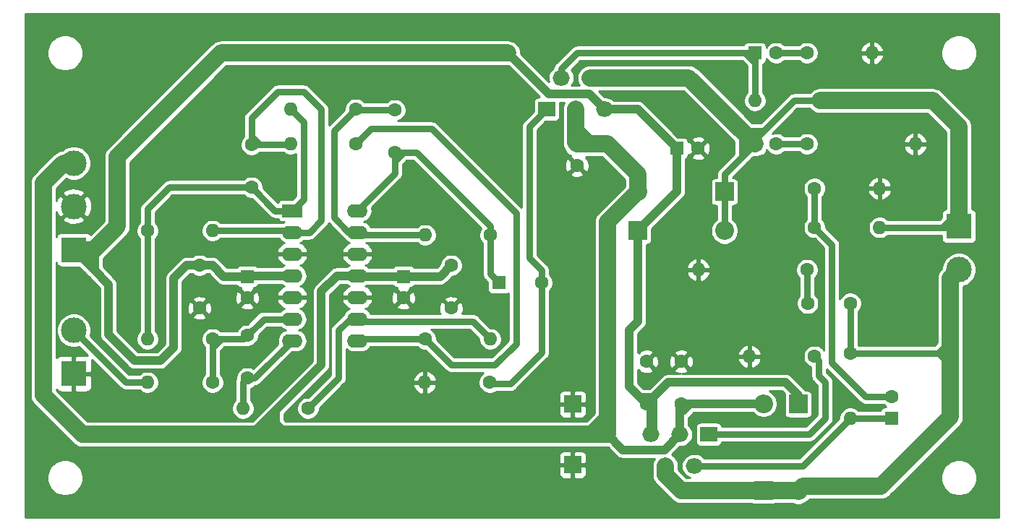
<source format=gbl>
%TF.GenerationSoftware,KiCad,Pcbnew,5.1.6*%
%TF.CreationDate,2020-07-01T20:31:24-03:00*%
%TF.ProjectId,audioamp,61756469-6f61-46d7-902e-6b696361645f,2*%
%TF.SameCoordinates,Original*%
%TF.FileFunction,Copper,L2,Bot*%
%TF.FilePolarity,Positive*%
%FSLAX46Y46*%
G04 Gerber Fmt 4.6, Leading zero omitted, Abs format (unit mm)*
G04 Created by KiCad (PCBNEW 5.1.6) date 2020-07-01 20:31:24*
%MOMM*%
%LPD*%
G01*
G04 APERTURE LIST*
%TA.AperFunction,ComponentPad*%
%ADD10O,1.600000X1.600000*%
%TD*%
%TA.AperFunction,ComponentPad*%
%ADD11C,1.600000*%
%TD*%
%TA.AperFunction,ComponentPad*%
%ADD12R,3.000000X3.000000*%
%TD*%
%TA.AperFunction,ComponentPad*%
%ADD13C,3.000000*%
%TD*%
%TA.AperFunction,ComponentPad*%
%ADD14R,2.000000X2.000000*%
%TD*%
%TA.AperFunction,ComponentPad*%
%ADD15R,1.600000X1.600000*%
%TD*%
%TA.AperFunction,ComponentPad*%
%ADD16R,2.200000X2.200000*%
%TD*%
%TA.AperFunction,ComponentPad*%
%ADD17O,2.200000X2.200000*%
%TD*%
%TA.AperFunction,ComponentPad*%
%ADD18R,2.000000X1.800000*%
%TD*%
%TA.AperFunction,ComponentPad*%
%ADD19O,2.000000X1.800000*%
%TD*%
%TA.AperFunction,ComponentPad*%
%ADD20R,2.400000X1.600000*%
%TD*%
%TA.AperFunction,ComponentPad*%
%ADD21O,2.400000X1.600000*%
%TD*%
%TA.AperFunction,Conductor*%
%ADD22C,0.800000*%
%TD*%
%TA.AperFunction,Conductor*%
%ADD23C,1.000000*%
%TD*%
%TA.AperFunction,Conductor*%
%ADD24C,2.000000*%
%TD*%
%TA.AperFunction,Conductor*%
%ADD25C,0.254000*%
%TD*%
G04 APERTURE END LIST*
D10*
%TO.P,R1,2*%
%TO.N,GND*%
X93408500Y-95504000D03*
D11*
%TO.P,R1,1*%
%TO.N,/T1+*%
X101028500Y-95504000D03*
%TD*%
D12*
%TO.P,LS1,1*%
%TO.N,/OUT+*%
X155956000Y-77216000D03*
D13*
%TO.P,LS1,2*%
%TO.N,/OUT-*%
X155956000Y-82296000D03*
%TD*%
D10*
%TO.P,R6,2*%
%TO.N,/T2-*%
X143256000Y-99695000D03*
D11*
%TO.P,R6,1*%
%TO.N,/OUT-*%
X143256000Y-92075000D03*
%TD*%
D12*
%TO.P,J1,1*%
%TO.N,+VDC*%
X52324000Y-79946500D03*
D13*
%TO.P,J1,2*%
%TO.N,GND*%
X52324000Y-74866500D03*
%TO.P,J1,3*%
%TO.N,-VDC*%
X52324000Y-69786500D03*
%TD*%
D14*
%TO.P,JPR1,1*%
%TO.N,GND*%
X110744000Y-98044000D03*
%TD*%
%TO.P,JPR1,1*%
%TO.N,GND*%
X110744000Y-105156000D03*
%TD*%
D15*
%TO.P,C3,1*%
%TO.N,-VDC*%
X111252000Y-67564000D03*
D11*
%TO.P,C3,2*%
%TO.N,GND*%
X111252000Y-70064000D03*
%TD*%
D10*
%TO.P,R5,2*%
%TO.N,GND*%
X125476000Y-82296000D03*
D11*
%TO.P,R5,1*%
%TO.N,Net-(C7-Pad2)*%
X138176000Y-82296000D03*
%TD*%
D15*
%TO.P,C6,1*%
%TO.N,+VDC*%
X122936000Y-68072000D03*
D11*
%TO.P,C6,2*%
%TO.N,GND*%
X125436000Y-68072000D03*
%TD*%
D16*
%TO.P,D2,1*%
%TO.N,/OUT+*%
X128524000Y-73152000D03*
D17*
%TO.P,D2,2*%
%TO.N,-VDC*%
X118364000Y-73152000D03*
%TD*%
D11*
%TO.P,C1,2*%
%TO.N,/T1+*%
X107108000Y-83820000D03*
D15*
%TO.P,C1,1*%
%TO.N,/+SIG_F*%
X102108000Y-83820000D03*
%TD*%
D10*
%TO.P,R4,2*%
%TO.N,GND*%
X150876000Y-67564000D03*
D11*
%TO.P,R4,1*%
%TO.N,Net-(C5-Pad2)*%
X138176000Y-67564000D03*
%TD*%
D10*
%TO.P,R13,2*%
%TO.N,Net-(C10-Pad2)*%
X77724000Y-67564000D03*
D11*
%TO.P,R13,1*%
%TO.N,Net-(R13-Pad1)*%
X85344000Y-67564000D03*
%TD*%
%TO.P,R12,1*%
%TO.N,Net-(C11-Pad2)*%
X68580000Y-95504000D03*
D10*
%TO.P,R12,2*%
%TO.N,/+SIG*%
X60960000Y-95504000D03*
%TD*%
D11*
%TO.P,R14,1*%
%TO.N,Net-(R14-Pad1)*%
X79756000Y-98552000D03*
D10*
%TO.P,R14,2*%
%TO.N,Net-(C11-Pad1)*%
X72136000Y-98552000D03*
%TD*%
D11*
%TO.P,C16,2*%
%TO.N,GND*%
X96520000Y-86788000D03*
%TO.P,C16,1*%
%TO.N,-VDC*%
X96520000Y-81788000D03*
%TD*%
%TO.P,C15,2*%
%TO.N,GND*%
X90932000Y-85582888D03*
D15*
%TO.P,C15,1*%
%TO.N,-VDC*%
X90932000Y-83082888D03*
%TD*%
D11*
%TO.P,C14,2*%
%TO.N,GND*%
X72644000Y-85582888D03*
D15*
%TO.P,C14,1*%
%TO.N,+VDC*%
X72644000Y-83082888D03*
%TD*%
D11*
%TO.P,C13,2*%
%TO.N,GND*%
X67056000Y-86788000D03*
%TO.P,C13,1*%
%TO.N,+VDC*%
X67056000Y-81788000D03*
%TD*%
D15*
%TO.P,C2,1*%
%TO.N,/T2+*%
X132080000Y-56896000D03*
D11*
%TO.P,C2,2*%
%TO.N,Net-(C2-Pad2)*%
X134580000Y-56896000D03*
%TD*%
%TO.P,C4,1*%
%TO.N,+VDC*%
X119380000Y-98044000D03*
%TO.P,C4,2*%
%TO.N,GND*%
X119380000Y-93044000D03*
%TD*%
%TO.P,C5,2*%
%TO.N,Net-(C5-Pad2)*%
X134580000Y-67564000D03*
D15*
%TO.P,C5,1*%
%TO.N,/OUT+*%
X132080000Y-67564000D03*
%TD*%
D11*
%TO.P,C7,2*%
%TO.N,Net-(C7-Pad2)*%
X138256000Y-86233000D03*
%TO.P,C7,1*%
%TO.N,/OUT-*%
X143256000Y-86233000D03*
%TD*%
%TO.P,C8,1*%
%TO.N,-VDC*%
X123444000Y-98044000D03*
%TO.P,C8,2*%
%TO.N,GND*%
X123444000Y-93044000D03*
%TD*%
%TO.P,C9,2*%
%TO.N,Net-(C9-Pad2)*%
X148082000Y-97195000D03*
D15*
%TO.P,C9,1*%
%TO.N,/T2-*%
X148082000Y-99695000D03*
%TD*%
D11*
%TO.P,C10,1*%
%TO.N,/Filtro Passa-Baixas/Vo1*%
X73152000Y-72644000D03*
%TO.P,C10,2*%
%TO.N,Net-(C10-Pad2)*%
X73152000Y-67644000D03*
%TD*%
%TO.P,C11,2*%
%TO.N,Net-(C11-Pad2)*%
X72644000Y-89996000D03*
%TO.P,C11,1*%
%TO.N,Net-(C11-Pad1)*%
X72644000Y-94996000D03*
%TD*%
%TO.P,C12,1*%
%TO.N,/+SIG_F*%
X89916000Y-68580000D03*
%TO.P,C12,2*%
%TO.N,Net-(C12-Pad2)*%
X89916000Y-63580000D03*
%TD*%
D17*
%TO.P,D1,2*%
%TO.N,/OUT+*%
X128524000Y-77724000D03*
D16*
%TO.P,D1,1*%
%TO.N,+VDC*%
X118364000Y-77724000D03*
%TD*%
%TO.P,D3,1*%
%TO.N,/OUT-*%
X133096000Y-108162499D03*
D17*
%TO.P,D3,2*%
%TO.N,-VDC*%
X133096000Y-98002499D03*
%TD*%
%TO.P,D4,2*%
%TO.N,/OUT-*%
X137160000Y-108204000D03*
D16*
%TO.P,D4,1*%
%TO.N,+VDC*%
X137160000Y-98044000D03*
%TD*%
D12*
%TO.P,J2,1*%
%TO.N,GND*%
X52324000Y-94488000D03*
D13*
%TO.P,J2,2*%
%TO.N,/+SIG*%
X52324000Y-89408000D03*
%TD*%
D10*
%TO.P,R2,2*%
%TO.N,GND*%
X145796000Y-56896000D03*
D11*
%TO.P,R2,1*%
%TO.N,Net-(C2-Pad2)*%
X138176000Y-56896000D03*
%TD*%
%TO.P,R3,1*%
%TO.N,/OUT+*%
X139700000Y-62484000D03*
D10*
%TO.P,R3,2*%
%TO.N,/T2+*%
X132080000Y-62484000D03*
%TD*%
%TO.P,R7,2*%
%TO.N,/OUT+*%
X146685000Y-77343000D03*
D11*
%TO.P,R7,1*%
%TO.N,Net-(C9-Pad2)*%
X139065000Y-77343000D03*
%TD*%
%TO.P,R8,1*%
%TO.N,Net-(C9-Pad2)*%
X139065000Y-72771000D03*
D10*
%TO.P,R8,2*%
%TO.N,GND*%
X146685000Y-72771000D03*
%TD*%
D11*
%TO.P,R9,1*%
%TO.N,/T1-*%
X139065000Y-92456000D03*
D10*
%TO.P,R9,2*%
%TO.N,GND*%
X131445000Y-92456000D03*
%TD*%
D11*
%TO.P,R10,1*%
%TO.N,/Filtro Passa-Baixas/Vo1*%
X60960000Y-77724000D03*
D10*
%TO.P,R10,2*%
%TO.N,Net-(C10-Pad2)*%
X68580000Y-77724000D03*
%TD*%
%TO.P,R11,2*%
%TO.N,/Filtro Passa-Baixas/Vo1*%
X60960000Y-90424000D03*
D11*
%TO.P,R11,1*%
%TO.N,Net-(C11-Pad2)*%
X68580000Y-90424000D03*
%TD*%
D10*
%TO.P,R15,2*%
%TO.N,Net-(R14-Pad1)*%
X101092000Y-90424000D03*
D11*
%TO.P,R15,1*%
%TO.N,Net-(R13-Pad1)*%
X93472000Y-90424000D03*
%TD*%
D10*
%TO.P,R16,2*%
%TO.N,/Filtro Passa-Baixas/Vo1*%
X77724000Y-63500000D03*
D11*
%TO.P,R16,1*%
%TO.N,Net-(C12-Pad2)*%
X85344000Y-63500000D03*
%TD*%
D10*
%TO.P,R17,2*%
%TO.N,Net-(C12-Pad2)*%
X93472000Y-78232000D03*
D11*
%TO.P,R17,1*%
%TO.N,/+SIG_F*%
X101092000Y-78232000D03*
%TD*%
D18*
%TO.P,U1,1*%
%TO.N,/T1+*%
X107696000Y-63500000D03*
D19*
%TO.P,U1,2*%
%TO.N,/T2+*%
X109396000Y-59800000D03*
%TO.P,U1,3*%
%TO.N,-VDC*%
X111096000Y-63500000D03*
%TO.P,U1,4*%
%TO.N,/OUT+*%
X112796000Y-59800000D03*
%TO.P,U1,5*%
%TO.N,+VDC*%
X114496000Y-63500000D03*
%TD*%
%TO.P,U2,5*%
%TO.N,+VDC*%
X119888000Y-101600000D03*
%TO.P,U2,4*%
%TO.N,/OUT-*%
X121588000Y-105300000D03*
%TO.P,U2,3*%
%TO.N,-VDC*%
X123288000Y-101600000D03*
%TO.P,U2,2*%
%TO.N,/T2-*%
X124988000Y-105300000D03*
D18*
%TO.P,U2,1*%
%TO.N,/T1-*%
X126688000Y-101600000D03*
%TD*%
D20*
%TO.P,U3,1*%
%TO.N,/Filtro Passa-Baixas/Vo1*%
X77914500Y-75374500D03*
D21*
%TO.P,U3,8*%
%TO.N,Net-(R13-Pad1)*%
X85534500Y-90614500D03*
%TO.P,U3,2*%
%TO.N,Net-(C10-Pad2)*%
X77914500Y-77914500D03*
%TO.P,U3,9*%
%TO.N,Net-(R14-Pad1)*%
X85534500Y-88074500D03*
%TO.P,U3,3*%
%TO.N,GND*%
X77914500Y-80454500D03*
%TO.P,U3,10*%
X85534500Y-85534500D03*
%TO.P,U3,4*%
%TO.N,+VDC*%
X77914500Y-82994500D03*
%TO.P,U3,11*%
%TO.N,-VDC*%
X85534500Y-82994500D03*
%TO.P,U3,5*%
%TO.N,GND*%
X77914500Y-85534500D03*
%TO.P,U3,12*%
X85534500Y-80454500D03*
%TO.P,U3,6*%
%TO.N,Net-(C11-Pad2)*%
X77914500Y-88074500D03*
%TO.P,U3,13*%
%TO.N,Net-(C12-Pad2)*%
X85534500Y-77914500D03*
%TO.P,U3,7*%
%TO.N,Net-(C11-Pad1)*%
X77914500Y-90614500D03*
%TO.P,U3,14*%
%TO.N,/+SIG_F*%
X85534500Y-75374500D03*
%TD*%
D22*
%TO.N,/+SIG_F*%
X89916000Y-70993000D02*
X85534500Y-75374500D01*
X102108000Y-83820000D02*
X101092000Y-82804000D01*
X101092000Y-82804000D02*
X101092000Y-78232000D01*
X89916000Y-69596000D02*
X90932000Y-68580000D01*
X90932000Y-68580000D02*
X89916000Y-68580000D01*
X89916000Y-68580000D02*
X89916000Y-69596000D01*
X89916000Y-69596000D02*
X89916000Y-70993000D01*
X92456000Y-68580000D02*
X90932000Y-68580000D01*
X101092000Y-77216000D02*
X92456000Y-68580000D01*
X101092000Y-78232000D02*
X101092000Y-77216000D01*
%TO.N,/T1+*%
X107108000Y-82376000D02*
X107108000Y-83820000D01*
X105664000Y-80932000D02*
X107108000Y-82376000D01*
X105664000Y-65532000D02*
X105664000Y-80932000D01*
X107696000Y-63500000D02*
X105664000Y-65532000D01*
X107108000Y-83820000D02*
X107108000Y-92028000D01*
X103505000Y-95631000D02*
X101028500Y-95631000D01*
X107108000Y-92028000D02*
X103505000Y-95631000D01*
%TO.N,Net-(C2-Pad2)*%
X138176000Y-56896000D02*
X134580000Y-56896000D01*
%TO.N,/T2+*%
X109396000Y-58752000D02*
X109396000Y-59800000D01*
X111252000Y-56896000D02*
X109396000Y-58752000D01*
X130937000Y-56896000D02*
X132080000Y-58039000D01*
X132080000Y-62484000D02*
X132080000Y-58039000D01*
X132080000Y-58039000D02*
X132080000Y-56896000D01*
X132080000Y-56896000D02*
X130937000Y-56896000D01*
X130937000Y-56896000D02*
X111252000Y-56896000D01*
D23*
%TO.N,-VDC*%
X85622888Y-83082888D02*
X85534500Y-82994500D01*
X90932000Y-83082888D02*
X85622888Y-83082888D01*
X95225112Y-83082888D02*
X96520000Y-81788000D01*
X90932000Y-83082888D02*
X95225112Y-83082888D01*
X81280000Y-93472000D02*
X81280000Y-84836000D01*
X83121500Y-82994500D02*
X85534500Y-82994500D01*
X81280000Y-84836000D02*
X83121500Y-82994500D01*
X123288000Y-98200000D02*
X123444000Y-98044000D01*
D24*
X111760000Y-101600000D02*
X97028000Y-101600000D01*
D23*
X123485501Y-98002499D02*
X123444000Y-98044000D01*
D24*
X112268000Y-101600000D02*
X111760000Y-101600000D01*
X114808000Y-101600000D02*
X112268000Y-101600000D01*
D23*
X123600000Y-98904000D02*
X124501501Y-98002499D01*
X123288000Y-98904000D02*
X123600000Y-98904000D01*
X124501501Y-98002499D02*
X123485501Y-98002499D01*
X133096000Y-98002499D02*
X124501501Y-98002499D01*
X123288000Y-101600000D02*
X123288000Y-98904000D01*
X123288000Y-98904000D02*
X123288000Y-98200000D01*
X74930000Y-101346000D02*
X74676000Y-101600000D01*
X74930000Y-99822000D02*
X74930000Y-101346000D01*
D24*
X74676000Y-101600000D02*
X73152000Y-101600000D01*
D23*
X73152000Y-101600000D02*
X74930000Y-99822000D01*
X74930000Y-99822000D02*
X74930000Y-100330000D01*
X74930000Y-100330000D02*
X76200000Y-101600000D01*
D24*
X76200000Y-101600000D02*
X74676000Y-101600000D01*
D23*
X74930000Y-99822000D02*
X75438000Y-99822000D01*
D24*
X77216000Y-101600000D02*
X76200000Y-101600000D01*
X97028000Y-101600000D02*
X77216000Y-101600000D01*
D23*
X75946000Y-100330000D02*
X77216000Y-101600000D01*
X75438000Y-99822000D02*
X75946000Y-100330000D01*
X75946000Y-98806000D02*
X75946000Y-100330000D01*
X74930000Y-99822000D02*
X75946000Y-98806000D01*
X75946000Y-98806000D02*
X81280000Y-93472000D01*
X116608001Y-103400001D02*
X114808000Y-101600000D01*
D24*
X118364000Y-73152000D02*
X118364000Y-72644000D01*
X114808000Y-99568000D02*
X114808000Y-101600000D01*
D23*
X114300000Y-99568000D02*
X112268000Y-101600000D01*
X114808000Y-99568000D02*
X114300000Y-99568000D01*
D24*
X114808000Y-76708000D02*
X114808000Y-88900000D01*
X114808000Y-88900000D02*
X114808000Y-99568000D01*
X118364000Y-73152000D02*
X114808000Y-76708000D01*
X118364000Y-72644000D02*
X118364000Y-71120000D01*
D23*
X111096000Y-67408000D02*
X111252000Y-67564000D01*
D24*
X111096000Y-65376000D02*
X111096000Y-67408000D01*
X111096000Y-63500000D02*
X111096000Y-65376000D01*
X112776000Y-67564000D02*
X111252000Y-67564000D01*
D23*
X112776000Y-67056000D02*
X111096000Y-65376000D01*
X112776000Y-67564000D02*
X112776000Y-67056000D01*
D24*
X114808000Y-67564000D02*
X112776000Y-67564000D01*
X118364000Y-71120000D02*
X114808000Y-67564000D01*
D23*
X121487999Y-103400001D02*
X116608001Y-103400001D01*
X123288000Y-101600000D02*
X121487999Y-103400001D01*
D24*
X53340000Y-101600000D02*
X73152000Y-101600000D01*
X48768000Y-97028000D02*
X53340000Y-101600000D01*
X51117500Y-69786500D02*
X48768000Y-72136000D01*
X48768000Y-72136000D02*
X48768000Y-97028000D01*
X52324000Y-69786500D02*
X51117500Y-69786500D01*
D23*
%TO.N,+VDC*%
X72732388Y-82994500D02*
X72644000Y-83082888D01*
X77914500Y-82994500D02*
X72732388Y-82994500D01*
X64008000Y-83312000D02*
X65532000Y-81788000D01*
X64008000Y-91440000D02*
X64008000Y-83312000D01*
X62484000Y-92964000D02*
X64008000Y-91440000D01*
X65532000Y-81788000D02*
X67056000Y-81788000D01*
X112695999Y-61699999D02*
X114496000Y-63500000D01*
X107927999Y-61699999D02*
X112695999Y-61699999D01*
X103124000Y-56896000D02*
X107927999Y-61699999D01*
X118364000Y-63500000D02*
X122936000Y-68072000D01*
X114496000Y-63500000D02*
X118364000Y-63500000D01*
X122936000Y-73152000D02*
X118364000Y-77724000D01*
X122936000Y-68072000D02*
X122936000Y-73152000D01*
X119888000Y-98552000D02*
X119380000Y-98044000D01*
X119888000Y-101600000D02*
X119888000Y-98552000D01*
X117348000Y-89408000D02*
X117348000Y-96012000D01*
X118364000Y-88392000D02*
X117348000Y-89408000D01*
X118364000Y-77724000D02*
X118364000Y-88392000D01*
X135636000Y-95504000D02*
X121920000Y-95504000D01*
X137160000Y-97028000D02*
X135636000Y-95504000D01*
X137160000Y-98044000D02*
X137160000Y-97028000D01*
X118618000Y-97282000D02*
X119380000Y-98044000D01*
X121920000Y-95504000D02*
X120142000Y-97282000D01*
X120142000Y-97282000D02*
X118618000Y-97282000D01*
X117348000Y-96012000D02*
X118618000Y-97282000D01*
X120142000Y-97282000D02*
X119380000Y-98044000D01*
X68580000Y-81788000D02*
X67056000Y-81788000D01*
X69874888Y-83082888D02*
X68580000Y-81788000D01*
X72644000Y-83082888D02*
X69874888Y-83082888D01*
X62484000Y-92964000D02*
X59436000Y-92964000D01*
X59436000Y-92964000D02*
X56388000Y-89916000D01*
X56388000Y-89916000D02*
X56388000Y-84010500D01*
D24*
X54673500Y-79946500D02*
X52324000Y-79946500D01*
X57404000Y-77216000D02*
X54673500Y-79946500D01*
X69596000Y-56896000D02*
X57404000Y-69088000D01*
X57404000Y-69088000D02*
X57404000Y-77216000D01*
X103124000Y-56896000D02*
X69596000Y-56896000D01*
D23*
X54260750Y-81883250D02*
X52324000Y-79946500D01*
X54768750Y-80041750D02*
X54673500Y-79946500D01*
X54768750Y-82391250D02*
X54768750Y-80041750D01*
X56388000Y-84010500D02*
X54768750Y-82391250D01*
X54768750Y-82391250D02*
X54260750Y-81883250D01*
X54260750Y-80359250D02*
X54673500Y-79946500D01*
X54260750Y-81883250D02*
X54260750Y-80359250D01*
X120142000Y-101346000D02*
X119888000Y-101600000D01*
X120142000Y-97282000D02*
X120142000Y-101346000D01*
D22*
%TO.N,/OUT+*%
X132080000Y-67564000D02*
X132080000Y-67056000D01*
X136652000Y-62484000D02*
X139700000Y-62484000D01*
X128524000Y-73152000D02*
X128524000Y-71120000D01*
X128524000Y-77724000D02*
X128524000Y-73152000D01*
D24*
X112796000Y-59800000D02*
X124316000Y-59800000D01*
D22*
X132588000Y-66548000D02*
X132842000Y-66294000D01*
X131064000Y-66548000D02*
X132588000Y-66548000D01*
X132080000Y-67056000D02*
X132842000Y-66294000D01*
D24*
X131064000Y-66548000D02*
X132080000Y-67564000D01*
D22*
X133096000Y-66040000D02*
X133350000Y-65786000D01*
X130556000Y-66040000D02*
X133096000Y-66040000D01*
X133350000Y-65786000D02*
X136652000Y-62484000D01*
X132842000Y-66294000D02*
X133350000Y-65786000D01*
D24*
X124316000Y-59800000D02*
X130556000Y-66040000D01*
X130556000Y-66040000D02*
X131064000Y-66548000D01*
D22*
X130556000Y-69088000D02*
X130302000Y-69342000D01*
X130556000Y-66040000D02*
X130556000Y-69088000D01*
X128524000Y-71120000D02*
X130302000Y-69342000D01*
X131064000Y-66548000D02*
X131064000Y-68580000D01*
X131064000Y-68580000D02*
X132080000Y-67564000D01*
X130302000Y-69342000D02*
X131064000Y-68580000D01*
D24*
X152908000Y-62484000D02*
X155956000Y-65532000D01*
X139700000Y-62484000D02*
X152908000Y-62484000D01*
D22*
X155829000Y-77343000D02*
X155956000Y-77216000D01*
D24*
X155956000Y-75438000D02*
X155956000Y-77216000D01*
X155956000Y-65532000D02*
X155956000Y-75438000D01*
D22*
X154051000Y-77343000D02*
X155829000Y-77343000D01*
X154051000Y-77343000D02*
X155956000Y-75438000D01*
X153289000Y-77343000D02*
X154051000Y-77343000D01*
X146685000Y-77343000D02*
X153289000Y-77343000D01*
%TO.N,Net-(C5-Pad2)*%
X134580000Y-67564000D02*
X138176000Y-67564000D01*
%TO.N,/OUT-*%
X133137501Y-108204000D02*
X133096000Y-108162499D01*
X133054499Y-108204000D02*
X133096000Y-108162499D01*
X137118499Y-108162499D02*
X137160000Y-108204000D01*
D24*
X133096000Y-108162499D02*
X137118499Y-108162499D01*
D22*
X154432000Y-89916000D02*
X154940000Y-89916000D01*
X143256000Y-86233000D02*
X143256000Y-92075000D01*
X154813000Y-92075000D02*
X154940000Y-91948000D01*
X153543000Y-92075000D02*
X154813000Y-92075000D01*
D24*
X154940000Y-91948000D02*
X154940000Y-92964000D01*
D22*
X153035000Y-92075000D02*
X153289000Y-92075000D01*
X153543000Y-92075000D02*
X154051000Y-92075000D01*
X154051000Y-92075000D02*
X154940000Y-92964000D01*
D24*
X154940000Y-83312000D02*
X155956000Y-82296000D01*
X154940000Y-89916000D02*
X154940000Y-83312000D01*
D22*
X153035000Y-92075000D02*
X153543000Y-92075000D01*
X153492200Y-92075000D02*
X154940000Y-90627200D01*
X153035000Y-92075000D02*
X153492200Y-92075000D01*
D24*
X154940000Y-90627200D02*
X154940000Y-91948000D01*
X154940000Y-89916000D02*
X154940000Y-90627200D01*
D22*
X153555700Y-92075000D02*
X154940000Y-93459300D01*
X152323800Y-92075000D02*
X153555700Y-92075000D01*
X143256000Y-92075000D02*
X152323800Y-92075000D01*
D24*
X154940000Y-92964000D02*
X154940000Y-93459300D01*
D22*
X152323800Y-92075000D02*
X153035000Y-92075000D01*
D24*
X123444000Y-108204000D02*
X133054499Y-108204000D01*
X121588000Y-106348000D02*
X123444000Y-108204000D01*
X121588000Y-105300000D02*
X121588000Y-106348000D01*
X137668000Y-107696000D02*
X137160000Y-108204000D01*
X146812000Y-107696000D02*
X137668000Y-107696000D01*
X154940000Y-99568000D02*
X146812000Y-107696000D01*
X154940000Y-93459300D02*
X154940000Y-99568000D01*
D22*
%TO.N,Net-(C7-Pad2)*%
X138176000Y-82376000D02*
X138176000Y-82296000D01*
X138176000Y-86153000D02*
X138256000Y-86233000D01*
X138176000Y-82296000D02*
X138176000Y-86153000D01*
%TO.N,/T2-*%
X137651000Y-105300000D02*
X124988000Y-105300000D01*
X143256000Y-99695000D02*
X137651000Y-105300000D01*
X143256000Y-99695000D02*
X148082000Y-99695000D01*
%TO.N,Net-(C9-Pad2)*%
X139065000Y-72771000D02*
X139065000Y-77343000D01*
X148082000Y-97195000D02*
X145074000Y-97195000D01*
X145074000Y-97195000D02*
X141097000Y-93218000D01*
X141097000Y-79375000D02*
X139065000Y-77343000D01*
X141097000Y-93218000D02*
X141097000Y-79375000D01*
%TO.N,/Filtro Passa-Baixas/Vo1*%
X75882500Y-75374500D02*
X73152000Y-72644000D01*
X77914500Y-75374500D02*
X75882500Y-75374500D01*
X60960000Y-90424000D02*
X60960000Y-77724000D01*
X77724000Y-63500000D02*
X79248000Y-65024000D01*
X79248000Y-65024000D02*
X79248000Y-74041000D01*
X79248000Y-74041000D02*
X77914500Y-75374500D01*
X60960000Y-77724000D02*
X60960000Y-75184000D01*
X63500000Y-72644000D02*
X73152000Y-72644000D01*
X60960000Y-75184000D02*
X63500000Y-72644000D01*
%TO.N,Net-(C10-Pad2)*%
X77724000Y-77724000D02*
X77914500Y-77914500D01*
X68580000Y-77724000D02*
X77724000Y-77724000D01*
X79914500Y-77914500D02*
X77914500Y-77914500D01*
X81280000Y-76549000D02*
X79914500Y-77914500D01*
X79248000Y-61468000D02*
X81280000Y-63500000D01*
X76200000Y-61468000D02*
X79248000Y-61468000D01*
X81280000Y-63500000D02*
X81280000Y-76549000D01*
X73152000Y-64516000D02*
X76200000Y-61468000D01*
X77644000Y-67644000D02*
X77724000Y-67564000D01*
X73152000Y-66708000D02*
X74088000Y-67644000D01*
X74088000Y-67644000D02*
X77644000Y-67644000D01*
X73152000Y-67644000D02*
X74088000Y-67644000D01*
X73152000Y-67644000D02*
X73152000Y-66548000D01*
X73152000Y-66548000D02*
X73152000Y-66708000D01*
X73152000Y-66548000D02*
X73152000Y-64516000D01*
%TO.N,Net-(C11-Pad2)*%
X72216000Y-90424000D02*
X72644000Y-89996000D01*
X74565500Y-88074500D02*
X77914500Y-88074500D01*
X72644000Y-89996000D02*
X74565500Y-88074500D01*
X68580000Y-91440000D02*
X69596000Y-90424000D01*
X69596000Y-90424000D02*
X72216000Y-90424000D01*
X68580000Y-90424000D02*
X69596000Y-90424000D01*
X68580000Y-95504000D02*
X68580000Y-91440000D01*
X68580000Y-91440000D02*
X68580000Y-90424000D01*
%TO.N,Net-(C11-Pad1)*%
X73533000Y-94996000D02*
X77914500Y-90614500D01*
X72644000Y-94996000D02*
X73533000Y-94996000D01*
X72136000Y-95504000D02*
X72644000Y-94996000D01*
X72136000Y-98552000D02*
X72136000Y-95504000D01*
%TO.N,Net-(C12-Pad2)*%
X85424000Y-63580000D02*
X85344000Y-63500000D01*
X89916000Y-63580000D02*
X85424000Y-63580000D01*
X82804000Y-76200000D02*
X84518500Y-77914500D01*
X84518500Y-77914500D02*
X85534500Y-77914500D01*
X82804000Y-66040000D02*
X82804000Y-76200000D01*
X85344000Y-63500000D02*
X82804000Y-66040000D01*
X85852000Y-78232000D02*
X85534500Y-77914500D01*
X93472000Y-78232000D02*
X85852000Y-78232000D01*
%TO.N,/+SIG*%
X58420000Y-95504000D02*
X60960000Y-95504000D01*
X52324000Y-89408000D02*
X58420000Y-95504000D01*
%TO.N,/T1-*%
X140335000Y-95504000D02*
X139573000Y-94742000D01*
X139573000Y-94742000D02*
X139573000Y-92964000D01*
X140335000Y-99695000D02*
X140335000Y-95504000D01*
X138430000Y-101600000D02*
X140335000Y-99695000D01*
X139573000Y-92964000D02*
X139065000Y-92456000D01*
X126688000Y-101600000D02*
X138430000Y-101600000D01*
%TO.N,Net-(R13-Pad1)*%
X85725000Y-90424000D02*
X85534500Y-90614500D01*
X93472000Y-90424000D02*
X85725000Y-90424000D01*
X85344000Y-67564000D02*
X85828001Y-67079999D01*
X96520000Y-93472000D02*
X93472000Y-90424000D01*
X104140000Y-90979000D02*
X101647000Y-93472000D01*
X104140000Y-75692000D02*
X104140000Y-90979000D01*
X94234000Y-65786000D02*
X104140000Y-75692000D01*
X87122000Y-65786000D02*
X94234000Y-65786000D01*
X101647000Y-93472000D02*
X96520000Y-93472000D01*
X85344000Y-67564000D02*
X87122000Y-65786000D01*
%TO.N,Net-(R14-Pad1)*%
X85848001Y-88388001D02*
X99056001Y-88388001D01*
X99056001Y-88388001D02*
X101092000Y-90424000D01*
X85534500Y-88074500D02*
X85848001Y-88388001D01*
X84645500Y-88074500D02*
X85534500Y-88074500D01*
X83312000Y-89408000D02*
X84645500Y-88074500D01*
X83312000Y-94996000D02*
X83312000Y-89408000D01*
X79756000Y-98552000D02*
X83312000Y-94996000D01*
%TD*%
D25*
%TO.N,GND*%
G36*
X160584000Y-111308000D02*
G01*
X46680000Y-111308000D01*
X46680000Y-106470509D01*
X49181000Y-106470509D01*
X49181000Y-106889491D01*
X49262739Y-107300423D01*
X49423077Y-107687512D01*
X49655851Y-108035884D01*
X49952116Y-108332149D01*
X50300488Y-108564923D01*
X50687577Y-108725261D01*
X51098509Y-108807000D01*
X51517491Y-108807000D01*
X51928423Y-108725261D01*
X52315512Y-108564923D01*
X52663884Y-108332149D01*
X52960149Y-108035884D01*
X53192923Y-107687512D01*
X53353261Y-107300423D01*
X53435000Y-106889491D01*
X53435000Y-106470509D01*
X53372441Y-106156000D01*
X109105928Y-106156000D01*
X109118188Y-106280482D01*
X109154498Y-106400180D01*
X109213463Y-106510494D01*
X109292815Y-106607185D01*
X109389506Y-106686537D01*
X109499820Y-106745502D01*
X109619518Y-106781812D01*
X109744000Y-106794072D01*
X110458250Y-106791000D01*
X110617000Y-106632250D01*
X110617000Y-105283000D01*
X110871000Y-105283000D01*
X110871000Y-106632250D01*
X111029750Y-106791000D01*
X111744000Y-106794072D01*
X111868482Y-106781812D01*
X111988180Y-106745502D01*
X112098494Y-106686537D01*
X112195185Y-106607185D01*
X112274537Y-106510494D01*
X112333502Y-106400180D01*
X112369812Y-106280482D01*
X112382072Y-106156000D01*
X112379000Y-105441750D01*
X112220250Y-105283000D01*
X110871000Y-105283000D01*
X110617000Y-105283000D01*
X109267750Y-105283000D01*
X109109000Y-105441750D01*
X109105928Y-106156000D01*
X53372441Y-106156000D01*
X53353261Y-106059577D01*
X53192923Y-105672488D01*
X52960149Y-105324116D01*
X52663884Y-105027851D01*
X52315512Y-104795077D01*
X51928423Y-104634739D01*
X51517491Y-104553000D01*
X51098509Y-104553000D01*
X50687577Y-104634739D01*
X50300488Y-104795077D01*
X49952116Y-105027851D01*
X49655851Y-105324116D01*
X49423077Y-105672488D01*
X49262739Y-106059577D01*
X49181000Y-106470509D01*
X46680000Y-106470509D01*
X46680000Y-104156000D01*
X109105928Y-104156000D01*
X109109000Y-104870250D01*
X109267750Y-105029000D01*
X110617000Y-105029000D01*
X110617000Y-103679750D01*
X110871000Y-103679750D01*
X110871000Y-105029000D01*
X112220250Y-105029000D01*
X112379000Y-104870250D01*
X112382072Y-104156000D01*
X112369812Y-104031518D01*
X112333502Y-103911820D01*
X112274537Y-103801506D01*
X112195185Y-103704815D01*
X112098494Y-103625463D01*
X111988180Y-103566498D01*
X111868482Y-103530188D01*
X111744000Y-103517928D01*
X111029750Y-103521000D01*
X110871000Y-103679750D01*
X110617000Y-103679750D01*
X110458250Y-103521000D01*
X109744000Y-103517928D01*
X109619518Y-103530188D01*
X109499820Y-103566498D01*
X109389506Y-103625463D01*
X109292815Y-103704815D01*
X109213463Y-103801506D01*
X109154498Y-103911820D01*
X109118188Y-104031518D01*
X109105928Y-104156000D01*
X46680000Y-104156000D01*
X46680000Y-72136000D01*
X47233613Y-72136000D01*
X47241000Y-72211001D01*
X47241001Y-96952989D01*
X47233613Y-97028000D01*
X47241001Y-97103011D01*
X47263096Y-97327344D01*
X47350411Y-97615185D01*
X47492204Y-97880460D01*
X47683025Y-98112976D01*
X47741289Y-98160792D01*
X52207208Y-102626712D01*
X52255024Y-102684976D01*
X52487540Y-102875797D01*
X52752815Y-103017590D01*
X53040656Y-103104905D01*
X53264989Y-103127000D01*
X53264998Y-103127000D01*
X53339999Y-103134387D01*
X53415000Y-103127000D01*
X114732989Y-103127000D01*
X114808000Y-103134388D01*
X114882640Y-103127037D01*
X115846133Y-104090531D01*
X115878289Y-104129713D01*
X115917471Y-104161869D01*
X115917476Y-104161874D01*
X115982240Y-104215024D01*
X116034670Y-104258052D01*
X116213084Y-104353416D01*
X116347948Y-104394327D01*
X116406673Y-104412141D01*
X116424832Y-104413929D01*
X116557550Y-104427001D01*
X116557557Y-104427001D01*
X116608001Y-104431969D01*
X116658444Y-104427001D01*
X120329060Y-104427001D01*
X120312203Y-104447541D01*
X120170410Y-104712816D01*
X120083095Y-105000657D01*
X120061000Y-105224990D01*
X120061000Y-105229902D01*
X120054096Y-105300000D01*
X120061000Y-105370098D01*
X120061000Y-106272999D01*
X120053613Y-106348000D01*
X120061000Y-106423001D01*
X120061000Y-106423011D01*
X120083095Y-106647344D01*
X120170410Y-106935185D01*
X120312203Y-107200460D01*
X120503025Y-107432976D01*
X120561289Y-107480792D01*
X122311208Y-109230711D01*
X122359024Y-109288976D01*
X122591540Y-109479797D01*
X122856815Y-109621590D01*
X123144656Y-109708905D01*
X123368989Y-109731000D01*
X123368998Y-109731000D01*
X123443999Y-109738387D01*
X123519000Y-109731000D01*
X131754551Y-109731000D01*
X131793350Y-109751738D01*
X131892690Y-109781873D01*
X131996000Y-109792048D01*
X134196000Y-109792048D01*
X134299310Y-109781873D01*
X134398650Y-109751738D01*
X134490202Y-109702803D01*
X134506413Y-109689499D01*
X136494758Y-109689499D01*
X136685422Y-109768475D01*
X136999755Y-109831000D01*
X137320245Y-109831000D01*
X137634578Y-109768475D01*
X137930673Y-109645828D01*
X138197152Y-109467773D01*
X138423773Y-109241152D01*
X138435902Y-109223000D01*
X146736999Y-109223000D01*
X146812000Y-109230387D01*
X146887001Y-109223000D01*
X146887011Y-109223000D01*
X147111344Y-109200905D01*
X147399185Y-109113590D01*
X147664460Y-108971797D01*
X147896976Y-108780976D01*
X147944797Y-108722706D01*
X150196994Y-106470509D01*
X153829000Y-106470509D01*
X153829000Y-106889491D01*
X153910739Y-107300423D01*
X154071077Y-107687512D01*
X154303851Y-108035884D01*
X154600116Y-108332149D01*
X154948488Y-108564923D01*
X155335577Y-108725261D01*
X155746509Y-108807000D01*
X156165491Y-108807000D01*
X156576423Y-108725261D01*
X156963512Y-108564923D01*
X157311884Y-108332149D01*
X157608149Y-108035884D01*
X157840923Y-107687512D01*
X158001261Y-107300423D01*
X158083000Y-106889491D01*
X158083000Y-106470509D01*
X158001261Y-106059577D01*
X157840923Y-105672488D01*
X157608149Y-105324116D01*
X157311884Y-105027851D01*
X156963512Y-104795077D01*
X156576423Y-104634739D01*
X156165491Y-104553000D01*
X155746509Y-104553000D01*
X155335577Y-104634739D01*
X154948488Y-104795077D01*
X154600116Y-105027851D01*
X154303851Y-105324116D01*
X154071077Y-105672488D01*
X153910739Y-106059577D01*
X153829000Y-106470509D01*
X150196994Y-106470509D01*
X155966712Y-100700792D01*
X156024976Y-100652976D01*
X156215797Y-100420460D01*
X156357590Y-100155185D01*
X156375818Y-100095095D01*
X156444905Y-99867345D01*
X156454559Y-99769327D01*
X156467000Y-99643011D01*
X156467000Y-99643004D01*
X156474387Y-99568000D01*
X156467000Y-99492996D01*
X156467000Y-84261067D01*
X156547254Y-84245104D01*
X156916145Y-84092304D01*
X157248137Y-83870474D01*
X157530474Y-83588137D01*
X157752304Y-83256145D01*
X157905104Y-82887254D01*
X157983000Y-82495642D01*
X157983000Y-82096358D01*
X157905104Y-81704746D01*
X157752304Y-81335855D01*
X157530474Y-81003863D01*
X157248137Y-80721526D01*
X156916145Y-80499696D01*
X156547254Y-80346896D01*
X156155642Y-80269000D01*
X155756358Y-80269000D01*
X155364746Y-80346896D01*
X154995855Y-80499696D01*
X154663863Y-80721526D01*
X154381526Y-81003863D01*
X154159696Y-81335855D01*
X154006896Y-81704746D01*
X153929000Y-82096358D01*
X153929000Y-82163497D01*
X153913289Y-82179208D01*
X153855025Y-82227024D01*
X153807209Y-82285288D01*
X153807208Y-82285289D01*
X153664204Y-82459540D01*
X153522411Y-82724815D01*
X153435096Y-83012656D01*
X153405613Y-83312000D01*
X153413001Y-83387011D01*
X153413000Y-89840989D01*
X153413000Y-90843225D01*
X153108225Y-91148000D01*
X144205661Y-91148000D01*
X144183000Y-91125339D01*
X144183000Y-87182661D01*
X144286748Y-87078913D01*
X144431972Y-86861570D01*
X144532004Y-86620072D01*
X144583000Y-86363698D01*
X144583000Y-86102302D01*
X144532004Y-85845928D01*
X144431972Y-85604430D01*
X144286748Y-85387087D01*
X144101913Y-85202252D01*
X143884570Y-85057028D01*
X143643072Y-84956996D01*
X143386698Y-84906000D01*
X143125302Y-84906000D01*
X142868928Y-84956996D01*
X142627430Y-85057028D01*
X142410087Y-85202252D01*
X142225252Y-85387087D01*
X142080028Y-85604430D01*
X142024000Y-85739693D01*
X142024000Y-79420527D01*
X142028484Y-79375000D01*
X142024000Y-79329473D01*
X142024000Y-79329462D01*
X142010587Y-79193276D01*
X141957580Y-79018536D01*
X141912587Y-78934360D01*
X141871501Y-78857494D01*
X141784688Y-78751712D01*
X141784684Y-78751708D01*
X141755659Y-78716341D01*
X141720292Y-78687316D01*
X140392000Y-77359025D01*
X140392000Y-77212302D01*
X140341004Y-76955928D01*
X140240972Y-76714430D01*
X140095748Y-76497087D01*
X139992000Y-76393339D01*
X139992000Y-73720661D01*
X140095748Y-73616913D01*
X140240972Y-73399570D01*
X140341004Y-73158072D01*
X140348569Y-73120039D01*
X145293096Y-73120039D01*
X145333754Y-73254087D01*
X145453963Y-73508420D01*
X145621481Y-73734414D01*
X145829869Y-73923385D01*
X146071119Y-74068070D01*
X146335960Y-74162909D01*
X146558000Y-74041624D01*
X146558000Y-72898000D01*
X146812000Y-72898000D01*
X146812000Y-74041624D01*
X147034040Y-74162909D01*
X147298881Y-74068070D01*
X147540131Y-73923385D01*
X147748519Y-73734414D01*
X147916037Y-73508420D01*
X148036246Y-73254087D01*
X148076904Y-73120039D01*
X147954915Y-72898000D01*
X146812000Y-72898000D01*
X146558000Y-72898000D01*
X145415085Y-72898000D01*
X145293096Y-73120039D01*
X140348569Y-73120039D01*
X140392000Y-72901698D01*
X140392000Y-72640302D01*
X140348570Y-72421961D01*
X145293096Y-72421961D01*
X145415085Y-72644000D01*
X146558000Y-72644000D01*
X146558000Y-71500376D01*
X146812000Y-71500376D01*
X146812000Y-72644000D01*
X147954915Y-72644000D01*
X148076904Y-72421961D01*
X148036246Y-72287913D01*
X147916037Y-72033580D01*
X147748519Y-71807586D01*
X147540131Y-71618615D01*
X147298881Y-71473930D01*
X147034040Y-71379091D01*
X146812000Y-71500376D01*
X146558000Y-71500376D01*
X146335960Y-71379091D01*
X146071119Y-71473930D01*
X145829869Y-71618615D01*
X145621481Y-71807586D01*
X145453963Y-72033580D01*
X145333754Y-72287913D01*
X145293096Y-72421961D01*
X140348570Y-72421961D01*
X140341004Y-72383928D01*
X140240972Y-72142430D01*
X140095748Y-71925087D01*
X139910913Y-71740252D01*
X139693570Y-71595028D01*
X139452072Y-71494996D01*
X139195698Y-71444000D01*
X138934302Y-71444000D01*
X138677928Y-71494996D01*
X138436430Y-71595028D01*
X138219087Y-71740252D01*
X138034252Y-71925087D01*
X137889028Y-72142430D01*
X137788996Y-72383928D01*
X137738000Y-72640302D01*
X137738000Y-72901698D01*
X137788996Y-73158072D01*
X137889028Y-73399570D01*
X138034252Y-73616913D01*
X138138000Y-73720661D01*
X138138001Y-76393338D01*
X138034252Y-76497087D01*
X137889028Y-76714430D01*
X137788996Y-76955928D01*
X137738000Y-77212302D01*
X137738000Y-77473698D01*
X137788996Y-77730072D01*
X137889028Y-77971570D01*
X138034252Y-78188913D01*
X138219087Y-78373748D01*
X138436430Y-78518972D01*
X138677928Y-78619004D01*
X138934302Y-78670000D01*
X139081025Y-78670000D01*
X140170001Y-79758977D01*
X140170000Y-91721213D01*
X140095748Y-91610087D01*
X139910913Y-91425252D01*
X139693570Y-91280028D01*
X139452072Y-91179996D01*
X139195698Y-91129000D01*
X138934302Y-91129000D01*
X138677928Y-91179996D01*
X138436430Y-91280028D01*
X138219087Y-91425252D01*
X138034252Y-91610087D01*
X137889028Y-91827430D01*
X137788996Y-92068928D01*
X137738000Y-92325302D01*
X137738000Y-92586698D01*
X137788996Y-92843072D01*
X137889028Y-93084570D01*
X138034252Y-93301913D01*
X138219087Y-93486748D01*
X138436430Y-93631972D01*
X138646001Y-93718779D01*
X138646000Y-94696472D01*
X138641516Y-94742000D01*
X138646000Y-94787527D01*
X138646000Y-94787537D01*
X138659413Y-94923723D01*
X138712420Y-95098463D01*
X138798499Y-95259505D01*
X138885312Y-95365287D01*
X138914341Y-95400659D01*
X138949713Y-95429688D01*
X139408001Y-95887977D01*
X139408000Y-99311024D01*
X138046025Y-100673000D01*
X128214890Y-100673000D01*
X128207374Y-100596690D01*
X128177239Y-100497350D01*
X128128304Y-100405798D01*
X128062448Y-100325552D01*
X127982202Y-100259696D01*
X127890650Y-100210761D01*
X127791310Y-100180626D01*
X127688000Y-100170451D01*
X125688000Y-100170451D01*
X125584690Y-100180626D01*
X125485350Y-100210761D01*
X125393798Y-100259696D01*
X125313552Y-100325552D01*
X125247696Y-100405798D01*
X125198761Y-100497350D01*
X125168626Y-100596690D01*
X125158451Y-100700000D01*
X125158451Y-102500000D01*
X125168626Y-102603310D01*
X125198761Y-102702650D01*
X125247696Y-102794202D01*
X125313552Y-102874448D01*
X125393798Y-102940304D01*
X125485350Y-102989239D01*
X125584690Y-103019374D01*
X125688000Y-103029549D01*
X127688000Y-103029549D01*
X127791310Y-103019374D01*
X127890650Y-102989239D01*
X127982202Y-102940304D01*
X128062448Y-102874448D01*
X128128304Y-102794202D01*
X128177239Y-102702650D01*
X128207374Y-102603310D01*
X128214890Y-102527000D01*
X138384473Y-102527000D01*
X138430000Y-102531484D01*
X138475527Y-102527000D01*
X138475538Y-102527000D01*
X138611724Y-102513587D01*
X138786464Y-102460580D01*
X138947505Y-102374501D01*
X139088659Y-102258659D01*
X139117688Y-102223287D01*
X140958293Y-100382683D01*
X140993659Y-100353659D01*
X141022684Y-100318292D01*
X141022688Y-100318288D01*
X141109501Y-100212506D01*
X141195580Y-100051464D01*
X141222440Y-99962918D01*
X141248587Y-99876724D01*
X141262000Y-99740538D01*
X141262000Y-99740527D01*
X141266484Y-99695000D01*
X141262000Y-99649473D01*
X141262000Y-95549527D01*
X141266484Y-95504000D01*
X141262000Y-95458473D01*
X141262000Y-95458462D01*
X141248587Y-95322276D01*
X141195580Y-95147536D01*
X141177385Y-95113495D01*
X141109502Y-94986494D01*
X141022688Y-94880712D01*
X141022684Y-94880708D01*
X140993659Y-94845341D01*
X140958292Y-94816316D01*
X140500000Y-94358025D01*
X140500000Y-93931975D01*
X144386312Y-97818287D01*
X144415341Y-97853659D01*
X144450712Y-97882687D01*
X144556494Y-97969501D01*
X144578782Y-97981414D01*
X144717536Y-98055580D01*
X144892276Y-98108587D01*
X145028462Y-98122000D01*
X145028474Y-98122000D01*
X145073999Y-98126484D01*
X145119524Y-98122000D01*
X147132339Y-98122000D01*
X147236087Y-98225748D01*
X147445167Y-98365451D01*
X147282000Y-98365451D01*
X147178690Y-98375626D01*
X147079350Y-98405761D01*
X146987798Y-98454696D01*
X146907552Y-98520552D01*
X146841696Y-98600798D01*
X146792761Y-98692350D01*
X146769812Y-98768000D01*
X144205661Y-98768000D01*
X144101913Y-98664252D01*
X143884570Y-98519028D01*
X143643072Y-98418996D01*
X143386698Y-98368000D01*
X143125302Y-98368000D01*
X142868928Y-98418996D01*
X142627430Y-98519028D01*
X142410087Y-98664252D01*
X142225252Y-98849087D01*
X142080028Y-99066430D01*
X141979996Y-99307928D01*
X141929000Y-99564302D01*
X141929000Y-99711024D01*
X137267025Y-104373000D01*
X126173259Y-104373000D01*
X126101923Y-104286077D01*
X125884634Y-104107752D01*
X125636731Y-103975245D01*
X125367741Y-103893648D01*
X125158098Y-103873000D01*
X124817902Y-103873000D01*
X124608259Y-103893648D01*
X124339269Y-103975245D01*
X124091366Y-104107752D01*
X123874077Y-104286077D01*
X123695752Y-104503366D01*
X123563245Y-104751269D01*
X123481648Y-105020259D01*
X123454096Y-105300000D01*
X123481648Y-105579741D01*
X123563245Y-105848731D01*
X123695752Y-106096634D01*
X123874077Y-106313923D01*
X124091366Y-106492248D01*
X124339269Y-106624755D01*
X124511498Y-106677000D01*
X124076504Y-106677000D01*
X123115000Y-105715497D01*
X123115000Y-105370098D01*
X123121904Y-105300000D01*
X123115000Y-105229902D01*
X123115000Y-105224989D01*
X123092905Y-105000656D01*
X123005590Y-104712815D01*
X122863797Y-104447540D01*
X122672976Y-104215024D01*
X122440459Y-104024203D01*
X122359478Y-103980918D01*
X123313397Y-103027000D01*
X123458098Y-103027000D01*
X123667741Y-103006352D01*
X123936731Y-102924755D01*
X124184634Y-102792248D01*
X124401923Y-102613923D01*
X124580248Y-102396634D01*
X124712755Y-102148731D01*
X124794352Y-101879741D01*
X124821904Y-101600000D01*
X124794352Y-101320259D01*
X124712755Y-101051269D01*
X124580248Y-100803366D01*
X124401923Y-100586077D01*
X124315000Y-100514741D01*
X124315000Y-99645786D01*
X124329712Y-99633712D01*
X124361877Y-99594520D01*
X124926898Y-99029499D01*
X131825444Y-99029499D01*
X131832227Y-99039651D01*
X132058848Y-99266272D01*
X132325327Y-99444327D01*
X132621422Y-99566974D01*
X132935755Y-99629499D01*
X133256245Y-99629499D01*
X133570578Y-99566974D01*
X133866673Y-99444327D01*
X134133152Y-99266272D01*
X134359773Y-99039651D01*
X134537828Y-98773172D01*
X134660475Y-98477077D01*
X134723000Y-98162744D01*
X134723000Y-97842254D01*
X134660475Y-97527921D01*
X134537828Y-97231826D01*
X134359773Y-96965347D01*
X134133152Y-96738726D01*
X133866673Y-96560671D01*
X133795041Y-96531000D01*
X135210604Y-96531000D01*
X135538803Y-96859199D01*
X135530451Y-96944000D01*
X135530451Y-99144000D01*
X135540626Y-99247310D01*
X135570761Y-99346650D01*
X135619696Y-99438202D01*
X135685552Y-99518448D01*
X135765798Y-99584304D01*
X135857350Y-99633239D01*
X135956690Y-99663374D01*
X136060000Y-99673549D01*
X138260000Y-99673549D01*
X138363310Y-99663374D01*
X138462650Y-99633239D01*
X138554202Y-99584304D01*
X138634448Y-99518448D01*
X138700304Y-99438202D01*
X138749239Y-99346650D01*
X138779374Y-99247310D01*
X138789549Y-99144000D01*
X138789549Y-96944000D01*
X138779374Y-96840690D01*
X138749239Y-96741350D01*
X138700304Y-96649798D01*
X138634448Y-96569552D01*
X138554202Y-96503696D01*
X138462650Y-96454761D01*
X138363310Y-96424626D01*
X138260000Y-96414451D01*
X137985045Y-96414451D01*
X137889712Y-96298288D01*
X137850524Y-96266128D01*
X136397877Y-94813481D01*
X136365712Y-94774288D01*
X136209331Y-94645949D01*
X136030917Y-94550585D01*
X135837327Y-94491860D01*
X135686451Y-94477000D01*
X135686441Y-94477000D01*
X135636000Y-94472032D01*
X135585559Y-94477000D01*
X123563221Y-94477000D01*
X123794130Y-94442787D01*
X124060292Y-94347603D01*
X124185514Y-94280671D01*
X124257097Y-94036702D01*
X123444000Y-93223605D01*
X122630903Y-94036702D01*
X122702486Y-94280671D01*
X122957996Y-94401571D01*
X123232184Y-94470300D01*
X123368104Y-94477000D01*
X121970443Y-94477000D01*
X121920000Y-94472032D01*
X121869556Y-94477000D01*
X121869549Y-94477000D01*
X121736831Y-94490072D01*
X121718672Y-94491860D01*
X121678755Y-94503969D01*
X121525083Y-94550585D01*
X121346669Y-94645949D01*
X121346667Y-94645950D01*
X121346668Y-94645950D01*
X121229475Y-94742127D01*
X121229470Y-94742132D01*
X121190288Y-94774288D01*
X121158132Y-94813470D01*
X119716604Y-96255000D01*
X119043397Y-96255000D01*
X118375000Y-95586604D01*
X118375000Y-94077347D01*
X118450630Y-94152977D01*
X118566903Y-94036704D01*
X118638486Y-94280671D01*
X118893996Y-94401571D01*
X119168184Y-94470300D01*
X119450512Y-94484217D01*
X119730130Y-94442787D01*
X119996292Y-94347603D01*
X120121514Y-94280671D01*
X120193097Y-94036702D01*
X119380000Y-93223605D01*
X119365858Y-93237748D01*
X119186253Y-93058143D01*
X119200395Y-93044000D01*
X119559605Y-93044000D01*
X120372702Y-93857097D01*
X120616671Y-93785514D01*
X120737571Y-93530004D01*
X120806300Y-93255816D01*
X120813265Y-93114512D01*
X122003783Y-93114512D01*
X122045213Y-93394130D01*
X122140397Y-93660292D01*
X122207329Y-93785514D01*
X122451298Y-93857097D01*
X123264395Y-93044000D01*
X123623605Y-93044000D01*
X124436702Y-93857097D01*
X124680671Y-93785514D01*
X124801571Y-93530004D01*
X124870300Y-93255816D01*
X124884217Y-92973488D01*
X124859259Y-92805039D01*
X130053096Y-92805039D01*
X130093754Y-92939087D01*
X130213963Y-93193420D01*
X130381481Y-93419414D01*
X130589869Y-93608385D01*
X130831119Y-93753070D01*
X131095960Y-93847909D01*
X131318000Y-93726624D01*
X131318000Y-92583000D01*
X131572000Y-92583000D01*
X131572000Y-93726624D01*
X131794040Y-93847909D01*
X132058881Y-93753070D01*
X132300131Y-93608385D01*
X132508519Y-93419414D01*
X132676037Y-93193420D01*
X132796246Y-92939087D01*
X132836904Y-92805039D01*
X132714915Y-92583000D01*
X131572000Y-92583000D01*
X131318000Y-92583000D01*
X130175085Y-92583000D01*
X130053096Y-92805039D01*
X124859259Y-92805039D01*
X124842787Y-92693870D01*
X124747603Y-92427708D01*
X124680671Y-92302486D01*
X124436702Y-92230903D01*
X123623605Y-93044000D01*
X123264395Y-93044000D01*
X122451298Y-92230903D01*
X122207329Y-92302486D01*
X122086429Y-92557996D01*
X122017700Y-92832184D01*
X122003783Y-93114512D01*
X120813265Y-93114512D01*
X120820217Y-92973488D01*
X120778787Y-92693870D01*
X120683603Y-92427708D01*
X120616671Y-92302486D01*
X120372702Y-92230903D01*
X119559605Y-93044000D01*
X119200395Y-93044000D01*
X119186253Y-93029858D01*
X119365858Y-92850253D01*
X119380000Y-92864395D01*
X120193097Y-92051298D01*
X122630903Y-92051298D01*
X123444000Y-92864395D01*
X124201434Y-92106961D01*
X130053096Y-92106961D01*
X130175085Y-92329000D01*
X131318000Y-92329000D01*
X131318000Y-91185376D01*
X131572000Y-91185376D01*
X131572000Y-92329000D01*
X132714915Y-92329000D01*
X132836904Y-92106961D01*
X132796246Y-91972913D01*
X132676037Y-91718580D01*
X132508519Y-91492586D01*
X132300131Y-91303615D01*
X132058881Y-91158930D01*
X131794040Y-91064091D01*
X131572000Y-91185376D01*
X131318000Y-91185376D01*
X131095960Y-91064091D01*
X130831119Y-91158930D01*
X130589869Y-91303615D01*
X130381481Y-91492586D01*
X130213963Y-91718580D01*
X130093754Y-91972913D01*
X130053096Y-92106961D01*
X124201434Y-92106961D01*
X124257097Y-92051298D01*
X124185514Y-91807329D01*
X123930004Y-91686429D01*
X123655816Y-91617700D01*
X123373488Y-91603783D01*
X123093870Y-91645213D01*
X122827708Y-91740397D01*
X122702486Y-91807329D01*
X122630903Y-92051298D01*
X120193097Y-92051298D01*
X120121514Y-91807329D01*
X119866004Y-91686429D01*
X119591816Y-91617700D01*
X119309488Y-91603783D01*
X119029870Y-91645213D01*
X118763708Y-91740397D01*
X118638486Y-91807329D01*
X118566903Y-92051296D01*
X118450630Y-91935023D01*
X118375000Y-92010653D01*
X118375000Y-89833396D01*
X119054524Y-89153873D01*
X119093712Y-89121712D01*
X119222051Y-88965331D01*
X119317415Y-88786917D01*
X119376140Y-88593327D01*
X119391000Y-88442451D01*
X119391000Y-88442441D01*
X119395968Y-88392000D01*
X119391000Y-88341559D01*
X119391000Y-82645039D01*
X124084096Y-82645039D01*
X124124754Y-82779087D01*
X124244963Y-83033420D01*
X124412481Y-83259414D01*
X124620869Y-83448385D01*
X124862119Y-83593070D01*
X125126960Y-83687909D01*
X125349000Y-83566624D01*
X125349000Y-82423000D01*
X125603000Y-82423000D01*
X125603000Y-83566624D01*
X125825040Y-83687909D01*
X126089881Y-83593070D01*
X126331131Y-83448385D01*
X126539519Y-83259414D01*
X126707037Y-83033420D01*
X126827246Y-82779087D01*
X126867904Y-82645039D01*
X126745915Y-82423000D01*
X125603000Y-82423000D01*
X125349000Y-82423000D01*
X124206085Y-82423000D01*
X124084096Y-82645039D01*
X119391000Y-82645039D01*
X119391000Y-81946961D01*
X124084096Y-81946961D01*
X124206085Y-82169000D01*
X125349000Y-82169000D01*
X125349000Y-81025376D01*
X125603000Y-81025376D01*
X125603000Y-82169000D01*
X126745915Y-82169000D01*
X126747946Y-82165302D01*
X136849000Y-82165302D01*
X136849000Y-82426698D01*
X136899996Y-82683072D01*
X137000028Y-82924570D01*
X137145252Y-83141913D01*
X137249000Y-83245661D01*
X137249001Y-85363338D01*
X137225252Y-85387087D01*
X137080028Y-85604430D01*
X136979996Y-85845928D01*
X136929000Y-86102302D01*
X136929000Y-86363698D01*
X136979996Y-86620072D01*
X137080028Y-86861570D01*
X137225252Y-87078913D01*
X137410087Y-87263748D01*
X137627430Y-87408972D01*
X137868928Y-87509004D01*
X138125302Y-87560000D01*
X138386698Y-87560000D01*
X138643072Y-87509004D01*
X138884570Y-87408972D01*
X139101913Y-87263748D01*
X139286748Y-87078913D01*
X139431972Y-86861570D01*
X139532004Y-86620072D01*
X139583000Y-86363698D01*
X139583000Y-86102302D01*
X139532004Y-85845928D01*
X139431972Y-85604430D01*
X139286748Y-85387087D01*
X139103000Y-85203339D01*
X139103000Y-83245661D01*
X139206748Y-83141913D01*
X139351972Y-82924570D01*
X139452004Y-82683072D01*
X139503000Y-82426698D01*
X139503000Y-82165302D01*
X139452004Y-81908928D01*
X139351972Y-81667430D01*
X139206748Y-81450087D01*
X139021913Y-81265252D01*
X138804570Y-81120028D01*
X138563072Y-81019996D01*
X138306698Y-80969000D01*
X138045302Y-80969000D01*
X137788928Y-81019996D01*
X137547430Y-81120028D01*
X137330087Y-81265252D01*
X137145252Y-81450087D01*
X137000028Y-81667430D01*
X136899996Y-81908928D01*
X136849000Y-82165302D01*
X126747946Y-82165302D01*
X126867904Y-81946961D01*
X126827246Y-81812913D01*
X126707037Y-81558580D01*
X126539519Y-81332586D01*
X126331131Y-81143615D01*
X126089881Y-80998930D01*
X125825040Y-80904091D01*
X125603000Y-81025376D01*
X125349000Y-81025376D01*
X125126960Y-80904091D01*
X124862119Y-80998930D01*
X124620869Y-81143615D01*
X124412481Y-81332586D01*
X124244963Y-81558580D01*
X124124754Y-81812913D01*
X124084096Y-81946961D01*
X119391000Y-81946961D01*
X119391000Y-79353549D01*
X119464000Y-79353549D01*
X119567310Y-79343374D01*
X119666650Y-79313239D01*
X119758202Y-79264304D01*
X119838448Y-79198448D01*
X119904304Y-79118202D01*
X119953239Y-79026650D01*
X119983374Y-78927310D01*
X119993549Y-78824000D01*
X119993549Y-77546847D01*
X123626525Y-73913872D01*
X123665712Y-73881712D01*
X123794051Y-73725331D01*
X123883712Y-73557587D01*
X123889414Y-73546919D01*
X123896520Y-73523495D01*
X123948140Y-73353327D01*
X123963000Y-73202451D01*
X123963000Y-73202442D01*
X123967968Y-73152001D01*
X123963000Y-73101560D01*
X123963000Y-69348224D01*
X124030202Y-69312304D01*
X124110448Y-69246448D01*
X124176304Y-69166202D01*
X124225239Y-69074650D01*
X124228256Y-69064702D01*
X124622903Y-69064702D01*
X124694486Y-69308671D01*
X124949996Y-69429571D01*
X125224184Y-69498300D01*
X125506512Y-69512217D01*
X125786130Y-69470787D01*
X126052292Y-69375603D01*
X126177514Y-69308671D01*
X126249097Y-69064702D01*
X125436000Y-68251605D01*
X124622903Y-69064702D01*
X124228256Y-69064702D01*
X124255374Y-68975310D01*
X124265549Y-68872000D01*
X124265549Y-68832944D01*
X124443298Y-68885097D01*
X125256395Y-68072000D01*
X125615605Y-68072000D01*
X126428702Y-68885097D01*
X126672671Y-68813514D01*
X126793571Y-68558004D01*
X126862300Y-68283816D01*
X126876217Y-68001488D01*
X126834787Y-67721870D01*
X126739603Y-67455708D01*
X126672671Y-67330486D01*
X126428702Y-67258903D01*
X125615605Y-68072000D01*
X125256395Y-68072000D01*
X124443298Y-67258903D01*
X124265549Y-67311056D01*
X124265549Y-67272000D01*
X124255374Y-67168690D01*
X124228257Y-67079298D01*
X124622903Y-67079298D01*
X125436000Y-67892395D01*
X126249097Y-67079298D01*
X126177514Y-66835329D01*
X125922004Y-66714429D01*
X125647816Y-66645700D01*
X125365488Y-66631783D01*
X125085870Y-66673213D01*
X124819708Y-66768397D01*
X124694486Y-66835329D01*
X124622903Y-67079298D01*
X124228257Y-67079298D01*
X124225239Y-67069350D01*
X124176304Y-66977798D01*
X124110448Y-66897552D01*
X124030202Y-66831696D01*
X123938650Y-66782761D01*
X123839310Y-66752626D01*
X123736000Y-66742451D01*
X123058848Y-66742451D01*
X119125877Y-62809481D01*
X119093712Y-62770288D01*
X118937331Y-62641949D01*
X118758917Y-62546585D01*
X118565327Y-62487860D01*
X118414451Y-62473000D01*
X118414441Y-62473000D01*
X118364000Y-62468032D01*
X118313559Y-62473000D01*
X115593989Y-62473000D01*
X115392634Y-62307752D01*
X115144731Y-62175245D01*
X114875741Y-62093648D01*
X114666098Y-62073000D01*
X114521397Y-62073000D01*
X113775396Y-61327000D01*
X123683497Y-61327000D01*
X129529288Y-67172793D01*
X129529299Y-67172802D01*
X129629000Y-67272503D01*
X129629001Y-68704023D01*
X127900708Y-70432317D01*
X127865342Y-70461341D01*
X127836317Y-70496708D01*
X127836312Y-70496713D01*
X127749499Y-70602495D01*
X127663420Y-70763537D01*
X127610414Y-70938277D01*
X127592516Y-71120000D01*
X127597001Y-71165537D01*
X127597001Y-71522451D01*
X127424000Y-71522451D01*
X127320690Y-71532626D01*
X127221350Y-71562761D01*
X127129798Y-71611696D01*
X127049552Y-71677552D01*
X126983696Y-71757798D01*
X126934761Y-71849350D01*
X126904626Y-71948690D01*
X126894451Y-72052000D01*
X126894451Y-74252000D01*
X126904626Y-74355310D01*
X126934761Y-74454650D01*
X126983696Y-74546202D01*
X127049552Y-74626448D01*
X127129798Y-74692304D01*
X127221350Y-74741239D01*
X127320690Y-74771374D01*
X127424000Y-74781549D01*
X127597001Y-74781549D01*
X127597000Y-76386626D01*
X127486848Y-76460227D01*
X127260227Y-76686848D01*
X127082172Y-76953327D01*
X126959525Y-77249422D01*
X126897000Y-77563755D01*
X126897000Y-77884245D01*
X126959525Y-78198578D01*
X127082172Y-78494673D01*
X127260227Y-78761152D01*
X127486848Y-78987773D01*
X127753327Y-79165828D01*
X128049422Y-79288475D01*
X128363755Y-79351000D01*
X128684245Y-79351000D01*
X128998578Y-79288475D01*
X129294673Y-79165828D01*
X129561152Y-78987773D01*
X129787773Y-78761152D01*
X129965828Y-78494673D01*
X130088475Y-78198578D01*
X130151000Y-77884245D01*
X130151000Y-77563755D01*
X130088475Y-77249422D01*
X129965828Y-76953327D01*
X129787773Y-76686848D01*
X129561152Y-76460227D01*
X129451000Y-76386626D01*
X129451000Y-74781549D01*
X129624000Y-74781549D01*
X129727310Y-74771374D01*
X129826650Y-74741239D01*
X129918202Y-74692304D01*
X129998448Y-74626448D01*
X130064304Y-74546202D01*
X130113239Y-74454650D01*
X130143374Y-74355310D01*
X130153549Y-74252000D01*
X130153549Y-72052000D01*
X130143374Y-71948690D01*
X130113239Y-71849350D01*
X130064304Y-71757798D01*
X129998448Y-71677552D01*
X129918202Y-71611696D01*
X129826650Y-71562761D01*
X129727310Y-71532626D01*
X129624000Y-71522451D01*
X129451000Y-71522451D01*
X129451000Y-71503975D01*
X130989688Y-69965288D01*
X130989692Y-69965283D01*
X131179289Y-69775687D01*
X131214659Y-69746659D01*
X131243688Y-69711287D01*
X131687292Y-69267684D01*
X131722659Y-69238659D01*
X131751684Y-69203292D01*
X131751688Y-69203288D01*
X131751692Y-69203283D01*
X131876619Y-69078356D01*
X132080000Y-69098387D01*
X132379344Y-69068904D01*
X132667185Y-68981590D01*
X132831896Y-68893549D01*
X132880000Y-68893549D01*
X132983310Y-68883374D01*
X133082650Y-68853239D01*
X133174202Y-68804304D01*
X133254448Y-68738448D01*
X133320304Y-68658202D01*
X133369239Y-68566650D01*
X133399374Y-68467310D01*
X133409549Y-68364000D01*
X133409549Y-68315896D01*
X133443718Y-68251971D01*
X133549252Y-68409913D01*
X133734087Y-68594748D01*
X133951430Y-68739972D01*
X134192928Y-68840004D01*
X134449302Y-68891000D01*
X134710698Y-68891000D01*
X134967072Y-68840004D01*
X135208570Y-68739972D01*
X135425913Y-68594748D01*
X135529661Y-68491000D01*
X137226339Y-68491000D01*
X137330087Y-68594748D01*
X137547430Y-68739972D01*
X137788928Y-68840004D01*
X138045302Y-68891000D01*
X138306698Y-68891000D01*
X138563072Y-68840004D01*
X138804570Y-68739972D01*
X139021913Y-68594748D01*
X139206748Y-68409913D01*
X139351972Y-68192570D01*
X139452004Y-67951072D01*
X139459569Y-67913039D01*
X149484096Y-67913039D01*
X149524754Y-68047087D01*
X149644963Y-68301420D01*
X149812481Y-68527414D01*
X150020869Y-68716385D01*
X150262119Y-68861070D01*
X150526960Y-68955909D01*
X150749000Y-68834624D01*
X150749000Y-67691000D01*
X151003000Y-67691000D01*
X151003000Y-68834624D01*
X151225040Y-68955909D01*
X151489881Y-68861070D01*
X151731131Y-68716385D01*
X151939519Y-68527414D01*
X152107037Y-68301420D01*
X152227246Y-68047087D01*
X152267904Y-67913039D01*
X152145915Y-67691000D01*
X151003000Y-67691000D01*
X150749000Y-67691000D01*
X149606085Y-67691000D01*
X149484096Y-67913039D01*
X139459569Y-67913039D01*
X139503000Y-67694698D01*
X139503000Y-67433302D01*
X139459570Y-67214961D01*
X149484096Y-67214961D01*
X149606085Y-67437000D01*
X150749000Y-67437000D01*
X150749000Y-66293376D01*
X151003000Y-66293376D01*
X151003000Y-67437000D01*
X152145915Y-67437000D01*
X152267904Y-67214961D01*
X152227246Y-67080913D01*
X152107037Y-66826580D01*
X151939519Y-66600586D01*
X151731131Y-66411615D01*
X151489881Y-66266930D01*
X151225040Y-66172091D01*
X151003000Y-66293376D01*
X150749000Y-66293376D01*
X150526960Y-66172091D01*
X150262119Y-66266930D01*
X150020869Y-66411615D01*
X149812481Y-66600586D01*
X149644963Y-66826580D01*
X149524754Y-67080913D01*
X149484096Y-67214961D01*
X139459570Y-67214961D01*
X139452004Y-67176928D01*
X139351972Y-66935430D01*
X139206748Y-66718087D01*
X139021913Y-66533252D01*
X138804570Y-66388028D01*
X138563072Y-66287996D01*
X138306698Y-66237000D01*
X138045302Y-66237000D01*
X137788928Y-66287996D01*
X137547430Y-66388028D01*
X137330087Y-66533252D01*
X137226339Y-66637000D01*
X135529661Y-66637000D01*
X135425913Y-66533252D01*
X135208570Y-66388028D01*
X134967072Y-66287996D01*
X134710698Y-66237000D01*
X134449302Y-66237000D01*
X134192928Y-66287996D01*
X134134973Y-66312002D01*
X137035976Y-63411000D01*
X138485376Y-63411000D01*
X138615024Y-63568976D01*
X138847540Y-63759797D01*
X139112815Y-63901590D01*
X139400656Y-63988905D01*
X139624989Y-64011000D01*
X152275497Y-64011000D01*
X154429000Y-66164504D01*
X154429001Y-75189110D01*
X154352690Y-75196626D01*
X154253350Y-75226761D01*
X154161798Y-75275696D01*
X154081552Y-75341552D01*
X154015696Y-75421798D01*
X153966761Y-75513350D01*
X153936626Y-75612690D01*
X153926451Y-75716000D01*
X153926451Y-76156574D01*
X153667025Y-76416000D01*
X147634661Y-76416000D01*
X147530913Y-76312252D01*
X147313570Y-76167028D01*
X147072072Y-76066996D01*
X146815698Y-76016000D01*
X146554302Y-76016000D01*
X146297928Y-76066996D01*
X146056430Y-76167028D01*
X145839087Y-76312252D01*
X145654252Y-76497087D01*
X145509028Y-76714430D01*
X145408996Y-76955928D01*
X145358000Y-77212302D01*
X145358000Y-77473698D01*
X145408996Y-77730072D01*
X145509028Y-77971570D01*
X145654252Y-78188913D01*
X145839087Y-78373748D01*
X146056430Y-78518972D01*
X146297928Y-78619004D01*
X146554302Y-78670000D01*
X146815698Y-78670000D01*
X147072072Y-78619004D01*
X147313570Y-78518972D01*
X147530913Y-78373748D01*
X147634661Y-78270000D01*
X153926451Y-78270000D01*
X153926451Y-78716000D01*
X153936626Y-78819310D01*
X153966761Y-78918650D01*
X154015696Y-79010202D01*
X154081552Y-79090448D01*
X154161798Y-79156304D01*
X154253350Y-79205239D01*
X154352690Y-79235374D01*
X154456000Y-79245549D01*
X157456000Y-79245549D01*
X157559310Y-79235374D01*
X157658650Y-79205239D01*
X157750202Y-79156304D01*
X157830448Y-79090448D01*
X157896304Y-79010202D01*
X157945239Y-78918650D01*
X157975374Y-78819310D01*
X157985549Y-78716000D01*
X157985549Y-75716000D01*
X157975374Y-75612690D01*
X157945239Y-75513350D01*
X157896304Y-75421798D01*
X157830448Y-75341552D01*
X157750202Y-75275696D01*
X157658650Y-75226761D01*
X157559310Y-75196626D01*
X157483000Y-75189110D01*
X157483000Y-65607004D01*
X157490387Y-65532000D01*
X157483000Y-65456996D01*
X157483000Y-65456989D01*
X157460905Y-65232656D01*
X157447220Y-65187540D01*
X157373590Y-64944815D01*
X157354293Y-64908713D01*
X157231797Y-64679540D01*
X157040976Y-64447024D01*
X156982713Y-64399209D01*
X154040797Y-61457294D01*
X153992976Y-61399024D01*
X153760460Y-61208203D01*
X153495185Y-61066410D01*
X153207344Y-60979095D01*
X152983011Y-60957000D01*
X152983001Y-60957000D01*
X152908000Y-60949613D01*
X152832999Y-60957000D01*
X139624989Y-60957000D01*
X139400656Y-60979095D01*
X139112815Y-61066410D01*
X138847540Y-61208203D01*
X138615024Y-61399024D01*
X138485376Y-61557000D01*
X136697526Y-61557000D01*
X136651999Y-61552516D01*
X136606472Y-61557000D01*
X136606462Y-61557000D01*
X136470276Y-61570413D01*
X136295536Y-61623420D01*
X136190590Y-61679516D01*
X136134494Y-61709499D01*
X136028712Y-61796312D01*
X136028708Y-61796316D01*
X135993341Y-61825341D01*
X135964316Y-61860708D01*
X132726713Y-65098312D01*
X132712025Y-65113000D01*
X131788503Y-65113000D01*
X131688802Y-65013299D01*
X131688793Y-65013288D01*
X125448797Y-58773294D01*
X125400976Y-58715024D01*
X125168460Y-58524203D01*
X124903185Y-58382410D01*
X124615344Y-58295095D01*
X124391011Y-58273000D01*
X124391001Y-58273000D01*
X124316000Y-58265613D01*
X124240999Y-58273000D01*
X112720989Y-58273000D01*
X112496656Y-58295095D01*
X112208815Y-58382410D01*
X111943540Y-58524203D01*
X111711024Y-58715024D01*
X111520203Y-58947540D01*
X111378410Y-59212815D01*
X111291095Y-59500656D01*
X111261612Y-59800000D01*
X111291095Y-60099344D01*
X111378410Y-60387185D01*
X111520203Y-60652460D01*
X111537059Y-60672999D01*
X110625577Y-60672999D01*
X110688248Y-60596634D01*
X110820755Y-60348731D01*
X110902352Y-60079741D01*
X110929904Y-59800000D01*
X110902352Y-59520259D01*
X110820755Y-59251269D01*
X110688248Y-59003366D01*
X110583385Y-58875590D01*
X111635976Y-57823000D01*
X130553025Y-57823000D01*
X131153001Y-58422977D01*
X131153000Y-61534339D01*
X131049252Y-61638087D01*
X130904028Y-61855430D01*
X130803996Y-62096928D01*
X130753000Y-62353302D01*
X130753000Y-62614698D01*
X130803996Y-62871072D01*
X130904028Y-63112570D01*
X131049252Y-63329913D01*
X131234087Y-63514748D01*
X131451430Y-63659972D01*
X131692928Y-63760004D01*
X131949302Y-63811000D01*
X132210698Y-63811000D01*
X132467072Y-63760004D01*
X132708570Y-63659972D01*
X132925913Y-63514748D01*
X133110748Y-63329913D01*
X133255972Y-63112570D01*
X133356004Y-62871072D01*
X133407000Y-62614698D01*
X133407000Y-62353302D01*
X133356004Y-62096928D01*
X133255972Y-61855430D01*
X133110748Y-61638087D01*
X133007000Y-61534339D01*
X133007000Y-58208188D01*
X133082650Y-58185239D01*
X133174202Y-58136304D01*
X133254448Y-58070448D01*
X133320304Y-57990202D01*
X133369239Y-57898650D01*
X133399374Y-57799310D01*
X133409549Y-57696000D01*
X133409549Y-57532833D01*
X133549252Y-57741913D01*
X133734087Y-57926748D01*
X133951430Y-58071972D01*
X134192928Y-58172004D01*
X134449302Y-58223000D01*
X134710698Y-58223000D01*
X134967072Y-58172004D01*
X135208570Y-58071972D01*
X135425913Y-57926748D01*
X135529661Y-57823000D01*
X137226339Y-57823000D01*
X137330087Y-57926748D01*
X137547430Y-58071972D01*
X137788928Y-58172004D01*
X138045302Y-58223000D01*
X138306698Y-58223000D01*
X138563072Y-58172004D01*
X138804570Y-58071972D01*
X139021913Y-57926748D01*
X139206748Y-57741913D01*
X139351972Y-57524570D01*
X139452004Y-57283072D01*
X139459569Y-57245039D01*
X144404096Y-57245039D01*
X144444754Y-57379087D01*
X144564963Y-57633420D01*
X144732481Y-57859414D01*
X144940869Y-58048385D01*
X145182119Y-58193070D01*
X145446960Y-58287909D01*
X145669000Y-58166624D01*
X145669000Y-57023000D01*
X145923000Y-57023000D01*
X145923000Y-58166624D01*
X146145040Y-58287909D01*
X146409881Y-58193070D01*
X146651131Y-58048385D01*
X146859519Y-57859414D01*
X147027037Y-57633420D01*
X147147246Y-57379087D01*
X147187904Y-57245039D01*
X147065915Y-57023000D01*
X145923000Y-57023000D01*
X145669000Y-57023000D01*
X144526085Y-57023000D01*
X144404096Y-57245039D01*
X139459569Y-57245039D01*
X139503000Y-57026698D01*
X139503000Y-56765302D01*
X139459570Y-56546961D01*
X144404096Y-56546961D01*
X144526085Y-56769000D01*
X145669000Y-56769000D01*
X145669000Y-55625376D01*
X145923000Y-55625376D01*
X145923000Y-56769000D01*
X147065915Y-56769000D01*
X147111235Y-56686509D01*
X153829000Y-56686509D01*
X153829000Y-57105491D01*
X153910739Y-57516423D01*
X154071077Y-57903512D01*
X154303851Y-58251884D01*
X154600116Y-58548149D01*
X154948488Y-58780923D01*
X155335577Y-58941261D01*
X155746509Y-59023000D01*
X156165491Y-59023000D01*
X156576423Y-58941261D01*
X156963512Y-58780923D01*
X157311884Y-58548149D01*
X157608149Y-58251884D01*
X157840923Y-57903512D01*
X158001261Y-57516423D01*
X158083000Y-57105491D01*
X158083000Y-56686509D01*
X158001261Y-56275577D01*
X157840923Y-55888488D01*
X157608149Y-55540116D01*
X157311884Y-55243851D01*
X156963512Y-55011077D01*
X156576423Y-54850739D01*
X156165491Y-54769000D01*
X155746509Y-54769000D01*
X155335577Y-54850739D01*
X154948488Y-55011077D01*
X154600116Y-55243851D01*
X154303851Y-55540116D01*
X154071077Y-55888488D01*
X153910739Y-56275577D01*
X153829000Y-56686509D01*
X147111235Y-56686509D01*
X147187904Y-56546961D01*
X147147246Y-56412913D01*
X147027037Y-56158580D01*
X146859519Y-55932586D01*
X146651131Y-55743615D01*
X146409881Y-55598930D01*
X146145040Y-55504091D01*
X145923000Y-55625376D01*
X145669000Y-55625376D01*
X145446960Y-55504091D01*
X145182119Y-55598930D01*
X144940869Y-55743615D01*
X144732481Y-55932586D01*
X144564963Y-56158580D01*
X144444754Y-56412913D01*
X144404096Y-56546961D01*
X139459570Y-56546961D01*
X139452004Y-56508928D01*
X139351972Y-56267430D01*
X139206748Y-56050087D01*
X139021913Y-55865252D01*
X138804570Y-55720028D01*
X138563072Y-55619996D01*
X138306698Y-55569000D01*
X138045302Y-55569000D01*
X137788928Y-55619996D01*
X137547430Y-55720028D01*
X137330087Y-55865252D01*
X137226339Y-55969000D01*
X135529661Y-55969000D01*
X135425913Y-55865252D01*
X135208570Y-55720028D01*
X134967072Y-55619996D01*
X134710698Y-55569000D01*
X134449302Y-55569000D01*
X134192928Y-55619996D01*
X133951430Y-55720028D01*
X133734087Y-55865252D01*
X133549252Y-56050087D01*
X133409549Y-56259167D01*
X133409549Y-56096000D01*
X133399374Y-55992690D01*
X133369239Y-55893350D01*
X133320304Y-55801798D01*
X133254448Y-55721552D01*
X133174202Y-55655696D01*
X133082650Y-55606761D01*
X132983310Y-55576626D01*
X132880000Y-55566451D01*
X131280000Y-55566451D01*
X131176690Y-55576626D01*
X131077350Y-55606761D01*
X130985798Y-55655696D01*
X130905552Y-55721552D01*
X130839696Y-55801798D01*
X130790761Y-55893350D01*
X130767812Y-55969000D01*
X111297524Y-55969000D01*
X111251999Y-55964516D01*
X111206474Y-55969000D01*
X111206462Y-55969000D01*
X111070276Y-55982413D01*
X110895536Y-56035420D01*
X110820573Y-56075489D01*
X110734494Y-56121499D01*
X110628711Y-56208313D01*
X110628708Y-56208316D01*
X110593341Y-56237341D01*
X110564316Y-56272708D01*
X108772713Y-58064312D01*
X108737341Y-58093341D01*
X108708313Y-58128712D01*
X108708312Y-58128713D01*
X108621499Y-58234495D01*
X108604866Y-58265613D01*
X108535420Y-58395537D01*
X108482413Y-58570277D01*
X108476907Y-58626184D01*
X108282077Y-58786077D01*
X108103752Y-59003366D01*
X107971245Y-59251269D01*
X107889648Y-59520259D01*
X107862096Y-59800000D01*
X107889648Y-60079741D01*
X107946041Y-60265643D01*
X104651037Y-56970640D01*
X104658388Y-56896000D01*
X104628905Y-56596656D01*
X104541590Y-56308815D01*
X104399797Y-56043540D01*
X104208976Y-55811024D01*
X103976460Y-55620203D01*
X103711185Y-55478410D01*
X103423344Y-55391095D01*
X103199011Y-55369000D01*
X69671004Y-55369000D01*
X69596000Y-55361613D01*
X69520996Y-55369000D01*
X69520989Y-55369000D01*
X69323955Y-55388406D01*
X69296655Y-55391095D01*
X69008815Y-55478410D01*
X68743540Y-55620203D01*
X68743538Y-55620204D01*
X68743539Y-55620204D01*
X68569288Y-55763207D01*
X68569283Y-55763212D01*
X68511024Y-55811024D01*
X68463212Y-55869283D01*
X56377294Y-67955203D01*
X56319024Y-68003024D01*
X56128203Y-68235541D01*
X55986410Y-68500816D01*
X55899095Y-68788657D01*
X55877000Y-69012990D01*
X55877000Y-69012999D01*
X55869613Y-69088000D01*
X55877000Y-69163001D01*
X55877001Y-76583495D01*
X54279594Y-78180903D01*
X54264304Y-78152298D01*
X54198448Y-78072052D01*
X54118202Y-78006196D01*
X54026650Y-77957261D01*
X53927310Y-77927126D01*
X53824000Y-77916951D01*
X50824000Y-77916951D01*
X50720690Y-77927126D01*
X50621350Y-77957261D01*
X50529798Y-78006196D01*
X50449552Y-78072052D01*
X50383696Y-78152298D01*
X50334761Y-78243850D01*
X50304626Y-78343190D01*
X50295000Y-78440926D01*
X50295000Y-76358153D01*
X51011952Y-76358153D01*
X51167962Y-76673714D01*
X51542745Y-76864520D01*
X51947551Y-76978544D01*
X52366824Y-77011402D01*
X52784451Y-76961834D01*
X53184383Y-76831743D01*
X53480038Y-76673714D01*
X53636048Y-76358153D01*
X52324000Y-75046105D01*
X51011952Y-76358153D01*
X50295000Y-76358153D01*
X50295000Y-75530878D01*
X50358757Y-75726883D01*
X50516786Y-76022538D01*
X50832347Y-76178548D01*
X52144395Y-74866500D01*
X52503605Y-74866500D01*
X53815653Y-76178548D01*
X54131214Y-76022538D01*
X54322020Y-75647755D01*
X54436044Y-75242949D01*
X54468902Y-74823676D01*
X54419334Y-74406049D01*
X54289243Y-74006117D01*
X54131214Y-73710462D01*
X53815653Y-73554452D01*
X52503605Y-74866500D01*
X52144395Y-74866500D01*
X50832347Y-73554452D01*
X50516786Y-73710462D01*
X50325980Y-74085245D01*
X50295000Y-74195230D01*
X50295000Y-73374847D01*
X51011952Y-73374847D01*
X52324000Y-74686895D01*
X53636048Y-73374847D01*
X53480038Y-73059286D01*
X53105255Y-72868480D01*
X52700449Y-72754456D01*
X52281176Y-72721598D01*
X51863549Y-72771166D01*
X51463617Y-72901257D01*
X51167962Y-73059286D01*
X51011952Y-73374847D01*
X50295000Y-73374847D01*
X50295000Y-72768503D01*
X51446477Y-71617027D01*
X51732746Y-71735604D01*
X52124358Y-71813500D01*
X52523642Y-71813500D01*
X52915254Y-71735604D01*
X53284145Y-71582804D01*
X53616137Y-71360974D01*
X53898474Y-71078637D01*
X54120304Y-70746645D01*
X54273104Y-70377754D01*
X54351000Y-69986142D01*
X54351000Y-69586858D01*
X54273104Y-69195246D01*
X54120304Y-68826355D01*
X53898474Y-68494363D01*
X53616137Y-68212026D01*
X53284145Y-67990196D01*
X52915254Y-67837396D01*
X52523642Y-67759500D01*
X52124358Y-67759500D01*
X51732746Y-67837396D01*
X51363855Y-67990196D01*
X51031863Y-68212026D01*
X50978041Y-68265848D01*
X50845455Y-68278906D01*
X50818155Y-68281595D01*
X50546501Y-68364000D01*
X50530315Y-68368910D01*
X50265040Y-68510703D01*
X50244678Y-68527414D01*
X50090788Y-68653707D01*
X50090783Y-68653712D01*
X50032524Y-68701524D01*
X49984712Y-68759783D01*
X47741293Y-71003204D01*
X47683024Y-71051024D01*
X47492203Y-71283541D01*
X47350410Y-71548816D01*
X47263095Y-71836657D01*
X47241000Y-72060990D01*
X47241000Y-72060999D01*
X47233613Y-72136000D01*
X46680000Y-72136000D01*
X46680000Y-56686509D01*
X49181000Y-56686509D01*
X49181000Y-57105491D01*
X49262739Y-57516423D01*
X49423077Y-57903512D01*
X49655851Y-58251884D01*
X49952116Y-58548149D01*
X50300488Y-58780923D01*
X50687577Y-58941261D01*
X51098509Y-59023000D01*
X51517491Y-59023000D01*
X51928423Y-58941261D01*
X52315512Y-58780923D01*
X52663884Y-58548149D01*
X52960149Y-58251884D01*
X53192923Y-57903512D01*
X53353261Y-57516423D01*
X53435000Y-57105491D01*
X53435000Y-56686509D01*
X53353261Y-56275577D01*
X53192923Y-55888488D01*
X52960149Y-55540116D01*
X52663884Y-55243851D01*
X52315512Y-55011077D01*
X51928423Y-54850739D01*
X51517491Y-54769000D01*
X51098509Y-54769000D01*
X50687577Y-54850739D01*
X50300488Y-55011077D01*
X49952116Y-55243851D01*
X49655851Y-55540116D01*
X49423077Y-55888488D01*
X49262739Y-56275577D01*
X49181000Y-56686509D01*
X46680000Y-56686509D01*
X46680000Y-52268000D01*
X160584001Y-52268000D01*
X160584000Y-111308000D01*
G37*
X160584000Y-111308000D02*
X46680000Y-111308000D01*
X46680000Y-106470509D01*
X49181000Y-106470509D01*
X49181000Y-106889491D01*
X49262739Y-107300423D01*
X49423077Y-107687512D01*
X49655851Y-108035884D01*
X49952116Y-108332149D01*
X50300488Y-108564923D01*
X50687577Y-108725261D01*
X51098509Y-108807000D01*
X51517491Y-108807000D01*
X51928423Y-108725261D01*
X52315512Y-108564923D01*
X52663884Y-108332149D01*
X52960149Y-108035884D01*
X53192923Y-107687512D01*
X53353261Y-107300423D01*
X53435000Y-106889491D01*
X53435000Y-106470509D01*
X53372441Y-106156000D01*
X109105928Y-106156000D01*
X109118188Y-106280482D01*
X109154498Y-106400180D01*
X109213463Y-106510494D01*
X109292815Y-106607185D01*
X109389506Y-106686537D01*
X109499820Y-106745502D01*
X109619518Y-106781812D01*
X109744000Y-106794072D01*
X110458250Y-106791000D01*
X110617000Y-106632250D01*
X110617000Y-105283000D01*
X110871000Y-105283000D01*
X110871000Y-106632250D01*
X111029750Y-106791000D01*
X111744000Y-106794072D01*
X111868482Y-106781812D01*
X111988180Y-106745502D01*
X112098494Y-106686537D01*
X112195185Y-106607185D01*
X112274537Y-106510494D01*
X112333502Y-106400180D01*
X112369812Y-106280482D01*
X112382072Y-106156000D01*
X112379000Y-105441750D01*
X112220250Y-105283000D01*
X110871000Y-105283000D01*
X110617000Y-105283000D01*
X109267750Y-105283000D01*
X109109000Y-105441750D01*
X109105928Y-106156000D01*
X53372441Y-106156000D01*
X53353261Y-106059577D01*
X53192923Y-105672488D01*
X52960149Y-105324116D01*
X52663884Y-105027851D01*
X52315512Y-104795077D01*
X51928423Y-104634739D01*
X51517491Y-104553000D01*
X51098509Y-104553000D01*
X50687577Y-104634739D01*
X50300488Y-104795077D01*
X49952116Y-105027851D01*
X49655851Y-105324116D01*
X49423077Y-105672488D01*
X49262739Y-106059577D01*
X49181000Y-106470509D01*
X46680000Y-106470509D01*
X46680000Y-104156000D01*
X109105928Y-104156000D01*
X109109000Y-104870250D01*
X109267750Y-105029000D01*
X110617000Y-105029000D01*
X110617000Y-103679750D01*
X110871000Y-103679750D01*
X110871000Y-105029000D01*
X112220250Y-105029000D01*
X112379000Y-104870250D01*
X112382072Y-104156000D01*
X112369812Y-104031518D01*
X112333502Y-103911820D01*
X112274537Y-103801506D01*
X112195185Y-103704815D01*
X112098494Y-103625463D01*
X111988180Y-103566498D01*
X111868482Y-103530188D01*
X111744000Y-103517928D01*
X111029750Y-103521000D01*
X110871000Y-103679750D01*
X110617000Y-103679750D01*
X110458250Y-103521000D01*
X109744000Y-103517928D01*
X109619518Y-103530188D01*
X109499820Y-103566498D01*
X109389506Y-103625463D01*
X109292815Y-103704815D01*
X109213463Y-103801506D01*
X109154498Y-103911820D01*
X109118188Y-104031518D01*
X109105928Y-104156000D01*
X46680000Y-104156000D01*
X46680000Y-72136000D01*
X47233613Y-72136000D01*
X47241000Y-72211001D01*
X47241001Y-96952989D01*
X47233613Y-97028000D01*
X47241001Y-97103011D01*
X47263096Y-97327344D01*
X47350411Y-97615185D01*
X47492204Y-97880460D01*
X47683025Y-98112976D01*
X47741289Y-98160792D01*
X52207208Y-102626712D01*
X52255024Y-102684976D01*
X52487540Y-102875797D01*
X52752815Y-103017590D01*
X53040656Y-103104905D01*
X53264989Y-103127000D01*
X53264998Y-103127000D01*
X53339999Y-103134387D01*
X53415000Y-103127000D01*
X114732989Y-103127000D01*
X114808000Y-103134388D01*
X114882640Y-103127037D01*
X115846133Y-104090531D01*
X115878289Y-104129713D01*
X115917471Y-104161869D01*
X115917476Y-104161874D01*
X115982240Y-104215024D01*
X116034670Y-104258052D01*
X116213084Y-104353416D01*
X116347948Y-104394327D01*
X116406673Y-104412141D01*
X116424832Y-104413929D01*
X116557550Y-104427001D01*
X116557557Y-104427001D01*
X116608001Y-104431969D01*
X116658444Y-104427001D01*
X120329060Y-104427001D01*
X120312203Y-104447541D01*
X120170410Y-104712816D01*
X120083095Y-105000657D01*
X120061000Y-105224990D01*
X120061000Y-105229902D01*
X120054096Y-105300000D01*
X120061000Y-105370098D01*
X120061000Y-106272999D01*
X120053613Y-106348000D01*
X120061000Y-106423001D01*
X120061000Y-106423011D01*
X120083095Y-106647344D01*
X120170410Y-106935185D01*
X120312203Y-107200460D01*
X120503025Y-107432976D01*
X120561289Y-107480792D01*
X122311208Y-109230711D01*
X122359024Y-109288976D01*
X122591540Y-109479797D01*
X122856815Y-109621590D01*
X123144656Y-109708905D01*
X123368989Y-109731000D01*
X123368998Y-109731000D01*
X123443999Y-109738387D01*
X123519000Y-109731000D01*
X131754551Y-109731000D01*
X131793350Y-109751738D01*
X131892690Y-109781873D01*
X131996000Y-109792048D01*
X134196000Y-109792048D01*
X134299310Y-109781873D01*
X134398650Y-109751738D01*
X134490202Y-109702803D01*
X134506413Y-109689499D01*
X136494758Y-109689499D01*
X136685422Y-109768475D01*
X136999755Y-109831000D01*
X137320245Y-109831000D01*
X137634578Y-109768475D01*
X137930673Y-109645828D01*
X138197152Y-109467773D01*
X138423773Y-109241152D01*
X138435902Y-109223000D01*
X146736999Y-109223000D01*
X146812000Y-109230387D01*
X146887001Y-109223000D01*
X146887011Y-109223000D01*
X147111344Y-109200905D01*
X147399185Y-109113590D01*
X147664460Y-108971797D01*
X147896976Y-108780976D01*
X147944797Y-108722706D01*
X150196994Y-106470509D01*
X153829000Y-106470509D01*
X153829000Y-106889491D01*
X153910739Y-107300423D01*
X154071077Y-107687512D01*
X154303851Y-108035884D01*
X154600116Y-108332149D01*
X154948488Y-108564923D01*
X155335577Y-108725261D01*
X155746509Y-108807000D01*
X156165491Y-108807000D01*
X156576423Y-108725261D01*
X156963512Y-108564923D01*
X157311884Y-108332149D01*
X157608149Y-108035884D01*
X157840923Y-107687512D01*
X158001261Y-107300423D01*
X158083000Y-106889491D01*
X158083000Y-106470509D01*
X158001261Y-106059577D01*
X157840923Y-105672488D01*
X157608149Y-105324116D01*
X157311884Y-105027851D01*
X156963512Y-104795077D01*
X156576423Y-104634739D01*
X156165491Y-104553000D01*
X155746509Y-104553000D01*
X155335577Y-104634739D01*
X154948488Y-104795077D01*
X154600116Y-105027851D01*
X154303851Y-105324116D01*
X154071077Y-105672488D01*
X153910739Y-106059577D01*
X153829000Y-106470509D01*
X150196994Y-106470509D01*
X155966712Y-100700792D01*
X156024976Y-100652976D01*
X156215797Y-100420460D01*
X156357590Y-100155185D01*
X156375818Y-100095095D01*
X156444905Y-99867345D01*
X156454559Y-99769327D01*
X156467000Y-99643011D01*
X156467000Y-99643004D01*
X156474387Y-99568000D01*
X156467000Y-99492996D01*
X156467000Y-84261067D01*
X156547254Y-84245104D01*
X156916145Y-84092304D01*
X157248137Y-83870474D01*
X157530474Y-83588137D01*
X157752304Y-83256145D01*
X157905104Y-82887254D01*
X157983000Y-82495642D01*
X157983000Y-82096358D01*
X157905104Y-81704746D01*
X157752304Y-81335855D01*
X157530474Y-81003863D01*
X157248137Y-80721526D01*
X156916145Y-80499696D01*
X156547254Y-80346896D01*
X156155642Y-80269000D01*
X155756358Y-80269000D01*
X155364746Y-80346896D01*
X154995855Y-80499696D01*
X154663863Y-80721526D01*
X154381526Y-81003863D01*
X154159696Y-81335855D01*
X154006896Y-81704746D01*
X153929000Y-82096358D01*
X153929000Y-82163497D01*
X153913289Y-82179208D01*
X153855025Y-82227024D01*
X153807209Y-82285288D01*
X153807208Y-82285289D01*
X153664204Y-82459540D01*
X153522411Y-82724815D01*
X153435096Y-83012656D01*
X153405613Y-83312000D01*
X153413001Y-83387011D01*
X153413000Y-89840989D01*
X153413000Y-90843225D01*
X153108225Y-91148000D01*
X144205661Y-91148000D01*
X144183000Y-91125339D01*
X144183000Y-87182661D01*
X144286748Y-87078913D01*
X144431972Y-86861570D01*
X144532004Y-86620072D01*
X144583000Y-86363698D01*
X144583000Y-86102302D01*
X144532004Y-85845928D01*
X144431972Y-85604430D01*
X144286748Y-85387087D01*
X144101913Y-85202252D01*
X143884570Y-85057028D01*
X143643072Y-84956996D01*
X143386698Y-84906000D01*
X143125302Y-84906000D01*
X142868928Y-84956996D01*
X142627430Y-85057028D01*
X142410087Y-85202252D01*
X142225252Y-85387087D01*
X142080028Y-85604430D01*
X142024000Y-85739693D01*
X142024000Y-79420527D01*
X142028484Y-79375000D01*
X142024000Y-79329473D01*
X142024000Y-79329462D01*
X142010587Y-79193276D01*
X141957580Y-79018536D01*
X141912587Y-78934360D01*
X141871501Y-78857494D01*
X141784688Y-78751712D01*
X141784684Y-78751708D01*
X141755659Y-78716341D01*
X141720292Y-78687316D01*
X140392000Y-77359025D01*
X140392000Y-77212302D01*
X140341004Y-76955928D01*
X140240972Y-76714430D01*
X140095748Y-76497087D01*
X139992000Y-76393339D01*
X139992000Y-73720661D01*
X140095748Y-73616913D01*
X140240972Y-73399570D01*
X140341004Y-73158072D01*
X140348569Y-73120039D01*
X145293096Y-73120039D01*
X145333754Y-73254087D01*
X145453963Y-73508420D01*
X145621481Y-73734414D01*
X145829869Y-73923385D01*
X146071119Y-74068070D01*
X146335960Y-74162909D01*
X146558000Y-74041624D01*
X146558000Y-72898000D01*
X146812000Y-72898000D01*
X146812000Y-74041624D01*
X147034040Y-74162909D01*
X147298881Y-74068070D01*
X147540131Y-73923385D01*
X147748519Y-73734414D01*
X147916037Y-73508420D01*
X148036246Y-73254087D01*
X148076904Y-73120039D01*
X147954915Y-72898000D01*
X146812000Y-72898000D01*
X146558000Y-72898000D01*
X145415085Y-72898000D01*
X145293096Y-73120039D01*
X140348569Y-73120039D01*
X140392000Y-72901698D01*
X140392000Y-72640302D01*
X140348570Y-72421961D01*
X145293096Y-72421961D01*
X145415085Y-72644000D01*
X146558000Y-72644000D01*
X146558000Y-71500376D01*
X146812000Y-71500376D01*
X146812000Y-72644000D01*
X147954915Y-72644000D01*
X148076904Y-72421961D01*
X148036246Y-72287913D01*
X147916037Y-72033580D01*
X147748519Y-71807586D01*
X147540131Y-71618615D01*
X147298881Y-71473930D01*
X147034040Y-71379091D01*
X146812000Y-71500376D01*
X146558000Y-71500376D01*
X146335960Y-71379091D01*
X146071119Y-71473930D01*
X145829869Y-71618615D01*
X145621481Y-71807586D01*
X145453963Y-72033580D01*
X145333754Y-72287913D01*
X145293096Y-72421961D01*
X140348570Y-72421961D01*
X140341004Y-72383928D01*
X140240972Y-72142430D01*
X140095748Y-71925087D01*
X139910913Y-71740252D01*
X139693570Y-71595028D01*
X139452072Y-71494996D01*
X139195698Y-71444000D01*
X138934302Y-71444000D01*
X138677928Y-71494996D01*
X138436430Y-71595028D01*
X138219087Y-71740252D01*
X138034252Y-71925087D01*
X137889028Y-72142430D01*
X137788996Y-72383928D01*
X137738000Y-72640302D01*
X137738000Y-72901698D01*
X137788996Y-73158072D01*
X137889028Y-73399570D01*
X138034252Y-73616913D01*
X138138000Y-73720661D01*
X138138001Y-76393338D01*
X138034252Y-76497087D01*
X137889028Y-76714430D01*
X137788996Y-76955928D01*
X137738000Y-77212302D01*
X137738000Y-77473698D01*
X137788996Y-77730072D01*
X137889028Y-77971570D01*
X138034252Y-78188913D01*
X138219087Y-78373748D01*
X138436430Y-78518972D01*
X138677928Y-78619004D01*
X138934302Y-78670000D01*
X139081025Y-78670000D01*
X140170001Y-79758977D01*
X140170000Y-91721213D01*
X140095748Y-91610087D01*
X139910913Y-91425252D01*
X139693570Y-91280028D01*
X139452072Y-91179996D01*
X139195698Y-91129000D01*
X138934302Y-91129000D01*
X138677928Y-91179996D01*
X138436430Y-91280028D01*
X138219087Y-91425252D01*
X138034252Y-91610087D01*
X137889028Y-91827430D01*
X137788996Y-92068928D01*
X137738000Y-92325302D01*
X137738000Y-92586698D01*
X137788996Y-92843072D01*
X137889028Y-93084570D01*
X138034252Y-93301913D01*
X138219087Y-93486748D01*
X138436430Y-93631972D01*
X138646001Y-93718779D01*
X138646000Y-94696472D01*
X138641516Y-94742000D01*
X138646000Y-94787527D01*
X138646000Y-94787537D01*
X138659413Y-94923723D01*
X138712420Y-95098463D01*
X138798499Y-95259505D01*
X138885312Y-95365287D01*
X138914341Y-95400659D01*
X138949713Y-95429688D01*
X139408001Y-95887977D01*
X139408000Y-99311024D01*
X138046025Y-100673000D01*
X128214890Y-100673000D01*
X128207374Y-100596690D01*
X128177239Y-100497350D01*
X128128304Y-100405798D01*
X128062448Y-100325552D01*
X127982202Y-100259696D01*
X127890650Y-100210761D01*
X127791310Y-100180626D01*
X127688000Y-100170451D01*
X125688000Y-100170451D01*
X125584690Y-100180626D01*
X125485350Y-100210761D01*
X125393798Y-100259696D01*
X125313552Y-100325552D01*
X125247696Y-100405798D01*
X125198761Y-100497350D01*
X125168626Y-100596690D01*
X125158451Y-100700000D01*
X125158451Y-102500000D01*
X125168626Y-102603310D01*
X125198761Y-102702650D01*
X125247696Y-102794202D01*
X125313552Y-102874448D01*
X125393798Y-102940304D01*
X125485350Y-102989239D01*
X125584690Y-103019374D01*
X125688000Y-103029549D01*
X127688000Y-103029549D01*
X127791310Y-103019374D01*
X127890650Y-102989239D01*
X127982202Y-102940304D01*
X128062448Y-102874448D01*
X128128304Y-102794202D01*
X128177239Y-102702650D01*
X128207374Y-102603310D01*
X128214890Y-102527000D01*
X138384473Y-102527000D01*
X138430000Y-102531484D01*
X138475527Y-102527000D01*
X138475538Y-102527000D01*
X138611724Y-102513587D01*
X138786464Y-102460580D01*
X138947505Y-102374501D01*
X139088659Y-102258659D01*
X139117688Y-102223287D01*
X140958293Y-100382683D01*
X140993659Y-100353659D01*
X141022684Y-100318292D01*
X141022688Y-100318288D01*
X141109501Y-100212506D01*
X141195580Y-100051464D01*
X141222440Y-99962918D01*
X141248587Y-99876724D01*
X141262000Y-99740538D01*
X141262000Y-99740527D01*
X141266484Y-99695000D01*
X141262000Y-99649473D01*
X141262000Y-95549527D01*
X141266484Y-95504000D01*
X141262000Y-95458473D01*
X141262000Y-95458462D01*
X141248587Y-95322276D01*
X141195580Y-95147536D01*
X141177385Y-95113495D01*
X141109502Y-94986494D01*
X141022688Y-94880712D01*
X141022684Y-94880708D01*
X140993659Y-94845341D01*
X140958292Y-94816316D01*
X140500000Y-94358025D01*
X140500000Y-93931975D01*
X144386312Y-97818287D01*
X144415341Y-97853659D01*
X144450712Y-97882687D01*
X144556494Y-97969501D01*
X144578782Y-97981414D01*
X144717536Y-98055580D01*
X144892276Y-98108587D01*
X145028462Y-98122000D01*
X145028474Y-98122000D01*
X145073999Y-98126484D01*
X145119524Y-98122000D01*
X147132339Y-98122000D01*
X147236087Y-98225748D01*
X147445167Y-98365451D01*
X147282000Y-98365451D01*
X147178690Y-98375626D01*
X147079350Y-98405761D01*
X146987798Y-98454696D01*
X146907552Y-98520552D01*
X146841696Y-98600798D01*
X146792761Y-98692350D01*
X146769812Y-98768000D01*
X144205661Y-98768000D01*
X144101913Y-98664252D01*
X143884570Y-98519028D01*
X143643072Y-98418996D01*
X143386698Y-98368000D01*
X143125302Y-98368000D01*
X142868928Y-98418996D01*
X142627430Y-98519028D01*
X142410087Y-98664252D01*
X142225252Y-98849087D01*
X142080028Y-99066430D01*
X141979996Y-99307928D01*
X141929000Y-99564302D01*
X141929000Y-99711024D01*
X137267025Y-104373000D01*
X126173259Y-104373000D01*
X126101923Y-104286077D01*
X125884634Y-104107752D01*
X125636731Y-103975245D01*
X125367741Y-103893648D01*
X125158098Y-103873000D01*
X124817902Y-103873000D01*
X124608259Y-103893648D01*
X124339269Y-103975245D01*
X124091366Y-104107752D01*
X123874077Y-104286077D01*
X123695752Y-104503366D01*
X123563245Y-104751269D01*
X123481648Y-105020259D01*
X123454096Y-105300000D01*
X123481648Y-105579741D01*
X123563245Y-105848731D01*
X123695752Y-106096634D01*
X123874077Y-106313923D01*
X124091366Y-106492248D01*
X124339269Y-106624755D01*
X124511498Y-106677000D01*
X124076504Y-106677000D01*
X123115000Y-105715497D01*
X123115000Y-105370098D01*
X123121904Y-105300000D01*
X123115000Y-105229902D01*
X123115000Y-105224989D01*
X123092905Y-105000656D01*
X123005590Y-104712815D01*
X122863797Y-104447540D01*
X122672976Y-104215024D01*
X122440459Y-104024203D01*
X122359478Y-103980918D01*
X123313397Y-103027000D01*
X123458098Y-103027000D01*
X123667741Y-103006352D01*
X123936731Y-102924755D01*
X124184634Y-102792248D01*
X124401923Y-102613923D01*
X124580248Y-102396634D01*
X124712755Y-102148731D01*
X124794352Y-101879741D01*
X124821904Y-101600000D01*
X124794352Y-101320259D01*
X124712755Y-101051269D01*
X124580248Y-100803366D01*
X124401923Y-100586077D01*
X124315000Y-100514741D01*
X124315000Y-99645786D01*
X124329712Y-99633712D01*
X124361877Y-99594520D01*
X124926898Y-99029499D01*
X131825444Y-99029499D01*
X131832227Y-99039651D01*
X132058848Y-99266272D01*
X132325327Y-99444327D01*
X132621422Y-99566974D01*
X132935755Y-99629499D01*
X133256245Y-99629499D01*
X133570578Y-99566974D01*
X133866673Y-99444327D01*
X134133152Y-99266272D01*
X134359773Y-99039651D01*
X134537828Y-98773172D01*
X134660475Y-98477077D01*
X134723000Y-98162744D01*
X134723000Y-97842254D01*
X134660475Y-97527921D01*
X134537828Y-97231826D01*
X134359773Y-96965347D01*
X134133152Y-96738726D01*
X133866673Y-96560671D01*
X133795041Y-96531000D01*
X135210604Y-96531000D01*
X135538803Y-96859199D01*
X135530451Y-96944000D01*
X135530451Y-99144000D01*
X135540626Y-99247310D01*
X135570761Y-99346650D01*
X135619696Y-99438202D01*
X135685552Y-99518448D01*
X135765798Y-99584304D01*
X135857350Y-99633239D01*
X135956690Y-99663374D01*
X136060000Y-99673549D01*
X138260000Y-99673549D01*
X138363310Y-99663374D01*
X138462650Y-99633239D01*
X138554202Y-99584304D01*
X138634448Y-99518448D01*
X138700304Y-99438202D01*
X138749239Y-99346650D01*
X138779374Y-99247310D01*
X138789549Y-99144000D01*
X138789549Y-96944000D01*
X138779374Y-96840690D01*
X138749239Y-96741350D01*
X138700304Y-96649798D01*
X138634448Y-96569552D01*
X138554202Y-96503696D01*
X138462650Y-96454761D01*
X138363310Y-96424626D01*
X138260000Y-96414451D01*
X137985045Y-96414451D01*
X137889712Y-96298288D01*
X137850524Y-96266128D01*
X136397877Y-94813481D01*
X136365712Y-94774288D01*
X136209331Y-94645949D01*
X136030917Y-94550585D01*
X135837327Y-94491860D01*
X135686451Y-94477000D01*
X135686441Y-94477000D01*
X135636000Y-94472032D01*
X135585559Y-94477000D01*
X123563221Y-94477000D01*
X123794130Y-94442787D01*
X124060292Y-94347603D01*
X124185514Y-94280671D01*
X124257097Y-94036702D01*
X123444000Y-93223605D01*
X122630903Y-94036702D01*
X122702486Y-94280671D01*
X122957996Y-94401571D01*
X123232184Y-94470300D01*
X123368104Y-94477000D01*
X121970443Y-94477000D01*
X121920000Y-94472032D01*
X121869556Y-94477000D01*
X121869549Y-94477000D01*
X121736831Y-94490072D01*
X121718672Y-94491860D01*
X121678755Y-94503969D01*
X121525083Y-94550585D01*
X121346669Y-94645949D01*
X121346667Y-94645950D01*
X121346668Y-94645950D01*
X121229475Y-94742127D01*
X121229470Y-94742132D01*
X121190288Y-94774288D01*
X121158132Y-94813470D01*
X119716604Y-96255000D01*
X119043397Y-96255000D01*
X118375000Y-95586604D01*
X118375000Y-94077347D01*
X118450630Y-94152977D01*
X118566903Y-94036704D01*
X118638486Y-94280671D01*
X118893996Y-94401571D01*
X119168184Y-94470300D01*
X119450512Y-94484217D01*
X119730130Y-94442787D01*
X119996292Y-94347603D01*
X120121514Y-94280671D01*
X120193097Y-94036702D01*
X119380000Y-93223605D01*
X119365858Y-93237748D01*
X119186253Y-93058143D01*
X119200395Y-93044000D01*
X119559605Y-93044000D01*
X120372702Y-93857097D01*
X120616671Y-93785514D01*
X120737571Y-93530004D01*
X120806300Y-93255816D01*
X120813265Y-93114512D01*
X122003783Y-93114512D01*
X122045213Y-93394130D01*
X122140397Y-93660292D01*
X122207329Y-93785514D01*
X122451298Y-93857097D01*
X123264395Y-93044000D01*
X123623605Y-93044000D01*
X124436702Y-93857097D01*
X124680671Y-93785514D01*
X124801571Y-93530004D01*
X124870300Y-93255816D01*
X124884217Y-92973488D01*
X124859259Y-92805039D01*
X130053096Y-92805039D01*
X130093754Y-92939087D01*
X130213963Y-93193420D01*
X130381481Y-93419414D01*
X130589869Y-93608385D01*
X130831119Y-93753070D01*
X131095960Y-93847909D01*
X131318000Y-93726624D01*
X131318000Y-92583000D01*
X131572000Y-92583000D01*
X131572000Y-93726624D01*
X131794040Y-93847909D01*
X132058881Y-93753070D01*
X132300131Y-93608385D01*
X132508519Y-93419414D01*
X132676037Y-93193420D01*
X132796246Y-92939087D01*
X132836904Y-92805039D01*
X132714915Y-92583000D01*
X131572000Y-92583000D01*
X131318000Y-92583000D01*
X130175085Y-92583000D01*
X130053096Y-92805039D01*
X124859259Y-92805039D01*
X124842787Y-92693870D01*
X124747603Y-92427708D01*
X124680671Y-92302486D01*
X124436702Y-92230903D01*
X123623605Y-93044000D01*
X123264395Y-93044000D01*
X122451298Y-92230903D01*
X122207329Y-92302486D01*
X122086429Y-92557996D01*
X122017700Y-92832184D01*
X122003783Y-93114512D01*
X120813265Y-93114512D01*
X120820217Y-92973488D01*
X120778787Y-92693870D01*
X120683603Y-92427708D01*
X120616671Y-92302486D01*
X120372702Y-92230903D01*
X119559605Y-93044000D01*
X119200395Y-93044000D01*
X119186253Y-93029858D01*
X119365858Y-92850253D01*
X119380000Y-92864395D01*
X120193097Y-92051298D01*
X122630903Y-92051298D01*
X123444000Y-92864395D01*
X124201434Y-92106961D01*
X130053096Y-92106961D01*
X130175085Y-92329000D01*
X131318000Y-92329000D01*
X131318000Y-91185376D01*
X131572000Y-91185376D01*
X131572000Y-92329000D01*
X132714915Y-92329000D01*
X132836904Y-92106961D01*
X132796246Y-91972913D01*
X132676037Y-91718580D01*
X132508519Y-91492586D01*
X132300131Y-91303615D01*
X132058881Y-91158930D01*
X131794040Y-91064091D01*
X131572000Y-91185376D01*
X131318000Y-91185376D01*
X131095960Y-91064091D01*
X130831119Y-91158930D01*
X130589869Y-91303615D01*
X130381481Y-91492586D01*
X130213963Y-91718580D01*
X130093754Y-91972913D01*
X130053096Y-92106961D01*
X124201434Y-92106961D01*
X124257097Y-92051298D01*
X124185514Y-91807329D01*
X123930004Y-91686429D01*
X123655816Y-91617700D01*
X123373488Y-91603783D01*
X123093870Y-91645213D01*
X122827708Y-91740397D01*
X122702486Y-91807329D01*
X122630903Y-92051298D01*
X120193097Y-92051298D01*
X120121514Y-91807329D01*
X119866004Y-91686429D01*
X119591816Y-91617700D01*
X119309488Y-91603783D01*
X119029870Y-91645213D01*
X118763708Y-91740397D01*
X118638486Y-91807329D01*
X118566903Y-92051296D01*
X118450630Y-91935023D01*
X118375000Y-92010653D01*
X118375000Y-89833396D01*
X119054524Y-89153873D01*
X119093712Y-89121712D01*
X119222051Y-88965331D01*
X119317415Y-88786917D01*
X119376140Y-88593327D01*
X119391000Y-88442451D01*
X119391000Y-88442441D01*
X119395968Y-88392000D01*
X119391000Y-88341559D01*
X119391000Y-82645039D01*
X124084096Y-82645039D01*
X124124754Y-82779087D01*
X124244963Y-83033420D01*
X124412481Y-83259414D01*
X124620869Y-83448385D01*
X124862119Y-83593070D01*
X125126960Y-83687909D01*
X125349000Y-83566624D01*
X125349000Y-82423000D01*
X125603000Y-82423000D01*
X125603000Y-83566624D01*
X125825040Y-83687909D01*
X126089881Y-83593070D01*
X126331131Y-83448385D01*
X126539519Y-83259414D01*
X126707037Y-83033420D01*
X126827246Y-82779087D01*
X126867904Y-82645039D01*
X126745915Y-82423000D01*
X125603000Y-82423000D01*
X125349000Y-82423000D01*
X124206085Y-82423000D01*
X124084096Y-82645039D01*
X119391000Y-82645039D01*
X119391000Y-81946961D01*
X124084096Y-81946961D01*
X124206085Y-82169000D01*
X125349000Y-82169000D01*
X125349000Y-81025376D01*
X125603000Y-81025376D01*
X125603000Y-82169000D01*
X126745915Y-82169000D01*
X126747946Y-82165302D01*
X136849000Y-82165302D01*
X136849000Y-82426698D01*
X136899996Y-82683072D01*
X137000028Y-82924570D01*
X137145252Y-83141913D01*
X137249000Y-83245661D01*
X137249001Y-85363338D01*
X137225252Y-85387087D01*
X137080028Y-85604430D01*
X136979996Y-85845928D01*
X136929000Y-86102302D01*
X136929000Y-86363698D01*
X136979996Y-86620072D01*
X137080028Y-86861570D01*
X137225252Y-87078913D01*
X137410087Y-87263748D01*
X137627430Y-87408972D01*
X137868928Y-87509004D01*
X138125302Y-87560000D01*
X138386698Y-87560000D01*
X138643072Y-87509004D01*
X138884570Y-87408972D01*
X139101913Y-87263748D01*
X139286748Y-87078913D01*
X139431972Y-86861570D01*
X139532004Y-86620072D01*
X139583000Y-86363698D01*
X139583000Y-86102302D01*
X139532004Y-85845928D01*
X139431972Y-85604430D01*
X139286748Y-85387087D01*
X139103000Y-85203339D01*
X139103000Y-83245661D01*
X139206748Y-83141913D01*
X139351972Y-82924570D01*
X139452004Y-82683072D01*
X139503000Y-82426698D01*
X139503000Y-82165302D01*
X139452004Y-81908928D01*
X139351972Y-81667430D01*
X139206748Y-81450087D01*
X139021913Y-81265252D01*
X138804570Y-81120028D01*
X138563072Y-81019996D01*
X138306698Y-80969000D01*
X138045302Y-80969000D01*
X137788928Y-81019996D01*
X137547430Y-81120028D01*
X137330087Y-81265252D01*
X137145252Y-81450087D01*
X137000028Y-81667430D01*
X136899996Y-81908928D01*
X136849000Y-82165302D01*
X126747946Y-82165302D01*
X126867904Y-81946961D01*
X126827246Y-81812913D01*
X126707037Y-81558580D01*
X126539519Y-81332586D01*
X126331131Y-81143615D01*
X126089881Y-80998930D01*
X125825040Y-80904091D01*
X125603000Y-81025376D01*
X125349000Y-81025376D01*
X125126960Y-80904091D01*
X124862119Y-80998930D01*
X124620869Y-81143615D01*
X124412481Y-81332586D01*
X124244963Y-81558580D01*
X124124754Y-81812913D01*
X124084096Y-81946961D01*
X119391000Y-81946961D01*
X119391000Y-79353549D01*
X119464000Y-79353549D01*
X119567310Y-79343374D01*
X119666650Y-79313239D01*
X119758202Y-79264304D01*
X119838448Y-79198448D01*
X119904304Y-79118202D01*
X119953239Y-79026650D01*
X119983374Y-78927310D01*
X119993549Y-78824000D01*
X119993549Y-77546847D01*
X123626525Y-73913872D01*
X123665712Y-73881712D01*
X123794051Y-73725331D01*
X123883712Y-73557587D01*
X123889414Y-73546919D01*
X123896520Y-73523495D01*
X123948140Y-73353327D01*
X123963000Y-73202451D01*
X123963000Y-73202442D01*
X123967968Y-73152001D01*
X123963000Y-73101560D01*
X123963000Y-69348224D01*
X124030202Y-69312304D01*
X124110448Y-69246448D01*
X124176304Y-69166202D01*
X124225239Y-69074650D01*
X124228256Y-69064702D01*
X124622903Y-69064702D01*
X124694486Y-69308671D01*
X124949996Y-69429571D01*
X125224184Y-69498300D01*
X125506512Y-69512217D01*
X125786130Y-69470787D01*
X126052292Y-69375603D01*
X126177514Y-69308671D01*
X126249097Y-69064702D01*
X125436000Y-68251605D01*
X124622903Y-69064702D01*
X124228256Y-69064702D01*
X124255374Y-68975310D01*
X124265549Y-68872000D01*
X124265549Y-68832944D01*
X124443298Y-68885097D01*
X125256395Y-68072000D01*
X125615605Y-68072000D01*
X126428702Y-68885097D01*
X126672671Y-68813514D01*
X126793571Y-68558004D01*
X126862300Y-68283816D01*
X126876217Y-68001488D01*
X126834787Y-67721870D01*
X126739603Y-67455708D01*
X126672671Y-67330486D01*
X126428702Y-67258903D01*
X125615605Y-68072000D01*
X125256395Y-68072000D01*
X124443298Y-67258903D01*
X124265549Y-67311056D01*
X124265549Y-67272000D01*
X124255374Y-67168690D01*
X124228257Y-67079298D01*
X124622903Y-67079298D01*
X125436000Y-67892395D01*
X126249097Y-67079298D01*
X126177514Y-66835329D01*
X125922004Y-66714429D01*
X125647816Y-66645700D01*
X125365488Y-66631783D01*
X125085870Y-66673213D01*
X124819708Y-66768397D01*
X124694486Y-66835329D01*
X124622903Y-67079298D01*
X124228257Y-67079298D01*
X124225239Y-67069350D01*
X124176304Y-66977798D01*
X124110448Y-66897552D01*
X124030202Y-66831696D01*
X123938650Y-66782761D01*
X123839310Y-66752626D01*
X123736000Y-66742451D01*
X123058848Y-66742451D01*
X119125877Y-62809481D01*
X119093712Y-62770288D01*
X118937331Y-62641949D01*
X118758917Y-62546585D01*
X118565327Y-62487860D01*
X118414451Y-62473000D01*
X118414441Y-62473000D01*
X118364000Y-62468032D01*
X118313559Y-62473000D01*
X115593989Y-62473000D01*
X115392634Y-62307752D01*
X115144731Y-62175245D01*
X114875741Y-62093648D01*
X114666098Y-62073000D01*
X114521397Y-62073000D01*
X113775396Y-61327000D01*
X123683497Y-61327000D01*
X129529288Y-67172793D01*
X129529299Y-67172802D01*
X129629000Y-67272503D01*
X129629001Y-68704023D01*
X127900708Y-70432317D01*
X127865342Y-70461341D01*
X127836317Y-70496708D01*
X127836312Y-70496713D01*
X127749499Y-70602495D01*
X127663420Y-70763537D01*
X127610414Y-70938277D01*
X127592516Y-71120000D01*
X127597001Y-71165537D01*
X127597001Y-71522451D01*
X127424000Y-71522451D01*
X127320690Y-71532626D01*
X127221350Y-71562761D01*
X127129798Y-71611696D01*
X127049552Y-71677552D01*
X126983696Y-71757798D01*
X126934761Y-71849350D01*
X126904626Y-71948690D01*
X126894451Y-72052000D01*
X126894451Y-74252000D01*
X126904626Y-74355310D01*
X126934761Y-74454650D01*
X126983696Y-74546202D01*
X127049552Y-74626448D01*
X127129798Y-74692304D01*
X127221350Y-74741239D01*
X127320690Y-74771374D01*
X127424000Y-74781549D01*
X127597001Y-74781549D01*
X127597000Y-76386626D01*
X127486848Y-76460227D01*
X127260227Y-76686848D01*
X127082172Y-76953327D01*
X126959525Y-77249422D01*
X126897000Y-77563755D01*
X126897000Y-77884245D01*
X126959525Y-78198578D01*
X127082172Y-78494673D01*
X127260227Y-78761152D01*
X127486848Y-78987773D01*
X127753327Y-79165828D01*
X128049422Y-79288475D01*
X128363755Y-79351000D01*
X128684245Y-79351000D01*
X128998578Y-79288475D01*
X129294673Y-79165828D01*
X129561152Y-78987773D01*
X129787773Y-78761152D01*
X129965828Y-78494673D01*
X130088475Y-78198578D01*
X130151000Y-77884245D01*
X130151000Y-77563755D01*
X130088475Y-77249422D01*
X129965828Y-76953327D01*
X129787773Y-76686848D01*
X129561152Y-76460227D01*
X129451000Y-76386626D01*
X129451000Y-74781549D01*
X129624000Y-74781549D01*
X129727310Y-74771374D01*
X129826650Y-74741239D01*
X129918202Y-74692304D01*
X129998448Y-74626448D01*
X130064304Y-74546202D01*
X130113239Y-74454650D01*
X130143374Y-74355310D01*
X130153549Y-74252000D01*
X130153549Y-72052000D01*
X130143374Y-71948690D01*
X130113239Y-71849350D01*
X130064304Y-71757798D01*
X129998448Y-71677552D01*
X129918202Y-71611696D01*
X129826650Y-71562761D01*
X129727310Y-71532626D01*
X129624000Y-71522451D01*
X129451000Y-71522451D01*
X129451000Y-71503975D01*
X130989688Y-69965288D01*
X130989692Y-69965283D01*
X131179289Y-69775687D01*
X131214659Y-69746659D01*
X131243688Y-69711287D01*
X131687292Y-69267684D01*
X131722659Y-69238659D01*
X131751684Y-69203292D01*
X131751688Y-69203288D01*
X131751692Y-69203283D01*
X131876619Y-69078356D01*
X132080000Y-69098387D01*
X132379344Y-69068904D01*
X132667185Y-68981590D01*
X132831896Y-68893549D01*
X132880000Y-68893549D01*
X132983310Y-68883374D01*
X133082650Y-68853239D01*
X133174202Y-68804304D01*
X133254448Y-68738448D01*
X133320304Y-68658202D01*
X133369239Y-68566650D01*
X133399374Y-68467310D01*
X133409549Y-68364000D01*
X133409549Y-68315896D01*
X133443718Y-68251971D01*
X133549252Y-68409913D01*
X133734087Y-68594748D01*
X133951430Y-68739972D01*
X134192928Y-68840004D01*
X134449302Y-68891000D01*
X134710698Y-68891000D01*
X134967072Y-68840004D01*
X135208570Y-68739972D01*
X135425913Y-68594748D01*
X135529661Y-68491000D01*
X137226339Y-68491000D01*
X137330087Y-68594748D01*
X137547430Y-68739972D01*
X137788928Y-68840004D01*
X138045302Y-68891000D01*
X138306698Y-68891000D01*
X138563072Y-68840004D01*
X138804570Y-68739972D01*
X139021913Y-68594748D01*
X139206748Y-68409913D01*
X139351972Y-68192570D01*
X139452004Y-67951072D01*
X139459569Y-67913039D01*
X149484096Y-67913039D01*
X149524754Y-68047087D01*
X149644963Y-68301420D01*
X149812481Y-68527414D01*
X150020869Y-68716385D01*
X150262119Y-68861070D01*
X150526960Y-68955909D01*
X150749000Y-68834624D01*
X150749000Y-67691000D01*
X151003000Y-67691000D01*
X151003000Y-68834624D01*
X151225040Y-68955909D01*
X151489881Y-68861070D01*
X151731131Y-68716385D01*
X151939519Y-68527414D01*
X152107037Y-68301420D01*
X152227246Y-68047087D01*
X152267904Y-67913039D01*
X152145915Y-67691000D01*
X151003000Y-67691000D01*
X150749000Y-67691000D01*
X149606085Y-67691000D01*
X149484096Y-67913039D01*
X139459569Y-67913039D01*
X139503000Y-67694698D01*
X139503000Y-67433302D01*
X139459570Y-67214961D01*
X149484096Y-67214961D01*
X149606085Y-67437000D01*
X150749000Y-67437000D01*
X150749000Y-66293376D01*
X151003000Y-66293376D01*
X151003000Y-67437000D01*
X152145915Y-67437000D01*
X152267904Y-67214961D01*
X152227246Y-67080913D01*
X152107037Y-66826580D01*
X151939519Y-66600586D01*
X151731131Y-66411615D01*
X151489881Y-66266930D01*
X151225040Y-66172091D01*
X151003000Y-66293376D01*
X150749000Y-66293376D01*
X150526960Y-66172091D01*
X150262119Y-66266930D01*
X150020869Y-66411615D01*
X149812481Y-66600586D01*
X149644963Y-66826580D01*
X149524754Y-67080913D01*
X149484096Y-67214961D01*
X139459570Y-67214961D01*
X139452004Y-67176928D01*
X139351972Y-66935430D01*
X139206748Y-66718087D01*
X139021913Y-66533252D01*
X138804570Y-66388028D01*
X138563072Y-66287996D01*
X138306698Y-66237000D01*
X138045302Y-66237000D01*
X137788928Y-66287996D01*
X137547430Y-66388028D01*
X137330087Y-66533252D01*
X137226339Y-66637000D01*
X135529661Y-66637000D01*
X135425913Y-66533252D01*
X135208570Y-66388028D01*
X134967072Y-66287996D01*
X134710698Y-66237000D01*
X134449302Y-66237000D01*
X134192928Y-66287996D01*
X134134973Y-66312002D01*
X137035976Y-63411000D01*
X138485376Y-63411000D01*
X138615024Y-63568976D01*
X138847540Y-63759797D01*
X139112815Y-63901590D01*
X139400656Y-63988905D01*
X139624989Y-64011000D01*
X152275497Y-64011000D01*
X154429000Y-66164504D01*
X154429001Y-75189110D01*
X154352690Y-75196626D01*
X154253350Y-75226761D01*
X154161798Y-75275696D01*
X154081552Y-75341552D01*
X154015696Y-75421798D01*
X153966761Y-75513350D01*
X153936626Y-75612690D01*
X153926451Y-75716000D01*
X153926451Y-76156574D01*
X153667025Y-76416000D01*
X147634661Y-76416000D01*
X147530913Y-76312252D01*
X147313570Y-76167028D01*
X147072072Y-76066996D01*
X146815698Y-76016000D01*
X146554302Y-76016000D01*
X146297928Y-76066996D01*
X146056430Y-76167028D01*
X145839087Y-76312252D01*
X145654252Y-76497087D01*
X145509028Y-76714430D01*
X145408996Y-76955928D01*
X145358000Y-77212302D01*
X145358000Y-77473698D01*
X145408996Y-77730072D01*
X145509028Y-77971570D01*
X145654252Y-78188913D01*
X145839087Y-78373748D01*
X146056430Y-78518972D01*
X146297928Y-78619004D01*
X146554302Y-78670000D01*
X146815698Y-78670000D01*
X147072072Y-78619004D01*
X147313570Y-78518972D01*
X147530913Y-78373748D01*
X147634661Y-78270000D01*
X153926451Y-78270000D01*
X153926451Y-78716000D01*
X153936626Y-78819310D01*
X153966761Y-78918650D01*
X154015696Y-79010202D01*
X154081552Y-79090448D01*
X154161798Y-79156304D01*
X154253350Y-79205239D01*
X154352690Y-79235374D01*
X154456000Y-79245549D01*
X157456000Y-79245549D01*
X157559310Y-79235374D01*
X157658650Y-79205239D01*
X157750202Y-79156304D01*
X157830448Y-79090448D01*
X157896304Y-79010202D01*
X157945239Y-78918650D01*
X157975374Y-78819310D01*
X157985549Y-78716000D01*
X157985549Y-75716000D01*
X157975374Y-75612690D01*
X157945239Y-75513350D01*
X157896304Y-75421798D01*
X157830448Y-75341552D01*
X157750202Y-75275696D01*
X157658650Y-75226761D01*
X157559310Y-75196626D01*
X157483000Y-75189110D01*
X157483000Y-65607004D01*
X157490387Y-65532000D01*
X157483000Y-65456996D01*
X157483000Y-65456989D01*
X157460905Y-65232656D01*
X157447220Y-65187540D01*
X157373590Y-64944815D01*
X157354293Y-64908713D01*
X157231797Y-64679540D01*
X157040976Y-64447024D01*
X156982713Y-64399209D01*
X154040797Y-61457294D01*
X153992976Y-61399024D01*
X153760460Y-61208203D01*
X153495185Y-61066410D01*
X153207344Y-60979095D01*
X152983011Y-60957000D01*
X152983001Y-60957000D01*
X152908000Y-60949613D01*
X152832999Y-60957000D01*
X139624989Y-60957000D01*
X139400656Y-60979095D01*
X139112815Y-61066410D01*
X138847540Y-61208203D01*
X138615024Y-61399024D01*
X138485376Y-61557000D01*
X136697526Y-61557000D01*
X136651999Y-61552516D01*
X136606472Y-61557000D01*
X136606462Y-61557000D01*
X136470276Y-61570413D01*
X136295536Y-61623420D01*
X136190590Y-61679516D01*
X136134494Y-61709499D01*
X136028712Y-61796312D01*
X136028708Y-61796316D01*
X135993341Y-61825341D01*
X135964316Y-61860708D01*
X132726713Y-65098312D01*
X132712025Y-65113000D01*
X131788503Y-65113000D01*
X131688802Y-65013299D01*
X131688793Y-65013288D01*
X125448797Y-58773294D01*
X125400976Y-58715024D01*
X125168460Y-58524203D01*
X124903185Y-58382410D01*
X124615344Y-58295095D01*
X124391011Y-58273000D01*
X124391001Y-58273000D01*
X124316000Y-58265613D01*
X124240999Y-58273000D01*
X112720989Y-58273000D01*
X112496656Y-58295095D01*
X112208815Y-58382410D01*
X111943540Y-58524203D01*
X111711024Y-58715024D01*
X111520203Y-58947540D01*
X111378410Y-59212815D01*
X111291095Y-59500656D01*
X111261612Y-59800000D01*
X111291095Y-60099344D01*
X111378410Y-60387185D01*
X111520203Y-60652460D01*
X111537059Y-60672999D01*
X110625577Y-60672999D01*
X110688248Y-60596634D01*
X110820755Y-60348731D01*
X110902352Y-60079741D01*
X110929904Y-59800000D01*
X110902352Y-59520259D01*
X110820755Y-59251269D01*
X110688248Y-59003366D01*
X110583385Y-58875590D01*
X111635976Y-57823000D01*
X130553025Y-57823000D01*
X131153001Y-58422977D01*
X131153000Y-61534339D01*
X131049252Y-61638087D01*
X130904028Y-61855430D01*
X130803996Y-62096928D01*
X130753000Y-62353302D01*
X130753000Y-62614698D01*
X130803996Y-62871072D01*
X130904028Y-63112570D01*
X131049252Y-63329913D01*
X131234087Y-63514748D01*
X131451430Y-63659972D01*
X131692928Y-63760004D01*
X131949302Y-63811000D01*
X132210698Y-63811000D01*
X132467072Y-63760004D01*
X132708570Y-63659972D01*
X132925913Y-63514748D01*
X133110748Y-63329913D01*
X133255972Y-63112570D01*
X133356004Y-62871072D01*
X133407000Y-62614698D01*
X133407000Y-62353302D01*
X133356004Y-62096928D01*
X133255972Y-61855430D01*
X133110748Y-61638087D01*
X133007000Y-61534339D01*
X133007000Y-58208188D01*
X133082650Y-58185239D01*
X133174202Y-58136304D01*
X133254448Y-58070448D01*
X133320304Y-57990202D01*
X133369239Y-57898650D01*
X133399374Y-57799310D01*
X133409549Y-57696000D01*
X133409549Y-57532833D01*
X133549252Y-57741913D01*
X133734087Y-57926748D01*
X133951430Y-58071972D01*
X134192928Y-58172004D01*
X134449302Y-58223000D01*
X134710698Y-58223000D01*
X134967072Y-58172004D01*
X135208570Y-58071972D01*
X135425913Y-57926748D01*
X135529661Y-57823000D01*
X137226339Y-57823000D01*
X137330087Y-57926748D01*
X137547430Y-58071972D01*
X137788928Y-58172004D01*
X138045302Y-58223000D01*
X138306698Y-58223000D01*
X138563072Y-58172004D01*
X138804570Y-58071972D01*
X139021913Y-57926748D01*
X139206748Y-57741913D01*
X139351972Y-57524570D01*
X139452004Y-57283072D01*
X139459569Y-57245039D01*
X144404096Y-57245039D01*
X144444754Y-57379087D01*
X144564963Y-57633420D01*
X144732481Y-57859414D01*
X144940869Y-58048385D01*
X145182119Y-58193070D01*
X145446960Y-58287909D01*
X145669000Y-58166624D01*
X145669000Y-57023000D01*
X145923000Y-57023000D01*
X145923000Y-58166624D01*
X146145040Y-58287909D01*
X146409881Y-58193070D01*
X146651131Y-58048385D01*
X146859519Y-57859414D01*
X147027037Y-57633420D01*
X147147246Y-57379087D01*
X147187904Y-57245039D01*
X147065915Y-57023000D01*
X145923000Y-57023000D01*
X145669000Y-57023000D01*
X144526085Y-57023000D01*
X144404096Y-57245039D01*
X139459569Y-57245039D01*
X139503000Y-57026698D01*
X139503000Y-56765302D01*
X139459570Y-56546961D01*
X144404096Y-56546961D01*
X144526085Y-56769000D01*
X145669000Y-56769000D01*
X145669000Y-55625376D01*
X145923000Y-55625376D01*
X145923000Y-56769000D01*
X147065915Y-56769000D01*
X147111235Y-56686509D01*
X153829000Y-56686509D01*
X153829000Y-57105491D01*
X153910739Y-57516423D01*
X154071077Y-57903512D01*
X154303851Y-58251884D01*
X154600116Y-58548149D01*
X154948488Y-58780923D01*
X155335577Y-58941261D01*
X155746509Y-59023000D01*
X156165491Y-59023000D01*
X156576423Y-58941261D01*
X156963512Y-58780923D01*
X157311884Y-58548149D01*
X157608149Y-58251884D01*
X157840923Y-57903512D01*
X158001261Y-57516423D01*
X158083000Y-57105491D01*
X158083000Y-56686509D01*
X158001261Y-56275577D01*
X157840923Y-55888488D01*
X157608149Y-55540116D01*
X157311884Y-55243851D01*
X156963512Y-55011077D01*
X156576423Y-54850739D01*
X156165491Y-54769000D01*
X155746509Y-54769000D01*
X155335577Y-54850739D01*
X154948488Y-55011077D01*
X154600116Y-55243851D01*
X154303851Y-55540116D01*
X154071077Y-55888488D01*
X153910739Y-56275577D01*
X153829000Y-56686509D01*
X147111235Y-56686509D01*
X147187904Y-56546961D01*
X147147246Y-56412913D01*
X147027037Y-56158580D01*
X146859519Y-55932586D01*
X146651131Y-55743615D01*
X146409881Y-55598930D01*
X146145040Y-55504091D01*
X145923000Y-55625376D01*
X145669000Y-55625376D01*
X145446960Y-55504091D01*
X145182119Y-55598930D01*
X144940869Y-55743615D01*
X144732481Y-55932586D01*
X144564963Y-56158580D01*
X144444754Y-56412913D01*
X144404096Y-56546961D01*
X139459570Y-56546961D01*
X139452004Y-56508928D01*
X139351972Y-56267430D01*
X139206748Y-56050087D01*
X139021913Y-55865252D01*
X138804570Y-55720028D01*
X138563072Y-55619996D01*
X138306698Y-55569000D01*
X138045302Y-55569000D01*
X137788928Y-55619996D01*
X137547430Y-55720028D01*
X137330087Y-55865252D01*
X137226339Y-55969000D01*
X135529661Y-55969000D01*
X135425913Y-55865252D01*
X135208570Y-55720028D01*
X134967072Y-55619996D01*
X134710698Y-55569000D01*
X134449302Y-55569000D01*
X134192928Y-55619996D01*
X133951430Y-55720028D01*
X133734087Y-55865252D01*
X133549252Y-56050087D01*
X133409549Y-56259167D01*
X133409549Y-56096000D01*
X133399374Y-55992690D01*
X133369239Y-55893350D01*
X133320304Y-55801798D01*
X133254448Y-55721552D01*
X133174202Y-55655696D01*
X133082650Y-55606761D01*
X132983310Y-55576626D01*
X132880000Y-55566451D01*
X131280000Y-55566451D01*
X131176690Y-55576626D01*
X131077350Y-55606761D01*
X130985798Y-55655696D01*
X130905552Y-55721552D01*
X130839696Y-55801798D01*
X130790761Y-55893350D01*
X130767812Y-55969000D01*
X111297524Y-55969000D01*
X111251999Y-55964516D01*
X111206474Y-55969000D01*
X111206462Y-55969000D01*
X111070276Y-55982413D01*
X110895536Y-56035420D01*
X110820573Y-56075489D01*
X110734494Y-56121499D01*
X110628711Y-56208313D01*
X110628708Y-56208316D01*
X110593341Y-56237341D01*
X110564316Y-56272708D01*
X108772713Y-58064312D01*
X108737341Y-58093341D01*
X108708313Y-58128712D01*
X108708312Y-58128713D01*
X108621499Y-58234495D01*
X108604866Y-58265613D01*
X108535420Y-58395537D01*
X108482413Y-58570277D01*
X108476907Y-58626184D01*
X108282077Y-58786077D01*
X108103752Y-59003366D01*
X107971245Y-59251269D01*
X107889648Y-59520259D01*
X107862096Y-59800000D01*
X107889648Y-60079741D01*
X107946041Y-60265643D01*
X104651037Y-56970640D01*
X104658388Y-56896000D01*
X104628905Y-56596656D01*
X104541590Y-56308815D01*
X104399797Y-56043540D01*
X104208976Y-55811024D01*
X103976460Y-55620203D01*
X103711185Y-55478410D01*
X103423344Y-55391095D01*
X103199011Y-55369000D01*
X69671004Y-55369000D01*
X69596000Y-55361613D01*
X69520996Y-55369000D01*
X69520989Y-55369000D01*
X69323955Y-55388406D01*
X69296655Y-55391095D01*
X69008815Y-55478410D01*
X68743540Y-55620203D01*
X68743538Y-55620204D01*
X68743539Y-55620204D01*
X68569288Y-55763207D01*
X68569283Y-55763212D01*
X68511024Y-55811024D01*
X68463212Y-55869283D01*
X56377294Y-67955203D01*
X56319024Y-68003024D01*
X56128203Y-68235541D01*
X55986410Y-68500816D01*
X55899095Y-68788657D01*
X55877000Y-69012990D01*
X55877000Y-69012999D01*
X55869613Y-69088000D01*
X55877000Y-69163001D01*
X55877001Y-76583495D01*
X54279594Y-78180903D01*
X54264304Y-78152298D01*
X54198448Y-78072052D01*
X54118202Y-78006196D01*
X54026650Y-77957261D01*
X53927310Y-77927126D01*
X53824000Y-77916951D01*
X50824000Y-77916951D01*
X50720690Y-77927126D01*
X50621350Y-77957261D01*
X50529798Y-78006196D01*
X50449552Y-78072052D01*
X50383696Y-78152298D01*
X50334761Y-78243850D01*
X50304626Y-78343190D01*
X50295000Y-78440926D01*
X50295000Y-76358153D01*
X51011952Y-76358153D01*
X51167962Y-76673714D01*
X51542745Y-76864520D01*
X51947551Y-76978544D01*
X52366824Y-77011402D01*
X52784451Y-76961834D01*
X53184383Y-76831743D01*
X53480038Y-76673714D01*
X53636048Y-76358153D01*
X52324000Y-75046105D01*
X51011952Y-76358153D01*
X50295000Y-76358153D01*
X50295000Y-75530878D01*
X50358757Y-75726883D01*
X50516786Y-76022538D01*
X50832347Y-76178548D01*
X52144395Y-74866500D01*
X52503605Y-74866500D01*
X53815653Y-76178548D01*
X54131214Y-76022538D01*
X54322020Y-75647755D01*
X54436044Y-75242949D01*
X54468902Y-74823676D01*
X54419334Y-74406049D01*
X54289243Y-74006117D01*
X54131214Y-73710462D01*
X53815653Y-73554452D01*
X52503605Y-74866500D01*
X52144395Y-74866500D01*
X50832347Y-73554452D01*
X50516786Y-73710462D01*
X50325980Y-74085245D01*
X50295000Y-74195230D01*
X50295000Y-73374847D01*
X51011952Y-73374847D01*
X52324000Y-74686895D01*
X53636048Y-73374847D01*
X53480038Y-73059286D01*
X53105255Y-72868480D01*
X52700449Y-72754456D01*
X52281176Y-72721598D01*
X51863549Y-72771166D01*
X51463617Y-72901257D01*
X51167962Y-73059286D01*
X51011952Y-73374847D01*
X50295000Y-73374847D01*
X50295000Y-72768503D01*
X51446477Y-71617027D01*
X51732746Y-71735604D01*
X52124358Y-71813500D01*
X52523642Y-71813500D01*
X52915254Y-71735604D01*
X53284145Y-71582804D01*
X53616137Y-71360974D01*
X53898474Y-71078637D01*
X54120304Y-70746645D01*
X54273104Y-70377754D01*
X54351000Y-69986142D01*
X54351000Y-69586858D01*
X54273104Y-69195246D01*
X54120304Y-68826355D01*
X53898474Y-68494363D01*
X53616137Y-68212026D01*
X53284145Y-67990196D01*
X52915254Y-67837396D01*
X52523642Y-67759500D01*
X52124358Y-67759500D01*
X51732746Y-67837396D01*
X51363855Y-67990196D01*
X51031863Y-68212026D01*
X50978041Y-68265848D01*
X50845455Y-68278906D01*
X50818155Y-68281595D01*
X50546501Y-68364000D01*
X50530315Y-68368910D01*
X50265040Y-68510703D01*
X50244678Y-68527414D01*
X50090788Y-68653707D01*
X50090783Y-68653712D01*
X50032524Y-68701524D01*
X49984712Y-68759783D01*
X47741293Y-71003204D01*
X47683024Y-71051024D01*
X47492203Y-71283541D01*
X47350410Y-71548816D01*
X47263095Y-71836657D01*
X47241000Y-72060990D01*
X47241000Y-72060999D01*
X47233613Y-72136000D01*
X46680000Y-72136000D01*
X46680000Y-56686509D01*
X49181000Y-56686509D01*
X49181000Y-57105491D01*
X49262739Y-57516423D01*
X49423077Y-57903512D01*
X49655851Y-58251884D01*
X49952116Y-58548149D01*
X50300488Y-58780923D01*
X50687577Y-58941261D01*
X51098509Y-59023000D01*
X51517491Y-59023000D01*
X51928423Y-58941261D01*
X52315512Y-58780923D01*
X52663884Y-58548149D01*
X52960149Y-58251884D01*
X53192923Y-57903512D01*
X53353261Y-57516423D01*
X53435000Y-57105491D01*
X53435000Y-56686509D01*
X53353261Y-56275577D01*
X53192923Y-55888488D01*
X52960149Y-55540116D01*
X52663884Y-55243851D01*
X52315512Y-55011077D01*
X51928423Y-54850739D01*
X51517491Y-54769000D01*
X51098509Y-54769000D01*
X50687577Y-54850739D01*
X50300488Y-55011077D01*
X49952116Y-55243851D01*
X49655851Y-55540116D01*
X49423077Y-55888488D01*
X49262739Y-56275577D01*
X49181000Y-56686509D01*
X46680000Y-56686509D01*
X46680000Y-52268000D01*
X160584001Y-52268000D01*
X160584000Y-111308000D01*
G36*
X106846053Y-62070451D02*
G01*
X106696000Y-62070451D01*
X106592690Y-62080626D01*
X106493350Y-62110761D01*
X106401798Y-62159696D01*
X106321552Y-62225552D01*
X106255696Y-62305798D01*
X106206761Y-62397350D01*
X106176626Y-62496690D01*
X106166451Y-62600000D01*
X106166451Y-63718573D01*
X105040713Y-64844312D01*
X105005341Y-64873341D01*
X104976313Y-64908712D01*
X104976312Y-64908713D01*
X104889499Y-65014495D01*
X104810275Y-65162713D01*
X104803420Y-65175537D01*
X104750413Y-65350277D01*
X104737000Y-65486463D01*
X104737000Y-65486473D01*
X104732516Y-65532000D01*
X104737000Y-65577527D01*
X104737001Y-74978025D01*
X94921688Y-65162713D01*
X94892659Y-65127341D01*
X94751505Y-65011499D01*
X94590464Y-64925420D01*
X94415724Y-64872413D01*
X94279538Y-64859000D01*
X94279527Y-64859000D01*
X94234000Y-64854516D01*
X94188473Y-64859000D01*
X90288010Y-64859000D01*
X90303072Y-64856004D01*
X90544570Y-64755972D01*
X90761913Y-64610748D01*
X90946748Y-64425913D01*
X91091972Y-64208570D01*
X91192004Y-63967072D01*
X91243000Y-63710698D01*
X91243000Y-63449302D01*
X91192004Y-63192928D01*
X91091972Y-62951430D01*
X90946748Y-62734087D01*
X90761913Y-62549252D01*
X90544570Y-62404028D01*
X90303072Y-62303996D01*
X90046698Y-62253000D01*
X89785302Y-62253000D01*
X89528928Y-62303996D01*
X89287430Y-62404028D01*
X89070087Y-62549252D01*
X88966339Y-62653000D01*
X86373661Y-62653000D01*
X86189913Y-62469252D01*
X85972570Y-62324028D01*
X85731072Y-62223996D01*
X85474698Y-62173000D01*
X85213302Y-62173000D01*
X84956928Y-62223996D01*
X84715430Y-62324028D01*
X84498087Y-62469252D01*
X84313252Y-62654087D01*
X84168028Y-62871430D01*
X84067996Y-63112928D01*
X84017000Y-63369302D01*
X84017000Y-63516024D01*
X82207000Y-65326025D01*
X82207000Y-63545527D01*
X82211484Y-63500000D01*
X82207000Y-63454473D01*
X82207000Y-63454462D01*
X82193587Y-63318276D01*
X82140580Y-63143536D01*
X82101907Y-63071185D01*
X82054501Y-62982494D01*
X81967688Y-62876712D01*
X81967684Y-62876708D01*
X81938659Y-62841341D01*
X81903293Y-62812317D01*
X79935688Y-60844713D01*
X79906659Y-60809341D01*
X79765505Y-60693499D01*
X79604464Y-60607420D01*
X79429724Y-60554413D01*
X79293538Y-60541000D01*
X79293527Y-60541000D01*
X79248000Y-60536516D01*
X79202473Y-60541000D01*
X76245527Y-60541000D01*
X76200000Y-60536516D01*
X76154473Y-60541000D01*
X76154462Y-60541000D01*
X76018276Y-60554413D01*
X75879093Y-60596634D01*
X75843536Y-60607420D01*
X75682494Y-60693499D01*
X75576712Y-60780312D01*
X75576708Y-60780316D01*
X75541341Y-60809341D01*
X75512316Y-60844708D01*
X72528708Y-63828317D01*
X72493342Y-63857341D01*
X72464317Y-63892708D01*
X72464312Y-63892713D01*
X72377499Y-63998495D01*
X72291420Y-64159537D01*
X72270133Y-64229712D01*
X72238414Y-64334276D01*
X72236072Y-64358051D01*
X72220516Y-64516000D01*
X72225001Y-64561537D01*
X72225000Y-66502462D01*
X72225000Y-66662473D01*
X72221519Y-66697820D01*
X72121252Y-66798087D01*
X71976028Y-67015430D01*
X71875996Y-67256928D01*
X71825000Y-67513302D01*
X71825000Y-67774698D01*
X71875996Y-68031072D01*
X71976028Y-68272570D01*
X72121252Y-68489913D01*
X72306087Y-68674748D01*
X72523430Y-68819972D01*
X72764928Y-68920004D01*
X73021302Y-68971000D01*
X73282698Y-68971000D01*
X73539072Y-68920004D01*
X73780570Y-68819972D01*
X73997913Y-68674748D01*
X74098180Y-68574481D01*
X74133527Y-68571000D01*
X76854339Y-68571000D01*
X76878087Y-68594748D01*
X77095430Y-68739972D01*
X77336928Y-68840004D01*
X77593302Y-68891000D01*
X77854698Y-68891000D01*
X78111072Y-68840004D01*
X78321000Y-68753049D01*
X78321001Y-73657023D01*
X77933073Y-74044951D01*
X76714500Y-74044951D01*
X76611190Y-74055126D01*
X76511850Y-74085261D01*
X76420298Y-74134196D01*
X76340052Y-74200052D01*
X76274196Y-74280298D01*
X76225261Y-74371850D01*
X76217246Y-74398270D01*
X74479000Y-72660025D01*
X74479000Y-72513302D01*
X74428004Y-72256928D01*
X74327972Y-72015430D01*
X74182748Y-71798087D01*
X73997913Y-71613252D01*
X73780570Y-71468028D01*
X73539072Y-71367996D01*
X73282698Y-71317000D01*
X73021302Y-71317000D01*
X72764928Y-71367996D01*
X72523430Y-71468028D01*
X72306087Y-71613252D01*
X72202339Y-71717000D01*
X63545524Y-71717000D01*
X63499999Y-71712516D01*
X63454474Y-71717000D01*
X63454462Y-71717000D01*
X63318276Y-71730413D01*
X63143536Y-71783420D01*
X63087261Y-71813500D01*
X62982494Y-71869499D01*
X62876711Y-71956313D01*
X62876708Y-71956316D01*
X62841341Y-71985341D01*
X62812316Y-72020708D01*
X60336708Y-74496317D01*
X60301342Y-74525341D01*
X60272317Y-74560708D01*
X60272312Y-74560713D01*
X60185499Y-74666495D01*
X60099420Y-74827537D01*
X60046414Y-75002277D01*
X60028516Y-75184000D01*
X60033001Y-75229537D01*
X60033000Y-76774339D01*
X59929252Y-76878087D01*
X59784028Y-77095430D01*
X59683996Y-77336928D01*
X59633000Y-77593302D01*
X59633000Y-77854698D01*
X59683996Y-78111072D01*
X59784028Y-78352570D01*
X59929252Y-78569913D01*
X60033001Y-78673662D01*
X60033000Y-89474339D01*
X59929252Y-89578087D01*
X59784028Y-89795430D01*
X59683996Y-90036928D01*
X59633000Y-90293302D01*
X59633000Y-90554698D01*
X59683996Y-90811072D01*
X59784028Y-91052570D01*
X59929252Y-91269913D01*
X60114087Y-91454748D01*
X60331430Y-91599972D01*
X60572928Y-91700004D01*
X60829302Y-91751000D01*
X61090698Y-91751000D01*
X61347072Y-91700004D01*
X61588570Y-91599972D01*
X61805913Y-91454748D01*
X61990748Y-91269913D01*
X62135972Y-91052570D01*
X62236004Y-90811072D01*
X62287000Y-90554698D01*
X62287000Y-90293302D01*
X62236004Y-90036928D01*
X62135972Y-89795430D01*
X61990748Y-89578087D01*
X61887000Y-89474339D01*
X61887000Y-78673661D01*
X61990748Y-78569913D01*
X62135972Y-78352570D01*
X62236004Y-78111072D01*
X62287000Y-77854698D01*
X62287000Y-77593302D01*
X62236004Y-77336928D01*
X62135972Y-77095430D01*
X61990748Y-76878087D01*
X61887000Y-76774339D01*
X61887000Y-75567975D01*
X63883976Y-73571000D01*
X72202339Y-73571000D01*
X72306087Y-73674748D01*
X72523430Y-73819972D01*
X72764928Y-73920004D01*
X73021302Y-73971000D01*
X73168025Y-73971000D01*
X75194816Y-75997792D01*
X75223841Y-76033159D01*
X75259208Y-76062184D01*
X75259212Y-76062188D01*
X75364994Y-76149001D01*
X75412700Y-76174500D01*
X75526036Y-76235080D01*
X75700776Y-76288087D01*
X75836962Y-76301500D01*
X75836972Y-76301500D01*
X75882499Y-76305984D01*
X75928026Y-76301500D01*
X76202312Y-76301500D01*
X76225261Y-76377150D01*
X76274196Y-76468702D01*
X76340052Y-76548948D01*
X76420298Y-76614804D01*
X76511850Y-76663739D01*
X76611190Y-76693874D01*
X76714500Y-76704049D01*
X76964058Y-76704049D01*
X76790159Y-76797000D01*
X69529661Y-76797000D01*
X69425913Y-76693252D01*
X69208570Y-76548028D01*
X68967072Y-76447996D01*
X68710698Y-76397000D01*
X68449302Y-76397000D01*
X68192928Y-76447996D01*
X67951430Y-76548028D01*
X67734087Y-76693252D01*
X67549252Y-76878087D01*
X67404028Y-77095430D01*
X67303996Y-77336928D01*
X67253000Y-77593302D01*
X67253000Y-77854698D01*
X67303996Y-78111072D01*
X67404028Y-78352570D01*
X67549252Y-78569913D01*
X67734087Y-78754748D01*
X67951430Y-78899972D01*
X68192928Y-79000004D01*
X68449302Y-79051000D01*
X68710698Y-79051000D01*
X68967072Y-79000004D01*
X69208570Y-78899972D01*
X69425913Y-78754748D01*
X69529661Y-78651000D01*
X76403499Y-78651000D01*
X76405802Y-78655308D01*
X76571630Y-78857370D01*
X76773692Y-79023198D01*
X76970096Y-79128178D01*
X76848017Y-79177334D01*
X76611661Y-79331899D01*
X76410000Y-79529605D01*
X76250785Y-79762854D01*
X76140133Y-80022682D01*
X76122596Y-80105461D01*
X76244585Y-80327500D01*
X77787500Y-80327500D01*
X77787500Y-80307500D01*
X78041500Y-80307500D01*
X78041500Y-80327500D01*
X79584415Y-80327500D01*
X79706404Y-80105461D01*
X79688867Y-80022682D01*
X79578215Y-79762854D01*
X79419000Y-79529605D01*
X79217339Y-79331899D01*
X78980983Y-79177334D01*
X78858904Y-79128178D01*
X79055308Y-79023198D01*
X79257370Y-78857370D01*
X79270394Y-78841500D01*
X79868973Y-78841500D01*
X79914500Y-78845984D01*
X79960027Y-78841500D01*
X79960038Y-78841500D01*
X80096224Y-78828087D01*
X80270964Y-78775080D01*
X80432005Y-78689001D01*
X80573159Y-78573159D01*
X80602188Y-78537787D01*
X81903292Y-77236684D01*
X81938659Y-77207659D01*
X81967684Y-77172292D01*
X81967688Y-77172288D01*
X82054502Y-77066506D01*
X82140580Y-76905464D01*
X82152897Y-76864859D01*
X82180708Y-76887683D01*
X83830816Y-78537792D01*
X83859841Y-78573159D01*
X83895208Y-78602184D01*
X83895212Y-78602188D01*
X84000994Y-78689001D01*
X84051506Y-78716000D01*
X84094448Y-78738953D01*
X84191630Y-78857370D01*
X84393692Y-79023198D01*
X84590096Y-79128178D01*
X84468017Y-79177334D01*
X84231661Y-79331899D01*
X84030000Y-79529605D01*
X83870785Y-79762854D01*
X83760133Y-80022682D01*
X83742596Y-80105461D01*
X83864585Y-80327500D01*
X85407500Y-80327500D01*
X85407500Y-80307500D01*
X85661500Y-80307500D01*
X85661500Y-80327500D01*
X87204415Y-80327500D01*
X87326404Y-80105461D01*
X87308867Y-80022682D01*
X87198215Y-79762854D01*
X87039000Y-79529605D01*
X86837339Y-79331899D01*
X86600983Y-79177334D01*
X86555451Y-79159000D01*
X92522339Y-79159000D01*
X92626087Y-79262748D01*
X92843430Y-79407972D01*
X93084928Y-79508004D01*
X93341302Y-79559000D01*
X93602698Y-79559000D01*
X93859072Y-79508004D01*
X94100570Y-79407972D01*
X94317913Y-79262748D01*
X94502748Y-79077913D01*
X94647972Y-78860570D01*
X94748004Y-78619072D01*
X94799000Y-78362698D01*
X94799000Y-78101302D01*
X94748004Y-77844928D01*
X94647972Y-77603430D01*
X94502748Y-77386087D01*
X94317913Y-77201252D01*
X94100570Y-77056028D01*
X93859072Y-76955996D01*
X93602698Y-76905000D01*
X93341302Y-76905000D01*
X93084928Y-76955996D01*
X92843430Y-77056028D01*
X92626087Y-77201252D01*
X92522339Y-77305000D01*
X87113384Y-77305000D01*
X87043198Y-77173692D01*
X86877370Y-76971630D01*
X86675308Y-76805802D01*
X86444778Y-76682581D01*
X86319243Y-76644500D01*
X86444778Y-76606419D01*
X86675308Y-76483198D01*
X86877370Y-76317370D01*
X87043198Y-76115308D01*
X87166419Y-75884778D01*
X87242299Y-75634637D01*
X87267920Y-75374500D01*
X87242299Y-75114363D01*
X87210486Y-75009489D01*
X90539292Y-71680684D01*
X90574659Y-71651659D01*
X90603684Y-71616292D01*
X90603688Y-71616288D01*
X90690502Y-71510506D01*
X90776580Y-71349464D01*
X90786428Y-71317000D01*
X90829587Y-71174724D01*
X90843000Y-71038538D01*
X90843000Y-71038527D01*
X90847484Y-70993000D01*
X90843000Y-70947473D01*
X90843000Y-69979975D01*
X91315976Y-69507000D01*
X92072025Y-69507000D01*
X100017136Y-77452111D01*
X99916028Y-77603430D01*
X99815996Y-77844928D01*
X99765000Y-78101302D01*
X99765000Y-78362698D01*
X99815996Y-78619072D01*
X99916028Y-78860570D01*
X100061252Y-79077913D01*
X100165001Y-79181662D01*
X100165000Y-82758473D01*
X100160516Y-82804000D01*
X100165000Y-82849527D01*
X100165000Y-82849537D01*
X100178413Y-82985723D01*
X100225793Y-83141913D01*
X100231420Y-83160463D01*
X100317499Y-83321505D01*
X100404312Y-83427287D01*
X100433341Y-83462659D01*
X100468713Y-83491688D01*
X100778451Y-83801426D01*
X100778451Y-84620000D01*
X100788626Y-84723310D01*
X100818761Y-84822650D01*
X100867696Y-84914202D01*
X100933552Y-84994448D01*
X101013798Y-85060304D01*
X101105350Y-85109239D01*
X101204690Y-85139374D01*
X101308000Y-85149549D01*
X102908000Y-85149549D01*
X103011310Y-85139374D01*
X103110650Y-85109239D01*
X103202202Y-85060304D01*
X103213001Y-85051442D01*
X103213001Y-90595023D01*
X101263025Y-92545000D01*
X96903976Y-92545000D01*
X94799000Y-90440025D01*
X94799000Y-90293302D01*
X94748004Y-90036928D01*
X94647972Y-89795430D01*
X94502748Y-89578087D01*
X94317913Y-89393252D01*
X94200802Y-89315001D01*
X98672026Y-89315001D01*
X99765000Y-90407976D01*
X99765000Y-90554698D01*
X99815996Y-90811072D01*
X99916028Y-91052570D01*
X100061252Y-91269913D01*
X100246087Y-91454748D01*
X100463430Y-91599972D01*
X100704928Y-91700004D01*
X100961302Y-91751000D01*
X101222698Y-91751000D01*
X101479072Y-91700004D01*
X101720570Y-91599972D01*
X101937913Y-91454748D01*
X102122748Y-91269913D01*
X102267972Y-91052570D01*
X102368004Y-90811072D01*
X102419000Y-90554698D01*
X102419000Y-90293302D01*
X102368004Y-90036928D01*
X102267972Y-89795430D01*
X102122748Y-89578087D01*
X101937913Y-89393252D01*
X101720570Y-89248028D01*
X101479072Y-89147996D01*
X101222698Y-89097000D01*
X101075976Y-89097000D01*
X99743688Y-87764713D01*
X99714660Y-87729342D01*
X99573506Y-87613500D01*
X99412465Y-87527421D01*
X99237725Y-87474414D01*
X99101539Y-87461001D01*
X99101528Y-87461001D01*
X99056001Y-87456517D01*
X99010474Y-87461001D01*
X97789089Y-87461001D01*
X97877571Y-87274004D01*
X97946300Y-86999816D01*
X97960217Y-86717488D01*
X97918787Y-86437870D01*
X97823603Y-86171708D01*
X97756671Y-86046486D01*
X97512702Y-85974903D01*
X96699605Y-86788000D01*
X96713748Y-86802143D01*
X96534143Y-86981748D01*
X96520000Y-86967605D01*
X96505858Y-86981748D01*
X96326253Y-86802143D01*
X96340395Y-86788000D01*
X95527298Y-85974903D01*
X95283329Y-86046486D01*
X95162429Y-86301996D01*
X95093700Y-86576184D01*
X95079783Y-86858512D01*
X95121213Y-87138130D01*
X95216397Y-87404292D01*
X95246708Y-87461001D01*
X87111246Y-87461001D01*
X87043198Y-87333692D01*
X86877370Y-87131630D01*
X86675308Y-86965802D01*
X86478904Y-86860822D01*
X86600983Y-86811666D01*
X86837339Y-86657101D01*
X86920480Y-86575590D01*
X90118903Y-86575590D01*
X90190486Y-86819559D01*
X90445996Y-86940459D01*
X90720184Y-87009188D01*
X91002512Y-87023105D01*
X91282130Y-86981675D01*
X91548292Y-86886491D01*
X91673514Y-86819559D01*
X91745097Y-86575590D01*
X90932000Y-85762493D01*
X90118903Y-86575590D01*
X86920480Y-86575590D01*
X87039000Y-86459395D01*
X87198215Y-86226146D01*
X87308867Y-85966318D01*
X87326404Y-85883539D01*
X87204415Y-85661500D01*
X85661500Y-85661500D01*
X85661500Y-85681500D01*
X85407500Y-85681500D01*
X85407500Y-85661500D01*
X83864585Y-85661500D01*
X83742596Y-85883539D01*
X83760133Y-85966318D01*
X83870785Y-86226146D01*
X84030000Y-86459395D01*
X84231661Y-86657101D01*
X84468017Y-86811666D01*
X84590096Y-86860822D01*
X84393692Y-86965802D01*
X84191630Y-87131630D01*
X84025802Y-87333692D01*
X83972649Y-87433134D01*
X83957816Y-87451208D01*
X82688708Y-88720317D01*
X82653342Y-88749341D01*
X82624317Y-88784708D01*
X82624312Y-88784713D01*
X82537499Y-88890495D01*
X82451420Y-89051537D01*
X82424131Y-89141499D01*
X82398414Y-89226276D01*
X82389234Y-89319485D01*
X82380516Y-89408000D01*
X82385001Y-89453537D01*
X82385000Y-94612024D01*
X79772025Y-97225000D01*
X79625302Y-97225000D01*
X79368928Y-97275996D01*
X79127430Y-97376028D01*
X78910087Y-97521252D01*
X78725252Y-97706087D01*
X78580028Y-97923430D01*
X78479996Y-98164928D01*
X78429000Y-98421302D01*
X78429000Y-98682698D01*
X78479996Y-98939072D01*
X78580028Y-99180570D01*
X78725252Y-99397913D01*
X78910087Y-99582748D01*
X79127430Y-99727972D01*
X79368928Y-99828004D01*
X79625302Y-99879000D01*
X79886698Y-99879000D01*
X80143072Y-99828004D01*
X80384570Y-99727972D01*
X80601913Y-99582748D01*
X80786748Y-99397913D01*
X80931972Y-99180570D01*
X80988541Y-99044000D01*
X109105928Y-99044000D01*
X109118188Y-99168482D01*
X109154498Y-99288180D01*
X109213463Y-99398494D01*
X109292815Y-99495185D01*
X109389506Y-99574537D01*
X109499820Y-99633502D01*
X109619518Y-99669812D01*
X109744000Y-99682072D01*
X110458250Y-99679000D01*
X110617000Y-99520250D01*
X110617000Y-98171000D01*
X110871000Y-98171000D01*
X110871000Y-99520250D01*
X111029750Y-99679000D01*
X111744000Y-99682072D01*
X111868482Y-99669812D01*
X111988180Y-99633502D01*
X112098494Y-99574537D01*
X112195185Y-99495185D01*
X112274537Y-99398494D01*
X112333502Y-99288180D01*
X112369812Y-99168482D01*
X112382072Y-99044000D01*
X112379000Y-98329750D01*
X112220250Y-98171000D01*
X110871000Y-98171000D01*
X110617000Y-98171000D01*
X109267750Y-98171000D01*
X109109000Y-98329750D01*
X109105928Y-99044000D01*
X80988541Y-99044000D01*
X81032004Y-98939072D01*
X81083000Y-98682698D01*
X81083000Y-98535975D01*
X82574975Y-97044000D01*
X109105928Y-97044000D01*
X109109000Y-97758250D01*
X109267750Y-97917000D01*
X110617000Y-97917000D01*
X110617000Y-96567750D01*
X110871000Y-96567750D01*
X110871000Y-97917000D01*
X112220250Y-97917000D01*
X112379000Y-97758250D01*
X112382072Y-97044000D01*
X112369812Y-96919518D01*
X112333502Y-96799820D01*
X112274537Y-96689506D01*
X112195185Y-96592815D01*
X112098494Y-96513463D01*
X111988180Y-96454498D01*
X111868482Y-96418188D01*
X111744000Y-96405928D01*
X111029750Y-96409000D01*
X110871000Y-96567750D01*
X110617000Y-96567750D01*
X110458250Y-96409000D01*
X109744000Y-96405928D01*
X109619518Y-96418188D01*
X109499820Y-96454498D01*
X109389506Y-96513463D01*
X109292815Y-96592815D01*
X109213463Y-96689506D01*
X109154498Y-96799820D01*
X109118188Y-96919518D01*
X109105928Y-97044000D01*
X82574975Y-97044000D01*
X83765936Y-95853039D01*
X92016596Y-95853039D01*
X92057254Y-95987087D01*
X92177463Y-96241420D01*
X92344981Y-96467414D01*
X92553369Y-96656385D01*
X92794619Y-96801070D01*
X93059460Y-96895909D01*
X93281500Y-96774624D01*
X93281500Y-95631000D01*
X93535500Y-95631000D01*
X93535500Y-96774624D01*
X93757540Y-96895909D01*
X94022381Y-96801070D01*
X94263631Y-96656385D01*
X94472019Y-96467414D01*
X94639537Y-96241420D01*
X94759746Y-95987087D01*
X94800404Y-95853039D01*
X94678415Y-95631000D01*
X93535500Y-95631000D01*
X93281500Y-95631000D01*
X92138585Y-95631000D01*
X92016596Y-95853039D01*
X83765936Y-95853039D01*
X83935293Y-95683683D01*
X83970659Y-95654659D01*
X83999684Y-95619292D01*
X83999687Y-95619289D01*
X84086501Y-95513506D01*
X84146819Y-95400659D01*
X84172580Y-95352464D01*
X84225587Y-95177724D01*
X84227828Y-95154961D01*
X92016596Y-95154961D01*
X92138585Y-95377000D01*
X93281500Y-95377000D01*
X93281500Y-94233376D01*
X93535500Y-94233376D01*
X93535500Y-95377000D01*
X94678415Y-95377000D01*
X94800404Y-95154961D01*
X94759746Y-95020913D01*
X94639537Y-94766580D01*
X94472019Y-94540586D01*
X94263631Y-94351615D01*
X94022381Y-94206930D01*
X93757540Y-94112091D01*
X93535500Y-94233376D01*
X93281500Y-94233376D01*
X93059460Y-94112091D01*
X92794619Y-94206930D01*
X92553369Y-94351615D01*
X92344981Y-94540586D01*
X92177463Y-94766580D01*
X92057254Y-95020913D01*
X92016596Y-95154961D01*
X84227828Y-95154961D01*
X84239000Y-95041538D01*
X84239000Y-95041526D01*
X84243484Y-94996001D01*
X84239000Y-94950476D01*
X84239000Y-91596246D01*
X84393692Y-91723198D01*
X84624222Y-91846419D01*
X84874363Y-91922299D01*
X85069316Y-91941500D01*
X85999684Y-91941500D01*
X86194637Y-91922299D01*
X86444778Y-91846419D01*
X86675308Y-91723198D01*
X86877370Y-91557370D01*
X87043198Y-91355308D01*
X87045501Y-91351000D01*
X92522339Y-91351000D01*
X92626087Y-91454748D01*
X92843430Y-91599972D01*
X93084928Y-91700004D01*
X93341302Y-91751000D01*
X93488025Y-91751000D01*
X95832316Y-94095292D01*
X95861341Y-94130659D01*
X95896708Y-94159684D01*
X95896712Y-94159688D01*
X96002494Y-94246501D01*
X96118136Y-94308313D01*
X96163536Y-94332580D01*
X96338276Y-94385587D01*
X96474462Y-94399000D01*
X96474473Y-94399000D01*
X96520000Y-94403484D01*
X96565527Y-94399000D01*
X100293713Y-94399000D01*
X100182587Y-94473252D01*
X99997752Y-94658087D01*
X99852528Y-94875430D01*
X99752496Y-95116928D01*
X99701500Y-95373302D01*
X99701500Y-95634698D01*
X99752496Y-95891072D01*
X99852528Y-96132570D01*
X99997752Y-96349913D01*
X100182587Y-96534748D01*
X100399930Y-96679972D01*
X100641428Y-96780004D01*
X100897802Y-96831000D01*
X101159198Y-96831000D01*
X101415572Y-96780004D01*
X101657070Y-96679972D01*
X101839614Y-96558000D01*
X103459473Y-96558000D01*
X103505000Y-96562484D01*
X103550527Y-96558000D01*
X103550538Y-96558000D01*
X103686724Y-96544587D01*
X103861464Y-96491580D01*
X104022505Y-96405501D01*
X104163659Y-96289659D01*
X104192688Y-96254287D01*
X107731292Y-92715684D01*
X107766659Y-92686659D01*
X107795684Y-92651292D01*
X107795687Y-92651289D01*
X107882501Y-92545506D01*
X107945465Y-92427708D01*
X107968580Y-92384464D01*
X108021587Y-92209724D01*
X108035000Y-92073538D01*
X108035000Y-92073526D01*
X108039484Y-92028001D01*
X108035000Y-91982476D01*
X108035000Y-84769661D01*
X108138748Y-84665913D01*
X108283972Y-84448570D01*
X108384004Y-84207072D01*
X108435000Y-83950698D01*
X108435000Y-83689302D01*
X108384004Y-83432928D01*
X108283972Y-83191430D01*
X108138748Y-82974087D01*
X108035000Y-82870339D01*
X108035000Y-82421524D01*
X108039484Y-82375999D01*
X108035000Y-82330474D01*
X108035000Y-82330462D01*
X108021587Y-82194276D01*
X107968580Y-82019536D01*
X107922699Y-81933700D01*
X107882501Y-81858494D01*
X107795687Y-81752711D01*
X107795684Y-81752708D01*
X107766659Y-81717341D01*
X107731293Y-81688317D01*
X106591000Y-80548025D01*
X106591000Y-71056702D01*
X110438903Y-71056702D01*
X110510486Y-71300671D01*
X110765996Y-71421571D01*
X111040184Y-71490300D01*
X111322512Y-71504217D01*
X111602130Y-71462787D01*
X111868292Y-71367603D01*
X111993514Y-71300671D01*
X112065097Y-71056702D01*
X111252000Y-70243605D01*
X110438903Y-71056702D01*
X106591000Y-71056702D01*
X106591000Y-70134512D01*
X109811783Y-70134512D01*
X109853213Y-70414130D01*
X109948397Y-70680292D01*
X110015329Y-70805514D01*
X110259298Y-70877097D01*
X111072395Y-70064000D01*
X110259298Y-69250903D01*
X110015329Y-69322486D01*
X109894429Y-69577996D01*
X109825700Y-69852184D01*
X109811783Y-70134512D01*
X106591000Y-70134512D01*
X106591000Y-65915975D01*
X107577427Y-64929549D01*
X108696000Y-64929549D01*
X108799310Y-64919374D01*
X108898650Y-64889239D01*
X108990202Y-64840304D01*
X109070448Y-64774448D01*
X109136304Y-64694202D01*
X109185239Y-64602650D01*
X109215374Y-64503310D01*
X109225549Y-64400000D01*
X109225549Y-62726999D01*
X109777732Y-62726999D01*
X109678410Y-62912816D01*
X109591095Y-63200657D01*
X109569000Y-63424990D01*
X109569000Y-63429902D01*
X109562096Y-63500000D01*
X109569000Y-63570098D01*
X109569001Y-65300981D01*
X109569000Y-65300990D01*
X109569001Y-67483011D01*
X109591096Y-67707344D01*
X109678411Y-67995185D01*
X109820204Y-68260460D01*
X109924807Y-68387919D01*
X109932626Y-68467310D01*
X109962761Y-68566650D01*
X110011696Y-68658202D01*
X110077552Y-68738448D01*
X110157798Y-68804304D01*
X110249350Y-68853239D01*
X110348690Y-68883374D01*
X110452000Y-68893549D01*
X110491056Y-68893549D01*
X110438903Y-69071298D01*
X111252000Y-69884395D01*
X111266143Y-69870253D01*
X111445748Y-70049858D01*
X111431605Y-70064000D01*
X112244702Y-70877097D01*
X112488671Y-70805514D01*
X112609571Y-70550004D01*
X112678300Y-70275816D01*
X112692217Y-69993488D01*
X112650787Y-69713870D01*
X112555603Y-69447708D01*
X112488671Y-69322486D01*
X112244704Y-69250903D01*
X112360977Y-69134630D01*
X112317347Y-69091000D01*
X114175497Y-69091000D01*
X116837000Y-71752504D01*
X116837000Y-72519496D01*
X113781294Y-75575203D01*
X113723024Y-75623024D01*
X113532203Y-75855541D01*
X113390410Y-76120816D01*
X113303095Y-76408657D01*
X113281000Y-76632990D01*
X113281000Y-76632999D01*
X113273613Y-76708000D01*
X113281000Y-76783001D01*
X113281001Y-88824980D01*
X113281000Y-88824990D01*
X113281001Y-99134602D01*
X112342604Y-100073000D01*
X77141396Y-100073000D01*
X76973000Y-99904604D01*
X76973000Y-99231396D01*
X81970525Y-94233872D01*
X82009712Y-94201712D01*
X82138051Y-94045331D01*
X82233415Y-93866917D01*
X82292140Y-93673327D01*
X82307000Y-93522451D01*
X82307000Y-93522442D01*
X82311968Y-93472001D01*
X82307000Y-93421560D01*
X82307000Y-85653400D01*
X89491783Y-85653400D01*
X89533213Y-85933018D01*
X89628397Y-86199180D01*
X89695329Y-86324402D01*
X89939298Y-86395985D01*
X90752395Y-85582888D01*
X91111605Y-85582888D01*
X91924702Y-86395985D01*
X92168671Y-86324402D01*
X92289571Y-86068892D01*
X92358151Y-85795298D01*
X95706903Y-85795298D01*
X96520000Y-86608395D01*
X97333097Y-85795298D01*
X97261514Y-85551329D01*
X97006004Y-85430429D01*
X96731816Y-85361700D01*
X96449488Y-85347783D01*
X96169870Y-85389213D01*
X95903708Y-85484397D01*
X95778486Y-85551329D01*
X95706903Y-85795298D01*
X92358151Y-85795298D01*
X92358300Y-85794704D01*
X92372217Y-85512376D01*
X92330787Y-85232758D01*
X92235603Y-84966596D01*
X92168671Y-84841374D01*
X91924702Y-84769791D01*
X91111605Y-85582888D01*
X90752395Y-85582888D01*
X89939298Y-84769791D01*
X89695329Y-84841374D01*
X89574429Y-85096884D01*
X89505700Y-85371072D01*
X89491783Y-85653400D01*
X82307000Y-85653400D01*
X82307000Y-85261396D01*
X83546897Y-84021500D01*
X84294143Y-84021500D01*
X84393692Y-84103198D01*
X84590096Y-84208178D01*
X84468017Y-84257334D01*
X84231661Y-84411899D01*
X84030000Y-84609605D01*
X83870785Y-84842854D01*
X83760133Y-85102682D01*
X83742596Y-85185461D01*
X83864585Y-85407500D01*
X85407500Y-85407500D01*
X85407500Y-85387500D01*
X85661500Y-85387500D01*
X85661500Y-85407500D01*
X87204415Y-85407500D01*
X87326404Y-85185461D01*
X87308867Y-85102682D01*
X87198215Y-84842854D01*
X87039000Y-84609605D01*
X86837339Y-84411899D01*
X86600983Y-84257334D01*
X86478904Y-84208178D01*
X86662792Y-84109888D01*
X89655776Y-84109888D01*
X89691696Y-84177090D01*
X89757552Y-84257336D01*
X89837798Y-84323192D01*
X89929350Y-84372127D01*
X90028690Y-84402262D01*
X90132000Y-84412437D01*
X90171056Y-84412437D01*
X90118903Y-84590186D01*
X90932000Y-85403283D01*
X91745097Y-84590186D01*
X91692944Y-84412437D01*
X91732000Y-84412437D01*
X91835310Y-84402262D01*
X91934650Y-84372127D01*
X92026202Y-84323192D01*
X92106448Y-84257336D01*
X92172304Y-84177090D01*
X92208224Y-84109888D01*
X95174671Y-84109888D01*
X95225112Y-84114856D01*
X95275553Y-84109888D01*
X95275563Y-84109888D01*
X95426439Y-84095028D01*
X95620029Y-84036303D01*
X95798443Y-83940939D01*
X95954824Y-83812600D01*
X95986989Y-83773407D01*
X96645397Y-83115000D01*
X96650698Y-83115000D01*
X96907072Y-83064004D01*
X97148570Y-82963972D01*
X97365913Y-82818748D01*
X97550748Y-82633913D01*
X97695972Y-82416570D01*
X97796004Y-82175072D01*
X97847000Y-81918698D01*
X97847000Y-81657302D01*
X97796004Y-81400928D01*
X97695972Y-81159430D01*
X97550748Y-80942087D01*
X97365913Y-80757252D01*
X97148570Y-80612028D01*
X96907072Y-80511996D01*
X96650698Y-80461000D01*
X96389302Y-80461000D01*
X96132928Y-80511996D01*
X95891430Y-80612028D01*
X95674087Y-80757252D01*
X95489252Y-80942087D01*
X95344028Y-81159430D01*
X95243996Y-81400928D01*
X95193000Y-81657302D01*
X95193000Y-81662603D01*
X94799716Y-82055888D01*
X92208224Y-82055888D01*
X92172304Y-81988686D01*
X92106448Y-81908440D01*
X92026202Y-81842584D01*
X91934650Y-81793649D01*
X91835310Y-81763514D01*
X91732000Y-81753339D01*
X90132000Y-81753339D01*
X90028690Y-81763514D01*
X89929350Y-81793649D01*
X89837798Y-81842584D01*
X89757552Y-81908440D01*
X89691696Y-81988686D01*
X89655776Y-82055888D01*
X86880864Y-82055888D01*
X86877370Y-82051630D01*
X86675308Y-81885802D01*
X86478904Y-81780822D01*
X86600983Y-81731666D01*
X86837339Y-81577101D01*
X87039000Y-81379395D01*
X87198215Y-81146146D01*
X87308867Y-80886318D01*
X87326404Y-80803539D01*
X87204415Y-80581500D01*
X85661500Y-80581500D01*
X85661500Y-80601500D01*
X85407500Y-80601500D01*
X85407500Y-80581500D01*
X83864585Y-80581500D01*
X83742596Y-80803539D01*
X83760133Y-80886318D01*
X83870785Y-81146146D01*
X84030000Y-81379395D01*
X84231661Y-81577101D01*
X84468017Y-81731666D01*
X84590096Y-81780822D01*
X84393692Y-81885802D01*
X84294143Y-81967500D01*
X83171940Y-81967500D01*
X83121499Y-81962532D01*
X83071058Y-81967500D01*
X83071049Y-81967500D01*
X82920173Y-81982360D01*
X82726583Y-82041085D01*
X82548169Y-82136449D01*
X82391788Y-82264788D01*
X82359628Y-82303975D01*
X80589476Y-84074128D01*
X80550289Y-84106288D01*
X80518129Y-84145475D01*
X80518128Y-84145476D01*
X80421950Y-84262669D01*
X80326586Y-84441083D01*
X80267861Y-84634673D01*
X80248032Y-84836000D01*
X80253001Y-84886451D01*
X80253000Y-93046603D01*
X75255481Y-98044123D01*
X75216288Y-98076288D01*
X75184127Y-98115476D01*
X74239486Y-99060118D01*
X74239475Y-99060127D01*
X74239470Y-99060132D01*
X74200288Y-99092288D01*
X74168132Y-99131470D01*
X73226603Y-100073000D01*
X53972504Y-100073000D01*
X50295000Y-96395497D01*
X50295000Y-96344367D01*
X50372815Y-96439185D01*
X50469506Y-96518537D01*
X50579820Y-96577502D01*
X50699518Y-96613812D01*
X50824000Y-96626072D01*
X52038250Y-96623000D01*
X52197000Y-96464250D01*
X52197000Y-94615000D01*
X52451000Y-94615000D01*
X52451000Y-96464250D01*
X52609750Y-96623000D01*
X53824000Y-96626072D01*
X53948482Y-96613812D01*
X54068180Y-96577502D01*
X54178494Y-96518537D01*
X54275185Y-96439185D01*
X54354537Y-96342494D01*
X54413502Y-96232180D01*
X54449812Y-96112482D01*
X54462072Y-95988000D01*
X54459000Y-94773750D01*
X54300250Y-94615000D01*
X52451000Y-94615000D01*
X52197000Y-94615000D01*
X52177000Y-94615000D01*
X52177000Y-94361000D01*
X52197000Y-94361000D01*
X52197000Y-92511750D01*
X52038250Y-92353000D01*
X50824000Y-92349928D01*
X50699518Y-92362188D01*
X50579820Y-92398498D01*
X50469506Y-92457463D01*
X50372815Y-92536815D01*
X50295000Y-92631633D01*
X50295000Y-89208358D01*
X50297000Y-89208358D01*
X50297000Y-89607642D01*
X50374896Y-89999254D01*
X50527696Y-90368145D01*
X50749526Y-90700137D01*
X51031863Y-90982474D01*
X51363855Y-91204304D01*
X51732746Y-91357104D01*
X52124358Y-91435000D01*
X52523642Y-91435000D01*
X52915254Y-91357104D01*
X52948399Y-91343375D01*
X53975369Y-92370344D01*
X53948482Y-92362188D01*
X53824000Y-92349928D01*
X52609750Y-92353000D01*
X52451000Y-92511750D01*
X52451000Y-94361000D01*
X54300250Y-94361000D01*
X54459000Y-94202250D01*
X54462072Y-92988000D01*
X54449812Y-92863518D01*
X54441656Y-92836632D01*
X57732316Y-96127292D01*
X57761341Y-96162659D01*
X57796708Y-96191684D01*
X57796712Y-96191688D01*
X57902494Y-96278501D01*
X58022216Y-96342494D01*
X58063536Y-96364580D01*
X58238276Y-96417587D01*
X58374462Y-96431000D01*
X58374473Y-96431000D01*
X58420000Y-96435484D01*
X58465527Y-96431000D01*
X60010339Y-96431000D01*
X60114087Y-96534748D01*
X60331430Y-96679972D01*
X60572928Y-96780004D01*
X60829302Y-96831000D01*
X61090698Y-96831000D01*
X61347072Y-96780004D01*
X61588570Y-96679972D01*
X61805913Y-96534748D01*
X61990748Y-96349913D01*
X62135972Y-96132570D01*
X62236004Y-95891072D01*
X62287000Y-95634698D01*
X62287000Y-95373302D01*
X62236004Y-95116928D01*
X62135972Y-94875430D01*
X61990748Y-94658087D01*
X61805913Y-94473252D01*
X61588570Y-94328028D01*
X61347072Y-94227996D01*
X61090698Y-94177000D01*
X60829302Y-94177000D01*
X60572928Y-94227996D01*
X60331430Y-94328028D01*
X60114087Y-94473252D01*
X60010339Y-94577000D01*
X58803976Y-94577000D01*
X54259375Y-90032399D01*
X54273104Y-89999254D01*
X54351000Y-89607642D01*
X54351000Y-89208358D01*
X54273104Y-88816746D01*
X54120304Y-88447855D01*
X53898474Y-88115863D01*
X53616137Y-87833526D01*
X53284145Y-87611696D01*
X52915254Y-87458896D01*
X52523642Y-87381000D01*
X52124358Y-87381000D01*
X51732746Y-87458896D01*
X51363855Y-87611696D01*
X51031863Y-87833526D01*
X50749526Y-88115863D01*
X50527696Y-88447855D01*
X50374896Y-88816746D01*
X50297000Y-89208358D01*
X50295000Y-89208358D01*
X50295000Y-81452074D01*
X50304626Y-81549810D01*
X50334761Y-81649150D01*
X50383696Y-81740702D01*
X50449552Y-81820948D01*
X50529798Y-81886804D01*
X50621350Y-81935739D01*
X50720690Y-81965874D01*
X50824000Y-81976049D01*
X52901152Y-81976049D01*
X53498877Y-82573774D01*
X53531038Y-82612962D01*
X53570231Y-82645127D01*
X54006873Y-83081769D01*
X54039038Y-83120962D01*
X54078231Y-83153127D01*
X55361001Y-84435898D01*
X55361000Y-89865559D01*
X55356032Y-89916000D01*
X55361000Y-89966441D01*
X55361000Y-89966450D01*
X55375860Y-90117326D01*
X55434585Y-90310916D01*
X55529949Y-90489331D01*
X55658288Y-90645712D01*
X55697481Y-90677877D01*
X58674128Y-93654525D01*
X58706288Y-93693712D01*
X58862669Y-93822051D01*
X59041083Y-93917415D01*
X59234673Y-93976140D01*
X59385549Y-93991000D01*
X59385559Y-93991000D01*
X59436000Y-93995968D01*
X59486441Y-93991000D01*
X62433559Y-93991000D01*
X62484000Y-93995968D01*
X62534441Y-93991000D01*
X62534451Y-93991000D01*
X62685327Y-93976140D01*
X62878917Y-93917415D01*
X63057331Y-93822051D01*
X63213712Y-93693712D01*
X63245877Y-93654519D01*
X64698524Y-92201872D01*
X64737712Y-92169712D01*
X64866051Y-92013331D01*
X64961415Y-91834917D01*
X65020140Y-91641327D01*
X65035000Y-91490451D01*
X65035000Y-91490442D01*
X65039968Y-91440001D01*
X65035000Y-91389560D01*
X65035000Y-90293302D01*
X67253000Y-90293302D01*
X67253000Y-90554698D01*
X67303996Y-90811072D01*
X67404028Y-91052570D01*
X67549252Y-91269913D01*
X67653000Y-91373661D01*
X67653000Y-91394472D01*
X67648516Y-91440000D01*
X67653000Y-91485527D01*
X67653000Y-91485537D01*
X67653001Y-91485547D01*
X67653000Y-94554339D01*
X67549252Y-94658087D01*
X67404028Y-94875430D01*
X67303996Y-95116928D01*
X67253000Y-95373302D01*
X67253000Y-95634698D01*
X67303996Y-95891072D01*
X67404028Y-96132570D01*
X67549252Y-96349913D01*
X67734087Y-96534748D01*
X67951430Y-96679972D01*
X68192928Y-96780004D01*
X68449302Y-96831000D01*
X68710698Y-96831000D01*
X68967072Y-96780004D01*
X69208570Y-96679972D01*
X69425913Y-96534748D01*
X69610748Y-96349913D01*
X69755972Y-96132570D01*
X69856004Y-95891072D01*
X69907000Y-95634698D01*
X69907000Y-95373302D01*
X69856004Y-95116928D01*
X69755972Y-94875430D01*
X69610748Y-94658087D01*
X69507000Y-94554339D01*
X69507000Y-91823975D01*
X69979976Y-91351000D01*
X72170473Y-91351000D01*
X72216000Y-91355484D01*
X72261527Y-91351000D01*
X72261538Y-91351000D01*
X72397724Y-91337587D01*
X72472540Y-91314892D01*
X72513302Y-91323000D01*
X72774698Y-91323000D01*
X73031072Y-91272004D01*
X73272570Y-91171972D01*
X73489913Y-91026748D01*
X73674748Y-90841913D01*
X73819972Y-90624570D01*
X73920004Y-90383072D01*
X73971000Y-90126698D01*
X73971000Y-89979975D01*
X74949476Y-89001500D01*
X76558606Y-89001500D01*
X76571630Y-89017370D01*
X76773692Y-89183198D01*
X77004222Y-89306419D01*
X77129757Y-89344500D01*
X77004222Y-89382581D01*
X76773692Y-89505802D01*
X76571630Y-89671630D01*
X76405802Y-89873692D01*
X76282581Y-90104222D01*
X76206701Y-90354363D01*
X76181080Y-90614500D01*
X76206701Y-90874637D01*
X76238514Y-90979510D01*
X73347758Y-93870267D01*
X73272570Y-93820028D01*
X73031072Y-93719996D01*
X72774698Y-93669000D01*
X72513302Y-93669000D01*
X72256928Y-93719996D01*
X72015430Y-93820028D01*
X71798087Y-93965252D01*
X71613252Y-94150087D01*
X71468028Y-94367430D01*
X71367996Y-94608928D01*
X71317000Y-94865302D01*
X71317000Y-95069747D01*
X71275420Y-95147537D01*
X71244300Y-95250128D01*
X71222414Y-95322276D01*
X71217024Y-95377000D01*
X71204516Y-95504000D01*
X71209001Y-95549537D01*
X71209000Y-97602339D01*
X71105252Y-97706087D01*
X70960028Y-97923430D01*
X70859996Y-98164928D01*
X70809000Y-98421302D01*
X70809000Y-98682698D01*
X70859996Y-98939072D01*
X70960028Y-99180570D01*
X71105252Y-99397913D01*
X71290087Y-99582748D01*
X71507430Y-99727972D01*
X71748928Y-99828004D01*
X72005302Y-99879000D01*
X72266698Y-99879000D01*
X72523072Y-99828004D01*
X72764570Y-99727972D01*
X72981913Y-99582748D01*
X73166748Y-99397913D01*
X73311972Y-99180570D01*
X73412004Y-98939072D01*
X73463000Y-98682698D01*
X73463000Y-98421302D01*
X73412004Y-98164928D01*
X73311972Y-97923430D01*
X73166748Y-97706087D01*
X73063000Y-97602339D01*
X73063000Y-96258779D01*
X73272570Y-96171972D01*
X73489913Y-96026748D01*
X73595313Y-95921348D01*
X73714724Y-95909587D01*
X73889464Y-95856580D01*
X74050505Y-95770501D01*
X74191659Y-95654659D01*
X74220688Y-95619287D01*
X77898476Y-91941500D01*
X78379684Y-91941500D01*
X78574637Y-91922299D01*
X78824778Y-91846419D01*
X79055308Y-91723198D01*
X79257370Y-91557370D01*
X79423198Y-91355308D01*
X79546419Y-91124778D01*
X79622299Y-90874637D01*
X79647920Y-90614500D01*
X79622299Y-90354363D01*
X79546419Y-90104222D01*
X79423198Y-89873692D01*
X79257370Y-89671630D01*
X79055308Y-89505802D01*
X78824778Y-89382581D01*
X78699243Y-89344500D01*
X78824778Y-89306419D01*
X79055308Y-89183198D01*
X79257370Y-89017370D01*
X79423198Y-88815308D01*
X79546419Y-88584778D01*
X79622299Y-88334637D01*
X79647920Y-88074500D01*
X79622299Y-87814363D01*
X79546419Y-87564222D01*
X79423198Y-87333692D01*
X79257370Y-87131630D01*
X79055308Y-86965802D01*
X78858904Y-86860822D01*
X78980983Y-86811666D01*
X79217339Y-86657101D01*
X79419000Y-86459395D01*
X79578215Y-86226146D01*
X79688867Y-85966318D01*
X79706404Y-85883539D01*
X79584415Y-85661500D01*
X78041500Y-85661500D01*
X78041500Y-85681500D01*
X77787500Y-85681500D01*
X77787500Y-85661500D01*
X76244585Y-85661500D01*
X76122596Y-85883539D01*
X76140133Y-85966318D01*
X76250785Y-86226146D01*
X76410000Y-86459395D01*
X76611661Y-86657101D01*
X76848017Y-86811666D01*
X76970096Y-86860822D01*
X76773692Y-86965802D01*
X76571630Y-87131630D01*
X76558606Y-87147500D01*
X74611024Y-87147500D01*
X74565499Y-87143016D01*
X74519974Y-87147500D01*
X74519962Y-87147500D01*
X74383776Y-87160913D01*
X74209036Y-87213920D01*
X74134073Y-87253989D01*
X74047994Y-87299999D01*
X73942211Y-87386813D01*
X73942208Y-87386816D01*
X73906841Y-87415841D01*
X73877816Y-87451208D01*
X72660025Y-88669000D01*
X72513302Y-88669000D01*
X72256928Y-88719996D01*
X72015430Y-88820028D01*
X71798087Y-88965252D01*
X71613252Y-89150087D01*
X71468028Y-89367430D01*
X71414358Y-89497000D01*
X69641527Y-89497000D01*
X69596000Y-89492516D01*
X69550473Y-89497000D01*
X69529661Y-89497000D01*
X69425913Y-89393252D01*
X69208570Y-89248028D01*
X68967072Y-89147996D01*
X68710698Y-89097000D01*
X68449302Y-89097000D01*
X68192928Y-89147996D01*
X67951430Y-89248028D01*
X67734087Y-89393252D01*
X67549252Y-89578087D01*
X67404028Y-89795430D01*
X67303996Y-90036928D01*
X67253000Y-90293302D01*
X65035000Y-90293302D01*
X65035000Y-87780702D01*
X66242903Y-87780702D01*
X66314486Y-88024671D01*
X66569996Y-88145571D01*
X66844184Y-88214300D01*
X67126512Y-88228217D01*
X67406130Y-88186787D01*
X67672292Y-88091603D01*
X67797514Y-88024671D01*
X67869097Y-87780702D01*
X67056000Y-86967605D01*
X66242903Y-87780702D01*
X65035000Y-87780702D01*
X65035000Y-86858512D01*
X65615783Y-86858512D01*
X65657213Y-87138130D01*
X65752397Y-87404292D01*
X65819329Y-87529514D01*
X66063298Y-87601097D01*
X66876395Y-86788000D01*
X67235605Y-86788000D01*
X68048702Y-87601097D01*
X68292671Y-87529514D01*
X68413571Y-87274004D01*
X68482300Y-86999816D01*
X68496217Y-86717488D01*
X68475193Y-86575590D01*
X71830903Y-86575590D01*
X71902486Y-86819559D01*
X72157996Y-86940459D01*
X72432184Y-87009188D01*
X72714512Y-87023105D01*
X72994130Y-86981675D01*
X73260292Y-86886491D01*
X73385514Y-86819559D01*
X73457097Y-86575590D01*
X72644000Y-85762493D01*
X71830903Y-86575590D01*
X68475193Y-86575590D01*
X68454787Y-86437870D01*
X68359603Y-86171708D01*
X68292671Y-86046486D01*
X68048702Y-85974903D01*
X67235605Y-86788000D01*
X66876395Y-86788000D01*
X66063298Y-85974903D01*
X65819329Y-86046486D01*
X65698429Y-86301996D01*
X65629700Y-86576184D01*
X65615783Y-86858512D01*
X65035000Y-86858512D01*
X65035000Y-85795298D01*
X66242903Y-85795298D01*
X67056000Y-86608395D01*
X67869097Y-85795298D01*
X67827463Y-85653400D01*
X71203783Y-85653400D01*
X71245213Y-85933018D01*
X71340397Y-86199180D01*
X71407329Y-86324402D01*
X71651298Y-86395985D01*
X72464395Y-85582888D01*
X72823605Y-85582888D01*
X73636702Y-86395985D01*
X73880671Y-86324402D01*
X74001571Y-86068892D01*
X74070300Y-85794704D01*
X74084217Y-85512376D01*
X74042787Y-85232758D01*
X73947603Y-84966596D01*
X73880671Y-84841374D01*
X73636702Y-84769791D01*
X72823605Y-85582888D01*
X72464395Y-85582888D01*
X71651298Y-84769791D01*
X71407329Y-84841374D01*
X71286429Y-85096884D01*
X71217700Y-85371072D01*
X71203783Y-85653400D01*
X67827463Y-85653400D01*
X67797514Y-85551329D01*
X67542004Y-85430429D01*
X67267816Y-85361700D01*
X66985488Y-85347783D01*
X66705870Y-85389213D01*
X66439708Y-85484397D01*
X66314486Y-85551329D01*
X66242903Y-85795298D01*
X65035000Y-85795298D01*
X65035000Y-83737396D01*
X65957397Y-82815000D01*
X66206339Y-82815000D01*
X66210087Y-82818748D01*
X66427430Y-82963972D01*
X66668928Y-83064004D01*
X66925302Y-83115000D01*
X67186698Y-83115000D01*
X67443072Y-83064004D01*
X67684570Y-82963972D01*
X67901913Y-82818748D01*
X67905661Y-82815000D01*
X68154604Y-82815000D01*
X69113015Y-83773412D01*
X69145176Y-83812600D01*
X69301557Y-83940939D01*
X69479971Y-84036303D01*
X69673561Y-84095028D01*
X69824437Y-84109888D01*
X69824446Y-84109888D01*
X69874887Y-84114856D01*
X69925328Y-84109888D01*
X71367776Y-84109888D01*
X71403696Y-84177090D01*
X71469552Y-84257336D01*
X71549798Y-84323192D01*
X71641350Y-84372127D01*
X71740690Y-84402262D01*
X71844000Y-84412437D01*
X71883056Y-84412437D01*
X71830903Y-84590186D01*
X72644000Y-85403283D01*
X73457097Y-84590186D01*
X73404944Y-84412437D01*
X73444000Y-84412437D01*
X73547310Y-84402262D01*
X73646650Y-84372127D01*
X73738202Y-84323192D01*
X73818448Y-84257336D01*
X73884304Y-84177090D01*
X73933239Y-84085538D01*
X73952665Y-84021500D01*
X76674143Y-84021500D01*
X76773692Y-84103198D01*
X76970096Y-84208178D01*
X76848017Y-84257334D01*
X76611661Y-84411899D01*
X76410000Y-84609605D01*
X76250785Y-84842854D01*
X76140133Y-85102682D01*
X76122596Y-85185461D01*
X76244585Y-85407500D01*
X77787500Y-85407500D01*
X77787500Y-85387500D01*
X78041500Y-85387500D01*
X78041500Y-85407500D01*
X79584415Y-85407500D01*
X79706404Y-85185461D01*
X79688867Y-85102682D01*
X79578215Y-84842854D01*
X79419000Y-84609605D01*
X79217339Y-84411899D01*
X78980983Y-84257334D01*
X78858904Y-84208178D01*
X79055308Y-84103198D01*
X79257370Y-83937370D01*
X79423198Y-83735308D01*
X79546419Y-83504778D01*
X79622299Y-83254637D01*
X79647920Y-82994500D01*
X79622299Y-82734363D01*
X79546419Y-82484222D01*
X79423198Y-82253692D01*
X79257370Y-82051630D01*
X79055308Y-81885802D01*
X78858904Y-81780822D01*
X78980983Y-81731666D01*
X79217339Y-81577101D01*
X79419000Y-81379395D01*
X79578215Y-81146146D01*
X79688867Y-80886318D01*
X79706404Y-80803539D01*
X79584415Y-80581500D01*
X78041500Y-80581500D01*
X78041500Y-80601500D01*
X77787500Y-80601500D01*
X77787500Y-80581500D01*
X76244585Y-80581500D01*
X76122596Y-80803539D01*
X76140133Y-80886318D01*
X76250785Y-81146146D01*
X76410000Y-81379395D01*
X76611661Y-81577101D01*
X76848017Y-81731666D01*
X76970096Y-81780822D01*
X76773692Y-81885802D01*
X76674143Y-81967500D01*
X73866917Y-81967500D01*
X73818448Y-81908440D01*
X73738202Y-81842584D01*
X73646650Y-81793649D01*
X73547310Y-81763514D01*
X73444000Y-81753339D01*
X71844000Y-81753339D01*
X71740690Y-81763514D01*
X71641350Y-81793649D01*
X71549798Y-81842584D01*
X71469552Y-81908440D01*
X71403696Y-81988686D01*
X71367776Y-82055888D01*
X70300285Y-82055888D01*
X69341877Y-81097481D01*
X69309712Y-81058288D01*
X69153331Y-80929949D01*
X68974917Y-80834585D01*
X68781327Y-80775860D01*
X68630451Y-80761000D01*
X68630441Y-80761000D01*
X68580000Y-80756032D01*
X68529559Y-80761000D01*
X67905661Y-80761000D01*
X67901913Y-80757252D01*
X67684570Y-80612028D01*
X67443072Y-80511996D01*
X67186698Y-80461000D01*
X66925302Y-80461000D01*
X66668928Y-80511996D01*
X66427430Y-80612028D01*
X66210087Y-80757252D01*
X66206339Y-80761000D01*
X65582440Y-80761000D01*
X65531999Y-80756032D01*
X65481558Y-80761000D01*
X65481549Y-80761000D01*
X65330673Y-80775860D01*
X65137083Y-80834585D01*
X64958669Y-80929949D01*
X64802288Y-81058288D01*
X64770128Y-81097476D01*
X63317476Y-82550128D01*
X63278289Y-82582288D01*
X63246129Y-82621475D01*
X63246128Y-82621476D01*
X63149950Y-82738669D01*
X63054586Y-82917083D01*
X62995861Y-83110673D01*
X62976032Y-83312000D01*
X62981001Y-83362451D01*
X62981000Y-91014603D01*
X62058604Y-91937000D01*
X59861397Y-91937000D01*
X57415000Y-89490604D01*
X57415000Y-84060940D01*
X57419968Y-84010499D01*
X57415000Y-83960058D01*
X57415000Y-83960049D01*
X57400140Y-83809173D01*
X57341415Y-83615583D01*
X57246051Y-83437169D01*
X57117712Y-83280788D01*
X57078524Y-83248628D01*
X55795750Y-81965854D01*
X55795750Y-80986058D01*
X55806297Y-80973206D01*
X58430712Y-78348792D01*
X58488976Y-78300976D01*
X58679797Y-78068460D01*
X58821590Y-77803185D01*
X58908905Y-77515344D01*
X58931000Y-77291011D01*
X58931000Y-77291002D01*
X58938387Y-77216001D01*
X58931000Y-77141000D01*
X58931000Y-69720503D01*
X70228505Y-58423000D01*
X103198604Y-58423000D01*
X106846053Y-62070451D01*
G37*
X106846053Y-62070451D02*
X106696000Y-62070451D01*
X106592690Y-62080626D01*
X106493350Y-62110761D01*
X106401798Y-62159696D01*
X106321552Y-62225552D01*
X106255696Y-62305798D01*
X106206761Y-62397350D01*
X106176626Y-62496690D01*
X106166451Y-62600000D01*
X106166451Y-63718573D01*
X105040713Y-64844312D01*
X105005341Y-64873341D01*
X104976313Y-64908712D01*
X104976312Y-64908713D01*
X104889499Y-65014495D01*
X104810275Y-65162713D01*
X104803420Y-65175537D01*
X104750413Y-65350277D01*
X104737000Y-65486463D01*
X104737000Y-65486473D01*
X104732516Y-65532000D01*
X104737000Y-65577527D01*
X104737001Y-74978025D01*
X94921688Y-65162713D01*
X94892659Y-65127341D01*
X94751505Y-65011499D01*
X94590464Y-64925420D01*
X94415724Y-64872413D01*
X94279538Y-64859000D01*
X94279527Y-64859000D01*
X94234000Y-64854516D01*
X94188473Y-64859000D01*
X90288010Y-64859000D01*
X90303072Y-64856004D01*
X90544570Y-64755972D01*
X90761913Y-64610748D01*
X90946748Y-64425913D01*
X91091972Y-64208570D01*
X91192004Y-63967072D01*
X91243000Y-63710698D01*
X91243000Y-63449302D01*
X91192004Y-63192928D01*
X91091972Y-62951430D01*
X90946748Y-62734087D01*
X90761913Y-62549252D01*
X90544570Y-62404028D01*
X90303072Y-62303996D01*
X90046698Y-62253000D01*
X89785302Y-62253000D01*
X89528928Y-62303996D01*
X89287430Y-62404028D01*
X89070087Y-62549252D01*
X88966339Y-62653000D01*
X86373661Y-62653000D01*
X86189913Y-62469252D01*
X85972570Y-62324028D01*
X85731072Y-62223996D01*
X85474698Y-62173000D01*
X85213302Y-62173000D01*
X84956928Y-62223996D01*
X84715430Y-62324028D01*
X84498087Y-62469252D01*
X84313252Y-62654087D01*
X84168028Y-62871430D01*
X84067996Y-63112928D01*
X84017000Y-63369302D01*
X84017000Y-63516024D01*
X82207000Y-65326025D01*
X82207000Y-63545527D01*
X82211484Y-63500000D01*
X82207000Y-63454473D01*
X82207000Y-63454462D01*
X82193587Y-63318276D01*
X82140580Y-63143536D01*
X82101907Y-63071185D01*
X82054501Y-62982494D01*
X81967688Y-62876712D01*
X81967684Y-62876708D01*
X81938659Y-62841341D01*
X81903293Y-62812317D01*
X79935688Y-60844713D01*
X79906659Y-60809341D01*
X79765505Y-60693499D01*
X79604464Y-60607420D01*
X79429724Y-60554413D01*
X79293538Y-60541000D01*
X79293527Y-60541000D01*
X79248000Y-60536516D01*
X79202473Y-60541000D01*
X76245527Y-60541000D01*
X76200000Y-60536516D01*
X76154473Y-60541000D01*
X76154462Y-60541000D01*
X76018276Y-60554413D01*
X75879093Y-60596634D01*
X75843536Y-60607420D01*
X75682494Y-60693499D01*
X75576712Y-60780312D01*
X75576708Y-60780316D01*
X75541341Y-60809341D01*
X75512316Y-60844708D01*
X72528708Y-63828317D01*
X72493342Y-63857341D01*
X72464317Y-63892708D01*
X72464312Y-63892713D01*
X72377499Y-63998495D01*
X72291420Y-64159537D01*
X72270133Y-64229712D01*
X72238414Y-64334276D01*
X72236072Y-64358051D01*
X72220516Y-64516000D01*
X72225001Y-64561537D01*
X72225000Y-66502462D01*
X72225000Y-66662473D01*
X72221519Y-66697820D01*
X72121252Y-66798087D01*
X71976028Y-67015430D01*
X71875996Y-67256928D01*
X71825000Y-67513302D01*
X71825000Y-67774698D01*
X71875996Y-68031072D01*
X71976028Y-68272570D01*
X72121252Y-68489913D01*
X72306087Y-68674748D01*
X72523430Y-68819972D01*
X72764928Y-68920004D01*
X73021302Y-68971000D01*
X73282698Y-68971000D01*
X73539072Y-68920004D01*
X73780570Y-68819972D01*
X73997913Y-68674748D01*
X74098180Y-68574481D01*
X74133527Y-68571000D01*
X76854339Y-68571000D01*
X76878087Y-68594748D01*
X77095430Y-68739972D01*
X77336928Y-68840004D01*
X77593302Y-68891000D01*
X77854698Y-68891000D01*
X78111072Y-68840004D01*
X78321000Y-68753049D01*
X78321001Y-73657023D01*
X77933073Y-74044951D01*
X76714500Y-74044951D01*
X76611190Y-74055126D01*
X76511850Y-74085261D01*
X76420298Y-74134196D01*
X76340052Y-74200052D01*
X76274196Y-74280298D01*
X76225261Y-74371850D01*
X76217246Y-74398270D01*
X74479000Y-72660025D01*
X74479000Y-72513302D01*
X74428004Y-72256928D01*
X74327972Y-72015430D01*
X74182748Y-71798087D01*
X73997913Y-71613252D01*
X73780570Y-71468028D01*
X73539072Y-71367996D01*
X73282698Y-71317000D01*
X73021302Y-71317000D01*
X72764928Y-71367996D01*
X72523430Y-71468028D01*
X72306087Y-71613252D01*
X72202339Y-71717000D01*
X63545524Y-71717000D01*
X63499999Y-71712516D01*
X63454474Y-71717000D01*
X63454462Y-71717000D01*
X63318276Y-71730413D01*
X63143536Y-71783420D01*
X63087261Y-71813500D01*
X62982494Y-71869499D01*
X62876711Y-71956313D01*
X62876708Y-71956316D01*
X62841341Y-71985341D01*
X62812316Y-72020708D01*
X60336708Y-74496317D01*
X60301342Y-74525341D01*
X60272317Y-74560708D01*
X60272312Y-74560713D01*
X60185499Y-74666495D01*
X60099420Y-74827537D01*
X60046414Y-75002277D01*
X60028516Y-75184000D01*
X60033001Y-75229537D01*
X60033000Y-76774339D01*
X59929252Y-76878087D01*
X59784028Y-77095430D01*
X59683996Y-77336928D01*
X59633000Y-77593302D01*
X59633000Y-77854698D01*
X59683996Y-78111072D01*
X59784028Y-78352570D01*
X59929252Y-78569913D01*
X60033001Y-78673662D01*
X60033000Y-89474339D01*
X59929252Y-89578087D01*
X59784028Y-89795430D01*
X59683996Y-90036928D01*
X59633000Y-90293302D01*
X59633000Y-90554698D01*
X59683996Y-90811072D01*
X59784028Y-91052570D01*
X59929252Y-91269913D01*
X60114087Y-91454748D01*
X60331430Y-91599972D01*
X60572928Y-91700004D01*
X60829302Y-91751000D01*
X61090698Y-91751000D01*
X61347072Y-91700004D01*
X61588570Y-91599972D01*
X61805913Y-91454748D01*
X61990748Y-91269913D01*
X62135972Y-91052570D01*
X62236004Y-90811072D01*
X62287000Y-90554698D01*
X62287000Y-90293302D01*
X62236004Y-90036928D01*
X62135972Y-89795430D01*
X61990748Y-89578087D01*
X61887000Y-89474339D01*
X61887000Y-78673661D01*
X61990748Y-78569913D01*
X62135972Y-78352570D01*
X62236004Y-78111072D01*
X62287000Y-77854698D01*
X62287000Y-77593302D01*
X62236004Y-77336928D01*
X62135972Y-77095430D01*
X61990748Y-76878087D01*
X61887000Y-76774339D01*
X61887000Y-75567975D01*
X63883976Y-73571000D01*
X72202339Y-73571000D01*
X72306087Y-73674748D01*
X72523430Y-73819972D01*
X72764928Y-73920004D01*
X73021302Y-73971000D01*
X73168025Y-73971000D01*
X75194816Y-75997792D01*
X75223841Y-76033159D01*
X75259208Y-76062184D01*
X75259212Y-76062188D01*
X75364994Y-76149001D01*
X75412700Y-76174500D01*
X75526036Y-76235080D01*
X75700776Y-76288087D01*
X75836962Y-76301500D01*
X75836972Y-76301500D01*
X75882499Y-76305984D01*
X75928026Y-76301500D01*
X76202312Y-76301500D01*
X76225261Y-76377150D01*
X76274196Y-76468702D01*
X76340052Y-76548948D01*
X76420298Y-76614804D01*
X76511850Y-76663739D01*
X76611190Y-76693874D01*
X76714500Y-76704049D01*
X76964058Y-76704049D01*
X76790159Y-76797000D01*
X69529661Y-76797000D01*
X69425913Y-76693252D01*
X69208570Y-76548028D01*
X68967072Y-76447996D01*
X68710698Y-76397000D01*
X68449302Y-76397000D01*
X68192928Y-76447996D01*
X67951430Y-76548028D01*
X67734087Y-76693252D01*
X67549252Y-76878087D01*
X67404028Y-77095430D01*
X67303996Y-77336928D01*
X67253000Y-77593302D01*
X67253000Y-77854698D01*
X67303996Y-78111072D01*
X67404028Y-78352570D01*
X67549252Y-78569913D01*
X67734087Y-78754748D01*
X67951430Y-78899972D01*
X68192928Y-79000004D01*
X68449302Y-79051000D01*
X68710698Y-79051000D01*
X68967072Y-79000004D01*
X69208570Y-78899972D01*
X69425913Y-78754748D01*
X69529661Y-78651000D01*
X76403499Y-78651000D01*
X76405802Y-78655308D01*
X76571630Y-78857370D01*
X76773692Y-79023198D01*
X76970096Y-79128178D01*
X76848017Y-79177334D01*
X76611661Y-79331899D01*
X76410000Y-79529605D01*
X76250785Y-79762854D01*
X76140133Y-80022682D01*
X76122596Y-80105461D01*
X76244585Y-80327500D01*
X77787500Y-80327500D01*
X77787500Y-80307500D01*
X78041500Y-80307500D01*
X78041500Y-80327500D01*
X79584415Y-80327500D01*
X79706404Y-80105461D01*
X79688867Y-80022682D01*
X79578215Y-79762854D01*
X79419000Y-79529605D01*
X79217339Y-79331899D01*
X78980983Y-79177334D01*
X78858904Y-79128178D01*
X79055308Y-79023198D01*
X79257370Y-78857370D01*
X79270394Y-78841500D01*
X79868973Y-78841500D01*
X79914500Y-78845984D01*
X79960027Y-78841500D01*
X79960038Y-78841500D01*
X80096224Y-78828087D01*
X80270964Y-78775080D01*
X80432005Y-78689001D01*
X80573159Y-78573159D01*
X80602188Y-78537787D01*
X81903292Y-77236684D01*
X81938659Y-77207659D01*
X81967684Y-77172292D01*
X81967688Y-77172288D01*
X82054502Y-77066506D01*
X82140580Y-76905464D01*
X82152897Y-76864859D01*
X82180708Y-76887683D01*
X83830816Y-78537792D01*
X83859841Y-78573159D01*
X83895208Y-78602184D01*
X83895212Y-78602188D01*
X84000994Y-78689001D01*
X84051506Y-78716000D01*
X84094448Y-78738953D01*
X84191630Y-78857370D01*
X84393692Y-79023198D01*
X84590096Y-79128178D01*
X84468017Y-79177334D01*
X84231661Y-79331899D01*
X84030000Y-79529605D01*
X83870785Y-79762854D01*
X83760133Y-80022682D01*
X83742596Y-80105461D01*
X83864585Y-80327500D01*
X85407500Y-80327500D01*
X85407500Y-80307500D01*
X85661500Y-80307500D01*
X85661500Y-80327500D01*
X87204415Y-80327500D01*
X87326404Y-80105461D01*
X87308867Y-80022682D01*
X87198215Y-79762854D01*
X87039000Y-79529605D01*
X86837339Y-79331899D01*
X86600983Y-79177334D01*
X86555451Y-79159000D01*
X92522339Y-79159000D01*
X92626087Y-79262748D01*
X92843430Y-79407972D01*
X93084928Y-79508004D01*
X93341302Y-79559000D01*
X93602698Y-79559000D01*
X93859072Y-79508004D01*
X94100570Y-79407972D01*
X94317913Y-79262748D01*
X94502748Y-79077913D01*
X94647972Y-78860570D01*
X94748004Y-78619072D01*
X94799000Y-78362698D01*
X94799000Y-78101302D01*
X94748004Y-77844928D01*
X94647972Y-77603430D01*
X94502748Y-77386087D01*
X94317913Y-77201252D01*
X94100570Y-77056028D01*
X93859072Y-76955996D01*
X93602698Y-76905000D01*
X93341302Y-76905000D01*
X93084928Y-76955996D01*
X92843430Y-77056028D01*
X92626087Y-77201252D01*
X92522339Y-77305000D01*
X87113384Y-77305000D01*
X87043198Y-77173692D01*
X86877370Y-76971630D01*
X86675308Y-76805802D01*
X86444778Y-76682581D01*
X86319243Y-76644500D01*
X86444778Y-76606419D01*
X86675308Y-76483198D01*
X86877370Y-76317370D01*
X87043198Y-76115308D01*
X87166419Y-75884778D01*
X87242299Y-75634637D01*
X87267920Y-75374500D01*
X87242299Y-75114363D01*
X87210486Y-75009489D01*
X90539292Y-71680684D01*
X90574659Y-71651659D01*
X90603684Y-71616292D01*
X90603688Y-71616288D01*
X90690502Y-71510506D01*
X90776580Y-71349464D01*
X90786428Y-71317000D01*
X90829587Y-71174724D01*
X90843000Y-71038538D01*
X90843000Y-71038527D01*
X90847484Y-70993000D01*
X90843000Y-70947473D01*
X90843000Y-69979975D01*
X91315976Y-69507000D01*
X92072025Y-69507000D01*
X100017136Y-77452111D01*
X99916028Y-77603430D01*
X99815996Y-77844928D01*
X99765000Y-78101302D01*
X99765000Y-78362698D01*
X99815996Y-78619072D01*
X99916028Y-78860570D01*
X100061252Y-79077913D01*
X100165001Y-79181662D01*
X100165000Y-82758473D01*
X100160516Y-82804000D01*
X100165000Y-82849527D01*
X100165000Y-82849537D01*
X100178413Y-82985723D01*
X100225793Y-83141913D01*
X100231420Y-83160463D01*
X100317499Y-83321505D01*
X100404312Y-83427287D01*
X100433341Y-83462659D01*
X100468713Y-83491688D01*
X100778451Y-83801426D01*
X100778451Y-84620000D01*
X100788626Y-84723310D01*
X100818761Y-84822650D01*
X100867696Y-84914202D01*
X100933552Y-84994448D01*
X101013798Y-85060304D01*
X101105350Y-85109239D01*
X101204690Y-85139374D01*
X101308000Y-85149549D01*
X102908000Y-85149549D01*
X103011310Y-85139374D01*
X103110650Y-85109239D01*
X103202202Y-85060304D01*
X103213001Y-85051442D01*
X103213001Y-90595023D01*
X101263025Y-92545000D01*
X96903976Y-92545000D01*
X94799000Y-90440025D01*
X94799000Y-90293302D01*
X94748004Y-90036928D01*
X94647972Y-89795430D01*
X94502748Y-89578087D01*
X94317913Y-89393252D01*
X94200802Y-89315001D01*
X98672026Y-89315001D01*
X99765000Y-90407976D01*
X99765000Y-90554698D01*
X99815996Y-90811072D01*
X99916028Y-91052570D01*
X100061252Y-91269913D01*
X100246087Y-91454748D01*
X100463430Y-91599972D01*
X100704928Y-91700004D01*
X100961302Y-91751000D01*
X101222698Y-91751000D01*
X101479072Y-91700004D01*
X101720570Y-91599972D01*
X101937913Y-91454748D01*
X102122748Y-91269913D01*
X102267972Y-91052570D01*
X102368004Y-90811072D01*
X102419000Y-90554698D01*
X102419000Y-90293302D01*
X102368004Y-90036928D01*
X102267972Y-89795430D01*
X102122748Y-89578087D01*
X101937913Y-89393252D01*
X101720570Y-89248028D01*
X101479072Y-89147996D01*
X101222698Y-89097000D01*
X101075976Y-89097000D01*
X99743688Y-87764713D01*
X99714660Y-87729342D01*
X99573506Y-87613500D01*
X99412465Y-87527421D01*
X99237725Y-87474414D01*
X99101539Y-87461001D01*
X99101528Y-87461001D01*
X99056001Y-87456517D01*
X99010474Y-87461001D01*
X97789089Y-87461001D01*
X97877571Y-87274004D01*
X97946300Y-86999816D01*
X97960217Y-86717488D01*
X97918787Y-86437870D01*
X97823603Y-86171708D01*
X97756671Y-86046486D01*
X97512702Y-85974903D01*
X96699605Y-86788000D01*
X96713748Y-86802143D01*
X96534143Y-86981748D01*
X96520000Y-86967605D01*
X96505858Y-86981748D01*
X96326253Y-86802143D01*
X96340395Y-86788000D01*
X95527298Y-85974903D01*
X95283329Y-86046486D01*
X95162429Y-86301996D01*
X95093700Y-86576184D01*
X95079783Y-86858512D01*
X95121213Y-87138130D01*
X95216397Y-87404292D01*
X95246708Y-87461001D01*
X87111246Y-87461001D01*
X87043198Y-87333692D01*
X86877370Y-87131630D01*
X86675308Y-86965802D01*
X86478904Y-86860822D01*
X86600983Y-86811666D01*
X86837339Y-86657101D01*
X86920480Y-86575590D01*
X90118903Y-86575590D01*
X90190486Y-86819559D01*
X90445996Y-86940459D01*
X90720184Y-87009188D01*
X91002512Y-87023105D01*
X91282130Y-86981675D01*
X91548292Y-86886491D01*
X91673514Y-86819559D01*
X91745097Y-86575590D01*
X90932000Y-85762493D01*
X90118903Y-86575590D01*
X86920480Y-86575590D01*
X87039000Y-86459395D01*
X87198215Y-86226146D01*
X87308867Y-85966318D01*
X87326404Y-85883539D01*
X87204415Y-85661500D01*
X85661500Y-85661500D01*
X85661500Y-85681500D01*
X85407500Y-85681500D01*
X85407500Y-85661500D01*
X83864585Y-85661500D01*
X83742596Y-85883539D01*
X83760133Y-85966318D01*
X83870785Y-86226146D01*
X84030000Y-86459395D01*
X84231661Y-86657101D01*
X84468017Y-86811666D01*
X84590096Y-86860822D01*
X84393692Y-86965802D01*
X84191630Y-87131630D01*
X84025802Y-87333692D01*
X83972649Y-87433134D01*
X83957816Y-87451208D01*
X82688708Y-88720317D01*
X82653342Y-88749341D01*
X82624317Y-88784708D01*
X82624312Y-88784713D01*
X82537499Y-88890495D01*
X82451420Y-89051537D01*
X82424131Y-89141499D01*
X82398414Y-89226276D01*
X82389234Y-89319485D01*
X82380516Y-89408000D01*
X82385001Y-89453537D01*
X82385000Y-94612024D01*
X79772025Y-97225000D01*
X79625302Y-97225000D01*
X79368928Y-97275996D01*
X79127430Y-97376028D01*
X78910087Y-97521252D01*
X78725252Y-97706087D01*
X78580028Y-97923430D01*
X78479996Y-98164928D01*
X78429000Y-98421302D01*
X78429000Y-98682698D01*
X78479996Y-98939072D01*
X78580028Y-99180570D01*
X78725252Y-99397913D01*
X78910087Y-99582748D01*
X79127430Y-99727972D01*
X79368928Y-99828004D01*
X79625302Y-99879000D01*
X79886698Y-99879000D01*
X80143072Y-99828004D01*
X80384570Y-99727972D01*
X80601913Y-99582748D01*
X80786748Y-99397913D01*
X80931972Y-99180570D01*
X80988541Y-99044000D01*
X109105928Y-99044000D01*
X109118188Y-99168482D01*
X109154498Y-99288180D01*
X109213463Y-99398494D01*
X109292815Y-99495185D01*
X109389506Y-99574537D01*
X109499820Y-99633502D01*
X109619518Y-99669812D01*
X109744000Y-99682072D01*
X110458250Y-99679000D01*
X110617000Y-99520250D01*
X110617000Y-98171000D01*
X110871000Y-98171000D01*
X110871000Y-99520250D01*
X111029750Y-99679000D01*
X111744000Y-99682072D01*
X111868482Y-99669812D01*
X111988180Y-99633502D01*
X112098494Y-99574537D01*
X112195185Y-99495185D01*
X112274537Y-99398494D01*
X112333502Y-99288180D01*
X112369812Y-99168482D01*
X112382072Y-99044000D01*
X112379000Y-98329750D01*
X112220250Y-98171000D01*
X110871000Y-98171000D01*
X110617000Y-98171000D01*
X109267750Y-98171000D01*
X109109000Y-98329750D01*
X109105928Y-99044000D01*
X80988541Y-99044000D01*
X81032004Y-98939072D01*
X81083000Y-98682698D01*
X81083000Y-98535975D01*
X82574975Y-97044000D01*
X109105928Y-97044000D01*
X109109000Y-97758250D01*
X109267750Y-97917000D01*
X110617000Y-97917000D01*
X110617000Y-96567750D01*
X110871000Y-96567750D01*
X110871000Y-97917000D01*
X112220250Y-97917000D01*
X112379000Y-97758250D01*
X112382072Y-97044000D01*
X112369812Y-96919518D01*
X112333502Y-96799820D01*
X112274537Y-96689506D01*
X112195185Y-96592815D01*
X112098494Y-96513463D01*
X111988180Y-96454498D01*
X111868482Y-96418188D01*
X111744000Y-96405928D01*
X111029750Y-96409000D01*
X110871000Y-96567750D01*
X110617000Y-96567750D01*
X110458250Y-96409000D01*
X109744000Y-96405928D01*
X109619518Y-96418188D01*
X109499820Y-96454498D01*
X109389506Y-96513463D01*
X109292815Y-96592815D01*
X109213463Y-96689506D01*
X109154498Y-96799820D01*
X109118188Y-96919518D01*
X109105928Y-97044000D01*
X82574975Y-97044000D01*
X83765936Y-95853039D01*
X92016596Y-95853039D01*
X92057254Y-95987087D01*
X92177463Y-96241420D01*
X92344981Y-96467414D01*
X92553369Y-96656385D01*
X92794619Y-96801070D01*
X93059460Y-96895909D01*
X93281500Y-96774624D01*
X93281500Y-95631000D01*
X93535500Y-95631000D01*
X93535500Y-96774624D01*
X93757540Y-96895909D01*
X94022381Y-96801070D01*
X94263631Y-96656385D01*
X94472019Y-96467414D01*
X94639537Y-96241420D01*
X94759746Y-95987087D01*
X94800404Y-95853039D01*
X94678415Y-95631000D01*
X93535500Y-95631000D01*
X93281500Y-95631000D01*
X92138585Y-95631000D01*
X92016596Y-95853039D01*
X83765936Y-95853039D01*
X83935293Y-95683683D01*
X83970659Y-95654659D01*
X83999684Y-95619292D01*
X83999687Y-95619289D01*
X84086501Y-95513506D01*
X84146819Y-95400659D01*
X84172580Y-95352464D01*
X84225587Y-95177724D01*
X84227828Y-95154961D01*
X92016596Y-95154961D01*
X92138585Y-95377000D01*
X93281500Y-95377000D01*
X93281500Y-94233376D01*
X93535500Y-94233376D01*
X93535500Y-95377000D01*
X94678415Y-95377000D01*
X94800404Y-95154961D01*
X94759746Y-95020913D01*
X94639537Y-94766580D01*
X94472019Y-94540586D01*
X94263631Y-94351615D01*
X94022381Y-94206930D01*
X93757540Y-94112091D01*
X93535500Y-94233376D01*
X93281500Y-94233376D01*
X93059460Y-94112091D01*
X92794619Y-94206930D01*
X92553369Y-94351615D01*
X92344981Y-94540586D01*
X92177463Y-94766580D01*
X92057254Y-95020913D01*
X92016596Y-95154961D01*
X84227828Y-95154961D01*
X84239000Y-95041538D01*
X84239000Y-95041526D01*
X84243484Y-94996001D01*
X84239000Y-94950476D01*
X84239000Y-91596246D01*
X84393692Y-91723198D01*
X84624222Y-91846419D01*
X84874363Y-91922299D01*
X85069316Y-91941500D01*
X85999684Y-91941500D01*
X86194637Y-91922299D01*
X86444778Y-91846419D01*
X86675308Y-91723198D01*
X86877370Y-91557370D01*
X87043198Y-91355308D01*
X87045501Y-91351000D01*
X92522339Y-91351000D01*
X92626087Y-91454748D01*
X92843430Y-91599972D01*
X93084928Y-91700004D01*
X93341302Y-91751000D01*
X93488025Y-91751000D01*
X95832316Y-94095292D01*
X95861341Y-94130659D01*
X95896708Y-94159684D01*
X95896712Y-94159688D01*
X96002494Y-94246501D01*
X96118136Y-94308313D01*
X96163536Y-94332580D01*
X96338276Y-94385587D01*
X96474462Y-94399000D01*
X96474473Y-94399000D01*
X96520000Y-94403484D01*
X96565527Y-94399000D01*
X100293713Y-94399000D01*
X100182587Y-94473252D01*
X99997752Y-94658087D01*
X99852528Y-94875430D01*
X99752496Y-95116928D01*
X99701500Y-95373302D01*
X99701500Y-95634698D01*
X99752496Y-95891072D01*
X99852528Y-96132570D01*
X99997752Y-96349913D01*
X100182587Y-96534748D01*
X100399930Y-96679972D01*
X100641428Y-96780004D01*
X100897802Y-96831000D01*
X101159198Y-96831000D01*
X101415572Y-96780004D01*
X101657070Y-96679972D01*
X101839614Y-96558000D01*
X103459473Y-96558000D01*
X103505000Y-96562484D01*
X103550527Y-96558000D01*
X103550538Y-96558000D01*
X103686724Y-96544587D01*
X103861464Y-96491580D01*
X104022505Y-96405501D01*
X104163659Y-96289659D01*
X104192688Y-96254287D01*
X107731292Y-92715684D01*
X107766659Y-92686659D01*
X107795684Y-92651292D01*
X107795687Y-92651289D01*
X107882501Y-92545506D01*
X107945465Y-92427708D01*
X107968580Y-92384464D01*
X108021587Y-92209724D01*
X108035000Y-92073538D01*
X108035000Y-92073526D01*
X108039484Y-92028001D01*
X108035000Y-91982476D01*
X108035000Y-84769661D01*
X108138748Y-84665913D01*
X108283972Y-84448570D01*
X108384004Y-84207072D01*
X108435000Y-83950698D01*
X108435000Y-83689302D01*
X108384004Y-83432928D01*
X108283972Y-83191430D01*
X108138748Y-82974087D01*
X108035000Y-82870339D01*
X108035000Y-82421524D01*
X108039484Y-82375999D01*
X108035000Y-82330474D01*
X108035000Y-82330462D01*
X108021587Y-82194276D01*
X107968580Y-82019536D01*
X107922699Y-81933700D01*
X107882501Y-81858494D01*
X107795687Y-81752711D01*
X107795684Y-81752708D01*
X107766659Y-81717341D01*
X107731293Y-81688317D01*
X106591000Y-80548025D01*
X106591000Y-71056702D01*
X110438903Y-71056702D01*
X110510486Y-71300671D01*
X110765996Y-71421571D01*
X111040184Y-71490300D01*
X111322512Y-71504217D01*
X111602130Y-71462787D01*
X111868292Y-71367603D01*
X111993514Y-71300671D01*
X112065097Y-71056702D01*
X111252000Y-70243605D01*
X110438903Y-71056702D01*
X106591000Y-71056702D01*
X106591000Y-70134512D01*
X109811783Y-70134512D01*
X109853213Y-70414130D01*
X109948397Y-70680292D01*
X110015329Y-70805514D01*
X110259298Y-70877097D01*
X111072395Y-70064000D01*
X110259298Y-69250903D01*
X110015329Y-69322486D01*
X109894429Y-69577996D01*
X109825700Y-69852184D01*
X109811783Y-70134512D01*
X106591000Y-70134512D01*
X106591000Y-65915975D01*
X107577427Y-64929549D01*
X108696000Y-64929549D01*
X108799310Y-64919374D01*
X108898650Y-64889239D01*
X108990202Y-64840304D01*
X109070448Y-64774448D01*
X109136304Y-64694202D01*
X109185239Y-64602650D01*
X109215374Y-64503310D01*
X109225549Y-64400000D01*
X109225549Y-62726999D01*
X109777732Y-62726999D01*
X109678410Y-62912816D01*
X109591095Y-63200657D01*
X109569000Y-63424990D01*
X109569000Y-63429902D01*
X109562096Y-63500000D01*
X109569000Y-63570098D01*
X109569001Y-65300981D01*
X109569000Y-65300990D01*
X109569001Y-67483011D01*
X109591096Y-67707344D01*
X109678411Y-67995185D01*
X109820204Y-68260460D01*
X109924807Y-68387919D01*
X109932626Y-68467310D01*
X109962761Y-68566650D01*
X110011696Y-68658202D01*
X110077552Y-68738448D01*
X110157798Y-68804304D01*
X110249350Y-68853239D01*
X110348690Y-68883374D01*
X110452000Y-68893549D01*
X110491056Y-68893549D01*
X110438903Y-69071298D01*
X111252000Y-69884395D01*
X111266143Y-69870253D01*
X111445748Y-70049858D01*
X111431605Y-70064000D01*
X112244702Y-70877097D01*
X112488671Y-70805514D01*
X112609571Y-70550004D01*
X112678300Y-70275816D01*
X112692217Y-69993488D01*
X112650787Y-69713870D01*
X112555603Y-69447708D01*
X112488671Y-69322486D01*
X112244704Y-69250903D01*
X112360977Y-69134630D01*
X112317347Y-69091000D01*
X114175497Y-69091000D01*
X116837000Y-71752504D01*
X116837000Y-72519496D01*
X113781294Y-75575203D01*
X113723024Y-75623024D01*
X113532203Y-75855541D01*
X113390410Y-76120816D01*
X113303095Y-76408657D01*
X113281000Y-76632990D01*
X113281000Y-76632999D01*
X113273613Y-76708000D01*
X113281000Y-76783001D01*
X113281001Y-88824980D01*
X113281000Y-88824990D01*
X113281001Y-99134602D01*
X112342604Y-100073000D01*
X77141396Y-100073000D01*
X76973000Y-99904604D01*
X76973000Y-99231396D01*
X81970525Y-94233872D01*
X82009712Y-94201712D01*
X82138051Y-94045331D01*
X82233415Y-93866917D01*
X82292140Y-93673327D01*
X82307000Y-93522451D01*
X82307000Y-93522442D01*
X82311968Y-93472001D01*
X82307000Y-93421560D01*
X82307000Y-85653400D01*
X89491783Y-85653400D01*
X89533213Y-85933018D01*
X89628397Y-86199180D01*
X89695329Y-86324402D01*
X89939298Y-86395985D01*
X90752395Y-85582888D01*
X91111605Y-85582888D01*
X91924702Y-86395985D01*
X92168671Y-86324402D01*
X92289571Y-86068892D01*
X92358151Y-85795298D01*
X95706903Y-85795298D01*
X96520000Y-86608395D01*
X97333097Y-85795298D01*
X97261514Y-85551329D01*
X97006004Y-85430429D01*
X96731816Y-85361700D01*
X96449488Y-85347783D01*
X96169870Y-85389213D01*
X95903708Y-85484397D01*
X95778486Y-85551329D01*
X95706903Y-85795298D01*
X92358151Y-85795298D01*
X92358300Y-85794704D01*
X92372217Y-85512376D01*
X92330787Y-85232758D01*
X92235603Y-84966596D01*
X92168671Y-84841374D01*
X91924702Y-84769791D01*
X91111605Y-85582888D01*
X90752395Y-85582888D01*
X89939298Y-84769791D01*
X89695329Y-84841374D01*
X89574429Y-85096884D01*
X89505700Y-85371072D01*
X89491783Y-85653400D01*
X82307000Y-85653400D01*
X82307000Y-85261396D01*
X83546897Y-84021500D01*
X84294143Y-84021500D01*
X84393692Y-84103198D01*
X84590096Y-84208178D01*
X84468017Y-84257334D01*
X84231661Y-84411899D01*
X84030000Y-84609605D01*
X83870785Y-84842854D01*
X83760133Y-85102682D01*
X83742596Y-85185461D01*
X83864585Y-85407500D01*
X85407500Y-85407500D01*
X85407500Y-85387500D01*
X85661500Y-85387500D01*
X85661500Y-85407500D01*
X87204415Y-85407500D01*
X87326404Y-85185461D01*
X87308867Y-85102682D01*
X87198215Y-84842854D01*
X87039000Y-84609605D01*
X86837339Y-84411899D01*
X86600983Y-84257334D01*
X86478904Y-84208178D01*
X86662792Y-84109888D01*
X89655776Y-84109888D01*
X89691696Y-84177090D01*
X89757552Y-84257336D01*
X89837798Y-84323192D01*
X89929350Y-84372127D01*
X90028690Y-84402262D01*
X90132000Y-84412437D01*
X90171056Y-84412437D01*
X90118903Y-84590186D01*
X90932000Y-85403283D01*
X91745097Y-84590186D01*
X91692944Y-84412437D01*
X91732000Y-84412437D01*
X91835310Y-84402262D01*
X91934650Y-84372127D01*
X92026202Y-84323192D01*
X92106448Y-84257336D01*
X92172304Y-84177090D01*
X92208224Y-84109888D01*
X95174671Y-84109888D01*
X95225112Y-84114856D01*
X95275553Y-84109888D01*
X95275563Y-84109888D01*
X95426439Y-84095028D01*
X95620029Y-84036303D01*
X95798443Y-83940939D01*
X95954824Y-83812600D01*
X95986989Y-83773407D01*
X96645397Y-83115000D01*
X96650698Y-83115000D01*
X96907072Y-83064004D01*
X97148570Y-82963972D01*
X97365913Y-82818748D01*
X97550748Y-82633913D01*
X97695972Y-82416570D01*
X97796004Y-82175072D01*
X97847000Y-81918698D01*
X97847000Y-81657302D01*
X97796004Y-81400928D01*
X97695972Y-81159430D01*
X97550748Y-80942087D01*
X97365913Y-80757252D01*
X97148570Y-80612028D01*
X96907072Y-80511996D01*
X96650698Y-80461000D01*
X96389302Y-80461000D01*
X96132928Y-80511996D01*
X95891430Y-80612028D01*
X95674087Y-80757252D01*
X95489252Y-80942087D01*
X95344028Y-81159430D01*
X95243996Y-81400928D01*
X95193000Y-81657302D01*
X95193000Y-81662603D01*
X94799716Y-82055888D01*
X92208224Y-82055888D01*
X92172304Y-81988686D01*
X92106448Y-81908440D01*
X92026202Y-81842584D01*
X91934650Y-81793649D01*
X91835310Y-81763514D01*
X91732000Y-81753339D01*
X90132000Y-81753339D01*
X90028690Y-81763514D01*
X89929350Y-81793649D01*
X89837798Y-81842584D01*
X89757552Y-81908440D01*
X89691696Y-81988686D01*
X89655776Y-82055888D01*
X86880864Y-82055888D01*
X86877370Y-82051630D01*
X86675308Y-81885802D01*
X86478904Y-81780822D01*
X86600983Y-81731666D01*
X86837339Y-81577101D01*
X87039000Y-81379395D01*
X87198215Y-81146146D01*
X87308867Y-80886318D01*
X87326404Y-80803539D01*
X87204415Y-80581500D01*
X85661500Y-80581500D01*
X85661500Y-80601500D01*
X85407500Y-80601500D01*
X85407500Y-80581500D01*
X83864585Y-80581500D01*
X83742596Y-80803539D01*
X83760133Y-80886318D01*
X83870785Y-81146146D01*
X84030000Y-81379395D01*
X84231661Y-81577101D01*
X84468017Y-81731666D01*
X84590096Y-81780822D01*
X84393692Y-81885802D01*
X84294143Y-81967500D01*
X83171940Y-81967500D01*
X83121499Y-81962532D01*
X83071058Y-81967500D01*
X83071049Y-81967500D01*
X82920173Y-81982360D01*
X82726583Y-82041085D01*
X82548169Y-82136449D01*
X82391788Y-82264788D01*
X82359628Y-82303975D01*
X80589476Y-84074128D01*
X80550289Y-84106288D01*
X80518129Y-84145475D01*
X80518128Y-84145476D01*
X80421950Y-84262669D01*
X80326586Y-84441083D01*
X80267861Y-84634673D01*
X80248032Y-84836000D01*
X80253001Y-84886451D01*
X80253000Y-93046603D01*
X75255481Y-98044123D01*
X75216288Y-98076288D01*
X75184127Y-98115476D01*
X74239486Y-99060118D01*
X74239475Y-99060127D01*
X74239470Y-99060132D01*
X74200288Y-99092288D01*
X74168132Y-99131470D01*
X73226603Y-100073000D01*
X53972504Y-100073000D01*
X50295000Y-96395497D01*
X50295000Y-96344367D01*
X50372815Y-96439185D01*
X50469506Y-96518537D01*
X50579820Y-96577502D01*
X50699518Y-96613812D01*
X50824000Y-96626072D01*
X52038250Y-96623000D01*
X52197000Y-96464250D01*
X52197000Y-94615000D01*
X52451000Y-94615000D01*
X52451000Y-96464250D01*
X52609750Y-96623000D01*
X53824000Y-96626072D01*
X53948482Y-96613812D01*
X54068180Y-96577502D01*
X54178494Y-96518537D01*
X54275185Y-96439185D01*
X54354537Y-96342494D01*
X54413502Y-96232180D01*
X54449812Y-96112482D01*
X54462072Y-95988000D01*
X54459000Y-94773750D01*
X54300250Y-94615000D01*
X52451000Y-94615000D01*
X52197000Y-94615000D01*
X52177000Y-94615000D01*
X52177000Y-94361000D01*
X52197000Y-94361000D01*
X52197000Y-92511750D01*
X52038250Y-92353000D01*
X50824000Y-92349928D01*
X50699518Y-92362188D01*
X50579820Y-92398498D01*
X50469506Y-92457463D01*
X50372815Y-92536815D01*
X50295000Y-92631633D01*
X50295000Y-89208358D01*
X50297000Y-89208358D01*
X50297000Y-89607642D01*
X50374896Y-89999254D01*
X50527696Y-90368145D01*
X50749526Y-90700137D01*
X51031863Y-90982474D01*
X51363855Y-91204304D01*
X51732746Y-91357104D01*
X52124358Y-91435000D01*
X52523642Y-91435000D01*
X52915254Y-91357104D01*
X52948399Y-91343375D01*
X53975369Y-92370344D01*
X53948482Y-92362188D01*
X53824000Y-92349928D01*
X52609750Y-92353000D01*
X52451000Y-92511750D01*
X52451000Y-94361000D01*
X54300250Y-94361000D01*
X54459000Y-94202250D01*
X54462072Y-92988000D01*
X54449812Y-92863518D01*
X54441656Y-92836632D01*
X57732316Y-96127292D01*
X57761341Y-96162659D01*
X57796708Y-96191684D01*
X57796712Y-96191688D01*
X57902494Y-96278501D01*
X58022216Y-96342494D01*
X58063536Y-96364580D01*
X58238276Y-96417587D01*
X58374462Y-96431000D01*
X58374473Y-96431000D01*
X58420000Y-96435484D01*
X58465527Y-96431000D01*
X60010339Y-96431000D01*
X60114087Y-96534748D01*
X60331430Y-96679972D01*
X60572928Y-96780004D01*
X60829302Y-96831000D01*
X61090698Y-96831000D01*
X61347072Y-96780004D01*
X61588570Y-96679972D01*
X61805913Y-96534748D01*
X61990748Y-96349913D01*
X62135972Y-96132570D01*
X62236004Y-95891072D01*
X62287000Y-95634698D01*
X62287000Y-95373302D01*
X62236004Y-95116928D01*
X62135972Y-94875430D01*
X61990748Y-94658087D01*
X61805913Y-94473252D01*
X61588570Y-94328028D01*
X61347072Y-94227996D01*
X61090698Y-94177000D01*
X60829302Y-94177000D01*
X60572928Y-94227996D01*
X60331430Y-94328028D01*
X60114087Y-94473252D01*
X60010339Y-94577000D01*
X58803976Y-94577000D01*
X54259375Y-90032399D01*
X54273104Y-89999254D01*
X54351000Y-89607642D01*
X54351000Y-89208358D01*
X54273104Y-88816746D01*
X54120304Y-88447855D01*
X53898474Y-88115863D01*
X53616137Y-87833526D01*
X53284145Y-87611696D01*
X52915254Y-87458896D01*
X52523642Y-87381000D01*
X52124358Y-87381000D01*
X51732746Y-87458896D01*
X51363855Y-87611696D01*
X51031863Y-87833526D01*
X50749526Y-88115863D01*
X50527696Y-88447855D01*
X50374896Y-88816746D01*
X50297000Y-89208358D01*
X50295000Y-89208358D01*
X50295000Y-81452074D01*
X50304626Y-81549810D01*
X50334761Y-81649150D01*
X50383696Y-81740702D01*
X50449552Y-81820948D01*
X50529798Y-81886804D01*
X50621350Y-81935739D01*
X50720690Y-81965874D01*
X50824000Y-81976049D01*
X52901152Y-81976049D01*
X53498877Y-82573774D01*
X53531038Y-82612962D01*
X53570231Y-82645127D01*
X54006873Y-83081769D01*
X54039038Y-83120962D01*
X54078231Y-83153127D01*
X55361001Y-84435898D01*
X55361000Y-89865559D01*
X55356032Y-89916000D01*
X55361000Y-89966441D01*
X55361000Y-89966450D01*
X55375860Y-90117326D01*
X55434585Y-90310916D01*
X55529949Y-90489331D01*
X55658288Y-90645712D01*
X55697481Y-90677877D01*
X58674128Y-93654525D01*
X58706288Y-93693712D01*
X58862669Y-93822051D01*
X59041083Y-93917415D01*
X59234673Y-93976140D01*
X59385549Y-93991000D01*
X59385559Y-93991000D01*
X59436000Y-93995968D01*
X59486441Y-93991000D01*
X62433559Y-93991000D01*
X62484000Y-93995968D01*
X62534441Y-93991000D01*
X62534451Y-93991000D01*
X62685327Y-93976140D01*
X62878917Y-93917415D01*
X63057331Y-93822051D01*
X63213712Y-93693712D01*
X63245877Y-93654519D01*
X64698524Y-92201872D01*
X64737712Y-92169712D01*
X64866051Y-92013331D01*
X64961415Y-91834917D01*
X65020140Y-91641327D01*
X65035000Y-91490451D01*
X65035000Y-91490442D01*
X65039968Y-91440001D01*
X65035000Y-91389560D01*
X65035000Y-90293302D01*
X67253000Y-90293302D01*
X67253000Y-90554698D01*
X67303996Y-90811072D01*
X67404028Y-91052570D01*
X67549252Y-91269913D01*
X67653000Y-91373661D01*
X67653000Y-91394472D01*
X67648516Y-91440000D01*
X67653000Y-91485527D01*
X67653000Y-91485537D01*
X67653001Y-91485547D01*
X67653000Y-94554339D01*
X67549252Y-94658087D01*
X67404028Y-94875430D01*
X67303996Y-95116928D01*
X67253000Y-95373302D01*
X67253000Y-95634698D01*
X67303996Y-95891072D01*
X67404028Y-96132570D01*
X67549252Y-96349913D01*
X67734087Y-96534748D01*
X67951430Y-96679972D01*
X68192928Y-96780004D01*
X68449302Y-96831000D01*
X68710698Y-96831000D01*
X68967072Y-96780004D01*
X69208570Y-96679972D01*
X69425913Y-96534748D01*
X69610748Y-96349913D01*
X69755972Y-96132570D01*
X69856004Y-95891072D01*
X69907000Y-95634698D01*
X69907000Y-95373302D01*
X69856004Y-95116928D01*
X69755972Y-94875430D01*
X69610748Y-94658087D01*
X69507000Y-94554339D01*
X69507000Y-91823975D01*
X69979976Y-91351000D01*
X72170473Y-91351000D01*
X72216000Y-91355484D01*
X72261527Y-91351000D01*
X72261538Y-91351000D01*
X72397724Y-91337587D01*
X72472540Y-91314892D01*
X72513302Y-91323000D01*
X72774698Y-91323000D01*
X73031072Y-91272004D01*
X73272570Y-91171972D01*
X73489913Y-91026748D01*
X73674748Y-90841913D01*
X73819972Y-90624570D01*
X73920004Y-90383072D01*
X73971000Y-90126698D01*
X73971000Y-89979975D01*
X74949476Y-89001500D01*
X76558606Y-89001500D01*
X76571630Y-89017370D01*
X76773692Y-89183198D01*
X77004222Y-89306419D01*
X77129757Y-89344500D01*
X77004222Y-89382581D01*
X76773692Y-89505802D01*
X76571630Y-89671630D01*
X76405802Y-89873692D01*
X76282581Y-90104222D01*
X76206701Y-90354363D01*
X76181080Y-90614500D01*
X76206701Y-90874637D01*
X76238514Y-90979510D01*
X73347758Y-93870267D01*
X73272570Y-93820028D01*
X73031072Y-93719996D01*
X72774698Y-93669000D01*
X72513302Y-93669000D01*
X72256928Y-93719996D01*
X72015430Y-93820028D01*
X71798087Y-93965252D01*
X71613252Y-94150087D01*
X71468028Y-94367430D01*
X71367996Y-94608928D01*
X71317000Y-94865302D01*
X71317000Y-95069747D01*
X71275420Y-95147537D01*
X71244300Y-95250128D01*
X71222414Y-95322276D01*
X71217024Y-95377000D01*
X71204516Y-95504000D01*
X71209001Y-95549537D01*
X71209000Y-97602339D01*
X71105252Y-97706087D01*
X70960028Y-97923430D01*
X70859996Y-98164928D01*
X70809000Y-98421302D01*
X70809000Y-98682698D01*
X70859996Y-98939072D01*
X70960028Y-99180570D01*
X71105252Y-99397913D01*
X71290087Y-99582748D01*
X71507430Y-99727972D01*
X71748928Y-99828004D01*
X72005302Y-99879000D01*
X72266698Y-99879000D01*
X72523072Y-99828004D01*
X72764570Y-99727972D01*
X72981913Y-99582748D01*
X73166748Y-99397913D01*
X73311972Y-99180570D01*
X73412004Y-98939072D01*
X73463000Y-98682698D01*
X73463000Y-98421302D01*
X73412004Y-98164928D01*
X73311972Y-97923430D01*
X73166748Y-97706087D01*
X73063000Y-97602339D01*
X73063000Y-96258779D01*
X73272570Y-96171972D01*
X73489913Y-96026748D01*
X73595313Y-95921348D01*
X73714724Y-95909587D01*
X73889464Y-95856580D01*
X74050505Y-95770501D01*
X74191659Y-95654659D01*
X74220688Y-95619287D01*
X77898476Y-91941500D01*
X78379684Y-91941500D01*
X78574637Y-91922299D01*
X78824778Y-91846419D01*
X79055308Y-91723198D01*
X79257370Y-91557370D01*
X79423198Y-91355308D01*
X79546419Y-91124778D01*
X79622299Y-90874637D01*
X79647920Y-90614500D01*
X79622299Y-90354363D01*
X79546419Y-90104222D01*
X79423198Y-89873692D01*
X79257370Y-89671630D01*
X79055308Y-89505802D01*
X78824778Y-89382581D01*
X78699243Y-89344500D01*
X78824778Y-89306419D01*
X79055308Y-89183198D01*
X79257370Y-89017370D01*
X79423198Y-88815308D01*
X79546419Y-88584778D01*
X79622299Y-88334637D01*
X79647920Y-88074500D01*
X79622299Y-87814363D01*
X79546419Y-87564222D01*
X79423198Y-87333692D01*
X79257370Y-87131630D01*
X79055308Y-86965802D01*
X78858904Y-86860822D01*
X78980983Y-86811666D01*
X79217339Y-86657101D01*
X79419000Y-86459395D01*
X79578215Y-86226146D01*
X79688867Y-85966318D01*
X79706404Y-85883539D01*
X79584415Y-85661500D01*
X78041500Y-85661500D01*
X78041500Y-85681500D01*
X77787500Y-85681500D01*
X77787500Y-85661500D01*
X76244585Y-85661500D01*
X76122596Y-85883539D01*
X76140133Y-85966318D01*
X76250785Y-86226146D01*
X76410000Y-86459395D01*
X76611661Y-86657101D01*
X76848017Y-86811666D01*
X76970096Y-86860822D01*
X76773692Y-86965802D01*
X76571630Y-87131630D01*
X76558606Y-87147500D01*
X74611024Y-87147500D01*
X74565499Y-87143016D01*
X74519974Y-87147500D01*
X74519962Y-87147500D01*
X74383776Y-87160913D01*
X74209036Y-87213920D01*
X74134073Y-87253989D01*
X74047994Y-87299999D01*
X73942211Y-87386813D01*
X73942208Y-87386816D01*
X73906841Y-87415841D01*
X73877816Y-87451208D01*
X72660025Y-88669000D01*
X72513302Y-88669000D01*
X72256928Y-88719996D01*
X72015430Y-88820028D01*
X71798087Y-88965252D01*
X71613252Y-89150087D01*
X71468028Y-89367430D01*
X71414358Y-89497000D01*
X69641527Y-89497000D01*
X69596000Y-89492516D01*
X69550473Y-89497000D01*
X69529661Y-89497000D01*
X69425913Y-89393252D01*
X69208570Y-89248028D01*
X68967072Y-89147996D01*
X68710698Y-89097000D01*
X68449302Y-89097000D01*
X68192928Y-89147996D01*
X67951430Y-89248028D01*
X67734087Y-89393252D01*
X67549252Y-89578087D01*
X67404028Y-89795430D01*
X67303996Y-90036928D01*
X67253000Y-90293302D01*
X65035000Y-90293302D01*
X65035000Y-87780702D01*
X66242903Y-87780702D01*
X66314486Y-88024671D01*
X66569996Y-88145571D01*
X66844184Y-88214300D01*
X67126512Y-88228217D01*
X67406130Y-88186787D01*
X67672292Y-88091603D01*
X67797514Y-88024671D01*
X67869097Y-87780702D01*
X67056000Y-86967605D01*
X66242903Y-87780702D01*
X65035000Y-87780702D01*
X65035000Y-86858512D01*
X65615783Y-86858512D01*
X65657213Y-87138130D01*
X65752397Y-87404292D01*
X65819329Y-87529514D01*
X66063298Y-87601097D01*
X66876395Y-86788000D01*
X67235605Y-86788000D01*
X68048702Y-87601097D01*
X68292671Y-87529514D01*
X68413571Y-87274004D01*
X68482300Y-86999816D01*
X68496217Y-86717488D01*
X68475193Y-86575590D01*
X71830903Y-86575590D01*
X71902486Y-86819559D01*
X72157996Y-86940459D01*
X72432184Y-87009188D01*
X72714512Y-87023105D01*
X72994130Y-86981675D01*
X73260292Y-86886491D01*
X73385514Y-86819559D01*
X73457097Y-86575590D01*
X72644000Y-85762493D01*
X71830903Y-86575590D01*
X68475193Y-86575590D01*
X68454787Y-86437870D01*
X68359603Y-86171708D01*
X68292671Y-86046486D01*
X68048702Y-85974903D01*
X67235605Y-86788000D01*
X66876395Y-86788000D01*
X66063298Y-85974903D01*
X65819329Y-86046486D01*
X65698429Y-86301996D01*
X65629700Y-86576184D01*
X65615783Y-86858512D01*
X65035000Y-86858512D01*
X65035000Y-85795298D01*
X66242903Y-85795298D01*
X67056000Y-86608395D01*
X67869097Y-85795298D01*
X67827463Y-85653400D01*
X71203783Y-85653400D01*
X71245213Y-85933018D01*
X71340397Y-86199180D01*
X71407329Y-86324402D01*
X71651298Y-86395985D01*
X72464395Y-85582888D01*
X72823605Y-85582888D01*
X73636702Y-86395985D01*
X73880671Y-86324402D01*
X74001571Y-86068892D01*
X74070300Y-85794704D01*
X74084217Y-85512376D01*
X74042787Y-85232758D01*
X73947603Y-84966596D01*
X73880671Y-84841374D01*
X73636702Y-84769791D01*
X72823605Y-85582888D01*
X72464395Y-85582888D01*
X71651298Y-84769791D01*
X71407329Y-84841374D01*
X71286429Y-85096884D01*
X71217700Y-85371072D01*
X71203783Y-85653400D01*
X67827463Y-85653400D01*
X67797514Y-85551329D01*
X67542004Y-85430429D01*
X67267816Y-85361700D01*
X66985488Y-85347783D01*
X66705870Y-85389213D01*
X66439708Y-85484397D01*
X66314486Y-85551329D01*
X66242903Y-85795298D01*
X65035000Y-85795298D01*
X65035000Y-83737396D01*
X65957397Y-82815000D01*
X66206339Y-82815000D01*
X66210087Y-82818748D01*
X66427430Y-82963972D01*
X66668928Y-83064004D01*
X66925302Y-83115000D01*
X67186698Y-83115000D01*
X67443072Y-83064004D01*
X67684570Y-82963972D01*
X67901913Y-82818748D01*
X67905661Y-82815000D01*
X68154604Y-82815000D01*
X69113015Y-83773412D01*
X69145176Y-83812600D01*
X69301557Y-83940939D01*
X69479971Y-84036303D01*
X69673561Y-84095028D01*
X69824437Y-84109888D01*
X69824446Y-84109888D01*
X69874887Y-84114856D01*
X69925328Y-84109888D01*
X71367776Y-84109888D01*
X71403696Y-84177090D01*
X71469552Y-84257336D01*
X71549798Y-84323192D01*
X71641350Y-84372127D01*
X71740690Y-84402262D01*
X71844000Y-84412437D01*
X71883056Y-84412437D01*
X71830903Y-84590186D01*
X72644000Y-85403283D01*
X73457097Y-84590186D01*
X73404944Y-84412437D01*
X73444000Y-84412437D01*
X73547310Y-84402262D01*
X73646650Y-84372127D01*
X73738202Y-84323192D01*
X73818448Y-84257336D01*
X73884304Y-84177090D01*
X73933239Y-84085538D01*
X73952665Y-84021500D01*
X76674143Y-84021500D01*
X76773692Y-84103198D01*
X76970096Y-84208178D01*
X76848017Y-84257334D01*
X76611661Y-84411899D01*
X76410000Y-84609605D01*
X76250785Y-84842854D01*
X76140133Y-85102682D01*
X76122596Y-85185461D01*
X76244585Y-85407500D01*
X77787500Y-85407500D01*
X77787500Y-85387500D01*
X78041500Y-85387500D01*
X78041500Y-85407500D01*
X79584415Y-85407500D01*
X79706404Y-85185461D01*
X79688867Y-85102682D01*
X79578215Y-84842854D01*
X79419000Y-84609605D01*
X79217339Y-84411899D01*
X78980983Y-84257334D01*
X78858904Y-84208178D01*
X79055308Y-84103198D01*
X79257370Y-83937370D01*
X79423198Y-83735308D01*
X79546419Y-83504778D01*
X79622299Y-83254637D01*
X79647920Y-82994500D01*
X79622299Y-82734363D01*
X79546419Y-82484222D01*
X79423198Y-82253692D01*
X79257370Y-82051630D01*
X79055308Y-81885802D01*
X78858904Y-81780822D01*
X78980983Y-81731666D01*
X79217339Y-81577101D01*
X79419000Y-81379395D01*
X79578215Y-81146146D01*
X79688867Y-80886318D01*
X79706404Y-80803539D01*
X79584415Y-80581500D01*
X78041500Y-80581500D01*
X78041500Y-80601500D01*
X77787500Y-80601500D01*
X77787500Y-80581500D01*
X76244585Y-80581500D01*
X76122596Y-80803539D01*
X76140133Y-80886318D01*
X76250785Y-81146146D01*
X76410000Y-81379395D01*
X76611661Y-81577101D01*
X76848017Y-81731666D01*
X76970096Y-81780822D01*
X76773692Y-81885802D01*
X76674143Y-81967500D01*
X73866917Y-81967500D01*
X73818448Y-81908440D01*
X73738202Y-81842584D01*
X73646650Y-81793649D01*
X73547310Y-81763514D01*
X73444000Y-81753339D01*
X71844000Y-81753339D01*
X71740690Y-81763514D01*
X71641350Y-81793649D01*
X71549798Y-81842584D01*
X71469552Y-81908440D01*
X71403696Y-81988686D01*
X71367776Y-82055888D01*
X70300285Y-82055888D01*
X69341877Y-81097481D01*
X69309712Y-81058288D01*
X69153331Y-80929949D01*
X68974917Y-80834585D01*
X68781327Y-80775860D01*
X68630451Y-80761000D01*
X68630441Y-80761000D01*
X68580000Y-80756032D01*
X68529559Y-80761000D01*
X67905661Y-80761000D01*
X67901913Y-80757252D01*
X67684570Y-80612028D01*
X67443072Y-80511996D01*
X67186698Y-80461000D01*
X66925302Y-80461000D01*
X66668928Y-80511996D01*
X66427430Y-80612028D01*
X66210087Y-80757252D01*
X66206339Y-80761000D01*
X65582440Y-80761000D01*
X65531999Y-80756032D01*
X65481558Y-80761000D01*
X65481549Y-80761000D01*
X65330673Y-80775860D01*
X65137083Y-80834585D01*
X64958669Y-80929949D01*
X64802288Y-81058288D01*
X64770128Y-81097476D01*
X63317476Y-82550128D01*
X63278289Y-82582288D01*
X63246129Y-82621475D01*
X63246128Y-82621476D01*
X63149950Y-82738669D01*
X63054586Y-82917083D01*
X62995861Y-83110673D01*
X62976032Y-83312000D01*
X62981001Y-83362451D01*
X62981000Y-91014603D01*
X62058604Y-91937000D01*
X59861397Y-91937000D01*
X57415000Y-89490604D01*
X57415000Y-84060940D01*
X57419968Y-84010499D01*
X57415000Y-83960058D01*
X57415000Y-83960049D01*
X57400140Y-83809173D01*
X57341415Y-83615583D01*
X57246051Y-83437169D01*
X57117712Y-83280788D01*
X57078524Y-83248628D01*
X55795750Y-81965854D01*
X55795750Y-80986058D01*
X55806297Y-80973206D01*
X58430712Y-78348792D01*
X58488976Y-78300976D01*
X58679797Y-78068460D01*
X58821590Y-77803185D01*
X58908905Y-77515344D01*
X58931000Y-77291011D01*
X58931000Y-77291002D01*
X58938387Y-77216001D01*
X58931000Y-77141000D01*
X58931000Y-69720503D01*
X70228505Y-58423000D01*
X103198604Y-58423000D01*
X106846053Y-62070451D01*
%TD*%
M02*

</source>
